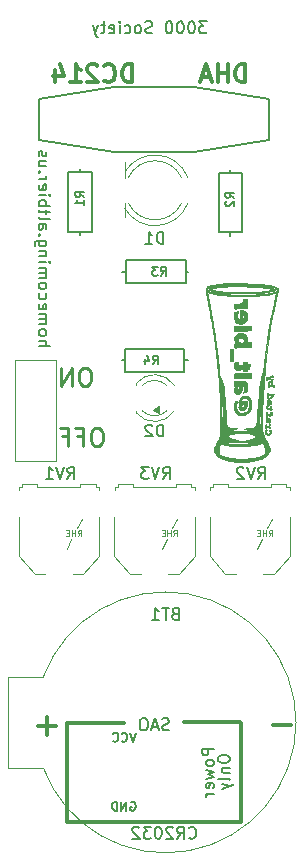
<source format=gbo>
G04 #@! TF.GenerationSoftware,KiCad,Pcbnew,(5.1.9)-1*
G04 #@! TF.CreationDate,2022-07-07T07:21:19-05:00*
G04 #@! TF.ProjectId,hom3c0ming_boutonniere,686f6d33-6330-46d6-996e-675f626f7574,3*
G04 #@! TF.SameCoordinates,Original*
G04 #@! TF.FileFunction,Legend,Bot*
G04 #@! TF.FilePolarity,Positive*
%FSLAX46Y46*%
G04 Gerber Fmt 4.6, Leading zero omitted, Abs format (unit mm)*
G04 Created by KiCad (PCBNEW (5.1.9)-1) date 2022-07-07 07:21:19*
%MOMM*%
%LPD*%
G01*
G04 APERTURE LIST*
%ADD10C,0.300000*%
%ADD11C,0.150000*%
%ADD12C,0.120000*%
%ADD13C,0.010000*%
%ADD14C,0.100000*%
%ADD15C,0.250000*%
G04 APERTURE END LIST*
D10*
X121265714Y-48798571D02*
X121265714Y-47298571D01*
X120908571Y-47298571D01*
X120694285Y-47370000D01*
X120551428Y-47512857D01*
X120480000Y-47655714D01*
X120408571Y-47941428D01*
X120408571Y-48155714D01*
X120480000Y-48441428D01*
X120551428Y-48584285D01*
X120694285Y-48727142D01*
X120908571Y-48798571D01*
X121265714Y-48798571D01*
X118908571Y-48655714D02*
X118980000Y-48727142D01*
X119194285Y-48798571D01*
X119337142Y-48798571D01*
X119551428Y-48727142D01*
X119694285Y-48584285D01*
X119765714Y-48441428D01*
X119837142Y-48155714D01*
X119837142Y-47941428D01*
X119765714Y-47655714D01*
X119694285Y-47512857D01*
X119551428Y-47370000D01*
X119337142Y-47298571D01*
X119194285Y-47298571D01*
X118980000Y-47370000D01*
X118908571Y-47441428D01*
X118337142Y-47441428D02*
X118265714Y-47370000D01*
X118122857Y-47298571D01*
X117765714Y-47298571D01*
X117622857Y-47370000D01*
X117551428Y-47441428D01*
X117480000Y-47584285D01*
X117480000Y-47727142D01*
X117551428Y-47941428D01*
X118408571Y-48798571D01*
X117480000Y-48798571D01*
X116051428Y-48798571D02*
X116908571Y-48798571D01*
X116480000Y-48798571D02*
X116480000Y-47298571D01*
X116622857Y-47512857D01*
X116765714Y-47655714D01*
X116908571Y-47727142D01*
X114765714Y-47798571D02*
X114765714Y-48798571D01*
X115122857Y-47227142D02*
X115480000Y-48298571D01*
X114551428Y-48298571D01*
X130861428Y-48798571D02*
X130861428Y-47298571D01*
X130504285Y-47298571D01*
X130290000Y-47370000D01*
X130147142Y-47512857D01*
X130075714Y-47655714D01*
X130004285Y-47941428D01*
X130004285Y-48155714D01*
X130075714Y-48441428D01*
X130147142Y-48584285D01*
X130290000Y-48727142D01*
X130504285Y-48798571D01*
X130861428Y-48798571D01*
X129361428Y-48798571D02*
X129361428Y-47298571D01*
X129361428Y-48012857D02*
X128504285Y-48012857D01*
X128504285Y-48798571D02*
X128504285Y-47298571D01*
X127861428Y-48370000D02*
X127147142Y-48370000D01*
X128004285Y-48798571D02*
X127504285Y-47298571D01*
X127004285Y-48798571D01*
D11*
X127583333Y-43652380D02*
X126964285Y-43652380D01*
X127297619Y-44033333D01*
X127154761Y-44033333D01*
X127059523Y-44080952D01*
X127011904Y-44128571D01*
X126964285Y-44223809D01*
X126964285Y-44461904D01*
X127011904Y-44557142D01*
X127059523Y-44604761D01*
X127154761Y-44652380D01*
X127440476Y-44652380D01*
X127535714Y-44604761D01*
X127583333Y-44557142D01*
X126345238Y-43652380D02*
X126250000Y-43652380D01*
X126154761Y-43700000D01*
X126107142Y-43747619D01*
X126059523Y-43842857D01*
X126011904Y-44033333D01*
X126011904Y-44271428D01*
X126059523Y-44461904D01*
X126107142Y-44557142D01*
X126154761Y-44604761D01*
X126250000Y-44652380D01*
X126345238Y-44652380D01*
X126440476Y-44604761D01*
X126488095Y-44557142D01*
X126535714Y-44461904D01*
X126583333Y-44271428D01*
X126583333Y-44033333D01*
X126535714Y-43842857D01*
X126488095Y-43747619D01*
X126440476Y-43700000D01*
X126345238Y-43652380D01*
X125392857Y-43652380D02*
X125297619Y-43652380D01*
X125202380Y-43700000D01*
X125154761Y-43747619D01*
X125107142Y-43842857D01*
X125059523Y-44033333D01*
X125059523Y-44271428D01*
X125107142Y-44461904D01*
X125154761Y-44557142D01*
X125202380Y-44604761D01*
X125297619Y-44652380D01*
X125392857Y-44652380D01*
X125488095Y-44604761D01*
X125535714Y-44557142D01*
X125583333Y-44461904D01*
X125630952Y-44271428D01*
X125630952Y-44033333D01*
X125583333Y-43842857D01*
X125535714Y-43747619D01*
X125488095Y-43700000D01*
X125392857Y-43652380D01*
X124440476Y-43652380D02*
X124345238Y-43652380D01*
X124250000Y-43700000D01*
X124202380Y-43747619D01*
X124154761Y-43842857D01*
X124107142Y-44033333D01*
X124107142Y-44271428D01*
X124154761Y-44461904D01*
X124202380Y-44557142D01*
X124250000Y-44604761D01*
X124345238Y-44652380D01*
X124440476Y-44652380D01*
X124535714Y-44604761D01*
X124583333Y-44557142D01*
X124630952Y-44461904D01*
X124678571Y-44271428D01*
X124678571Y-44033333D01*
X124630952Y-43842857D01*
X124583333Y-43747619D01*
X124535714Y-43700000D01*
X124440476Y-43652380D01*
X122964285Y-44604761D02*
X122821428Y-44652380D01*
X122583333Y-44652380D01*
X122488095Y-44604761D01*
X122440476Y-44557142D01*
X122392857Y-44461904D01*
X122392857Y-44366666D01*
X122440476Y-44271428D01*
X122488095Y-44223809D01*
X122583333Y-44176190D01*
X122773809Y-44128571D01*
X122869047Y-44080952D01*
X122916666Y-44033333D01*
X122964285Y-43938095D01*
X122964285Y-43842857D01*
X122916666Y-43747619D01*
X122869047Y-43700000D01*
X122773809Y-43652380D01*
X122535714Y-43652380D01*
X122392857Y-43700000D01*
X121821428Y-44652380D02*
X121916666Y-44604761D01*
X121964285Y-44557142D01*
X122011904Y-44461904D01*
X122011904Y-44176190D01*
X121964285Y-44080952D01*
X121916666Y-44033333D01*
X121821428Y-43985714D01*
X121678571Y-43985714D01*
X121583333Y-44033333D01*
X121535714Y-44080952D01*
X121488095Y-44176190D01*
X121488095Y-44461904D01*
X121535714Y-44557142D01*
X121583333Y-44604761D01*
X121678571Y-44652380D01*
X121821428Y-44652380D01*
X120630952Y-44604761D02*
X120726190Y-44652380D01*
X120916666Y-44652380D01*
X121011904Y-44604761D01*
X121059523Y-44557142D01*
X121107142Y-44461904D01*
X121107142Y-44176190D01*
X121059523Y-44080952D01*
X121011904Y-44033333D01*
X120916666Y-43985714D01*
X120726190Y-43985714D01*
X120630952Y-44033333D01*
X120202380Y-44652380D02*
X120202380Y-43985714D01*
X120202380Y-43652380D02*
X120250000Y-43700000D01*
X120202380Y-43747619D01*
X120154761Y-43700000D01*
X120202380Y-43652380D01*
X120202380Y-43747619D01*
X119345238Y-44604761D02*
X119440476Y-44652380D01*
X119630952Y-44652380D01*
X119726190Y-44604761D01*
X119773809Y-44509523D01*
X119773809Y-44128571D01*
X119726190Y-44033333D01*
X119630952Y-43985714D01*
X119440476Y-43985714D01*
X119345238Y-44033333D01*
X119297619Y-44128571D01*
X119297619Y-44223809D01*
X119773809Y-44319047D01*
X119011904Y-43985714D02*
X118630952Y-43985714D01*
X118869047Y-43652380D02*
X118869047Y-44509523D01*
X118821428Y-44604761D01*
X118726190Y-44652380D01*
X118630952Y-44652380D01*
X118392857Y-43985714D02*
X118154761Y-44652380D01*
X117916666Y-43985714D02*
X118154761Y-44652380D01*
X118250000Y-44890476D01*
X118297619Y-44938095D01*
X118392857Y-44985714D01*
X113347619Y-71114285D02*
X114347619Y-71114285D01*
X113347619Y-70685714D02*
X113871428Y-70685714D01*
X113966666Y-70733333D01*
X114014285Y-70828571D01*
X114014285Y-70971428D01*
X113966666Y-71066666D01*
X113919047Y-71114285D01*
X113347619Y-70066666D02*
X113395238Y-70161904D01*
X113442857Y-70209523D01*
X113538095Y-70257142D01*
X113823809Y-70257142D01*
X113919047Y-70209523D01*
X113966666Y-70161904D01*
X114014285Y-70066666D01*
X114014285Y-69923809D01*
X113966666Y-69828571D01*
X113919047Y-69780952D01*
X113823809Y-69733333D01*
X113538095Y-69733333D01*
X113442857Y-69780952D01*
X113395238Y-69828571D01*
X113347619Y-69923809D01*
X113347619Y-70066666D01*
X113347619Y-69304761D02*
X114014285Y-69304761D01*
X113919047Y-69304761D02*
X113966666Y-69257142D01*
X114014285Y-69161904D01*
X114014285Y-69019047D01*
X113966666Y-68923809D01*
X113871428Y-68876190D01*
X113347619Y-68876190D01*
X113871428Y-68876190D02*
X113966666Y-68828571D01*
X114014285Y-68733333D01*
X114014285Y-68590476D01*
X113966666Y-68495238D01*
X113871428Y-68447619D01*
X113347619Y-68447619D01*
X113395238Y-67590476D02*
X113347619Y-67685714D01*
X113347619Y-67876190D01*
X113395238Y-67971428D01*
X113490476Y-68019047D01*
X113871428Y-68019047D01*
X113966666Y-67971428D01*
X114014285Y-67876190D01*
X114014285Y-67685714D01*
X113966666Y-67590476D01*
X113871428Y-67542857D01*
X113776190Y-67542857D01*
X113680952Y-68019047D01*
X113395238Y-66685714D02*
X113347619Y-66780952D01*
X113347619Y-66971428D01*
X113395238Y-67066666D01*
X113442857Y-67114285D01*
X113538095Y-67161904D01*
X113823809Y-67161904D01*
X113919047Y-67114285D01*
X113966666Y-67066666D01*
X114014285Y-66971428D01*
X114014285Y-66780952D01*
X113966666Y-66685714D01*
X113347619Y-66114285D02*
X113395238Y-66209523D01*
X113442857Y-66257142D01*
X113538095Y-66304761D01*
X113823809Y-66304761D01*
X113919047Y-66257142D01*
X113966666Y-66209523D01*
X114014285Y-66114285D01*
X114014285Y-65971428D01*
X113966666Y-65876190D01*
X113919047Y-65828571D01*
X113823809Y-65780952D01*
X113538095Y-65780952D01*
X113442857Y-65828571D01*
X113395238Y-65876190D01*
X113347619Y-65971428D01*
X113347619Y-66114285D01*
X113347619Y-65352380D02*
X114014285Y-65352380D01*
X113919047Y-65352380D02*
X113966666Y-65304761D01*
X114014285Y-65209523D01*
X114014285Y-65066666D01*
X113966666Y-64971428D01*
X113871428Y-64923809D01*
X113347619Y-64923809D01*
X113871428Y-64923809D02*
X113966666Y-64876190D01*
X114014285Y-64780952D01*
X114014285Y-64638095D01*
X113966666Y-64542857D01*
X113871428Y-64495238D01*
X113347619Y-64495238D01*
X113347619Y-64019047D02*
X114014285Y-64019047D01*
X114347619Y-64019047D02*
X114300000Y-64066666D01*
X114252380Y-64019047D01*
X114300000Y-63971428D01*
X114347619Y-64019047D01*
X114252380Y-64019047D01*
X114014285Y-63542857D02*
X113347619Y-63542857D01*
X113919047Y-63542857D02*
X113966666Y-63495238D01*
X114014285Y-63400000D01*
X114014285Y-63257142D01*
X113966666Y-63161904D01*
X113871428Y-63114285D01*
X113347619Y-63114285D01*
X114014285Y-62209523D02*
X113204761Y-62209523D01*
X113109523Y-62257142D01*
X113061904Y-62304761D01*
X113014285Y-62400000D01*
X113014285Y-62542857D01*
X113061904Y-62638095D01*
X113395238Y-62209523D02*
X113347619Y-62304761D01*
X113347619Y-62495238D01*
X113395238Y-62590476D01*
X113442857Y-62638095D01*
X113538095Y-62685714D01*
X113823809Y-62685714D01*
X113919047Y-62638095D01*
X113966666Y-62590476D01*
X114014285Y-62495238D01*
X114014285Y-62304761D01*
X113966666Y-62209523D01*
X113442857Y-61733333D02*
X113395238Y-61685714D01*
X113347619Y-61733333D01*
X113395238Y-61780952D01*
X113442857Y-61733333D01*
X113347619Y-61733333D01*
X113347619Y-60828571D02*
X113871428Y-60828571D01*
X113966666Y-60876190D01*
X114014285Y-60971428D01*
X114014285Y-61161904D01*
X113966666Y-61257142D01*
X113395238Y-60828571D02*
X113347619Y-60923809D01*
X113347619Y-61161904D01*
X113395238Y-61257142D01*
X113490476Y-61304761D01*
X113585714Y-61304761D01*
X113680952Y-61257142D01*
X113728571Y-61161904D01*
X113728571Y-60923809D01*
X113776190Y-60828571D01*
X113347619Y-60209523D02*
X113395238Y-60304761D01*
X113490476Y-60352380D01*
X114347619Y-60352380D01*
X114014285Y-59971428D02*
X114014285Y-59590476D01*
X114347619Y-59828571D02*
X113490476Y-59828571D01*
X113395238Y-59780952D01*
X113347619Y-59685714D01*
X113347619Y-59590476D01*
X113347619Y-59257142D02*
X114347619Y-59257142D01*
X113966666Y-59257142D02*
X114014285Y-59161904D01*
X114014285Y-58971428D01*
X113966666Y-58876190D01*
X113919047Y-58828571D01*
X113823809Y-58780952D01*
X113538095Y-58780952D01*
X113442857Y-58828571D01*
X113395238Y-58876190D01*
X113347619Y-58971428D01*
X113347619Y-59161904D01*
X113395238Y-59257142D01*
X113347619Y-58352380D02*
X114014285Y-58352380D01*
X114347619Y-58352380D02*
X114300000Y-58400000D01*
X114252380Y-58352380D01*
X114300000Y-58304761D01*
X114347619Y-58352380D01*
X114252380Y-58352380D01*
X113395238Y-57495238D02*
X113347619Y-57590476D01*
X113347619Y-57780952D01*
X113395238Y-57876190D01*
X113490476Y-57923809D01*
X113871428Y-57923809D01*
X113966666Y-57876190D01*
X114014285Y-57780952D01*
X114014285Y-57590476D01*
X113966666Y-57495238D01*
X113871428Y-57447619D01*
X113776190Y-57447619D01*
X113680952Y-57923809D01*
X113347619Y-57019047D02*
X114014285Y-57019047D01*
X113823809Y-57019047D02*
X113919047Y-56971428D01*
X113966666Y-56923809D01*
X114014285Y-56828571D01*
X114014285Y-56733333D01*
X113442857Y-56400000D02*
X113395238Y-56352380D01*
X113347619Y-56400000D01*
X113395238Y-56447619D01*
X113442857Y-56400000D01*
X113347619Y-56400000D01*
X114014285Y-55495238D02*
X113347619Y-55495238D01*
X114014285Y-55923809D02*
X113490476Y-55923809D01*
X113395238Y-55876190D01*
X113347619Y-55780952D01*
X113347619Y-55638095D01*
X113395238Y-55542857D01*
X113442857Y-55495238D01*
X113395238Y-55066666D02*
X113347619Y-54971428D01*
X113347619Y-54780952D01*
X113395238Y-54685714D01*
X113490476Y-54638095D01*
X113538095Y-54638095D01*
X113633333Y-54685714D01*
X113680952Y-54780952D01*
X113680952Y-54923809D01*
X113728571Y-55019047D01*
X113823809Y-55066666D01*
X113871428Y-55066666D01*
X113966666Y-55019047D01*
X114014285Y-54923809D01*
X114014285Y-54780952D01*
X113966666Y-54685714D01*
D12*
X125993055Y-56869273D02*
G75*
G03*
X120645240Y-56405270I-2787815J-1080827D01*
G01*
X125993055Y-59030927D02*
G75*
G02*
X120645240Y-59494930I-2787815J1080827D01*
G01*
X125459719Y-56869671D02*
G75*
G03*
X120950556Y-56870100I-2254479J-1080429D01*
G01*
X125459719Y-59030529D02*
G75*
G02*
X120950556Y-59030100I-2254479J1080429D01*
G01*
X120645240Y-56405100D02*
X120645240Y-56870100D01*
X120645240Y-59030100D02*
X120645240Y-59495100D01*
X120645240Y-56405270D02*
X120639840Y-55587900D01*
X120645240Y-59494930D02*
X120639840Y-60236100D01*
X110749260Y-99150000D02*
X113749260Y-99150000D01*
X110749260Y-106850000D02*
X113749260Y-106850000D01*
X110749260Y-99150000D02*
X110749260Y-106850000D01*
X113749324Y-99149829D02*
G75*
G02*
X113749260Y-106850000I10352536J-3850171D01*
G01*
D13*
G36*
X129542967Y-65832052D02*
G01*
X129371679Y-65833081D01*
X129217307Y-65834741D01*
X129083480Y-65837057D01*
X128973825Y-65840055D01*
X128891969Y-65843761D01*
X128881667Y-65844423D01*
X128654501Y-65864090D01*
X128429064Y-65891636D01*
X128213811Y-65925754D01*
X128017195Y-65965139D01*
X127881248Y-65998941D01*
X127749944Y-66040374D01*
X127649411Y-66085066D01*
X127576557Y-66135849D01*
X127528288Y-66195554D01*
X127501512Y-66267014D01*
X127493135Y-66353062D01*
X127493133Y-66354345D01*
X127496397Y-66399717D01*
X127505494Y-66471452D01*
X127519380Y-66562755D01*
X127537014Y-66666828D01*
X127557354Y-66776874D01*
X127560133Y-66791220D01*
X127582636Y-66907746D01*
X127604901Y-67024919D01*
X127625349Y-67134280D01*
X127642397Y-67227370D01*
X127654464Y-67295729D01*
X127654499Y-67295934D01*
X127666139Y-67361341D01*
X127683049Y-67452295D01*
X127703767Y-67561149D01*
X127726835Y-67680258D01*
X127750794Y-67801977D01*
X127757925Y-67837800D01*
X127789704Y-68002250D01*
X127825369Y-68196131D01*
X127864262Y-68415314D01*
X127905727Y-68655671D01*
X127949107Y-68913071D01*
X127993747Y-69183387D01*
X128038989Y-69462488D01*
X128084176Y-69746246D01*
X128128652Y-70030532D01*
X128171761Y-70311216D01*
X128212845Y-70584168D01*
X128251249Y-70845261D01*
X128286316Y-71090365D01*
X128317388Y-71315350D01*
X128343809Y-71516088D01*
X128347627Y-71546200D01*
X128359609Y-71645418D01*
X128374303Y-71773896D01*
X128391251Y-71927177D01*
X128409993Y-72100802D01*
X128430068Y-72290315D01*
X128451018Y-72491258D01*
X128472382Y-72699172D01*
X128493701Y-72909601D01*
X128514515Y-73118086D01*
X128534364Y-73320171D01*
X128552788Y-73511397D01*
X128569328Y-73687307D01*
X128576415Y-73764467D01*
X128586947Y-73880172D01*
X128596912Y-73989613D01*
X128605739Y-74086527D01*
X128612857Y-74164650D01*
X128617696Y-74217719D01*
X128618829Y-74230134D01*
X128623374Y-74286275D01*
X128628801Y-74362733D01*
X128634169Y-74446010D01*
X128635941Y-74475667D01*
X128641224Y-74565928D01*
X128646877Y-74661914D01*
X128651866Y-74746090D01*
X128652907Y-74763534D01*
X128656350Y-74828090D01*
X128660469Y-74916026D01*
X128664801Y-75016873D01*
X128668880Y-75120164D01*
X128669784Y-75144534D01*
X128673928Y-75256748D01*
X128678494Y-75378627D01*
X128682950Y-75496052D01*
X128686764Y-75594906D01*
X128687032Y-75601734D01*
X128690169Y-75686282D01*
X128693930Y-75794638D01*
X128697980Y-75916752D01*
X128701985Y-76042580D01*
X128705064Y-76143600D01*
X128708591Y-76251393D01*
X128712453Y-76351204D01*
X128716359Y-76436714D01*
X128720018Y-76501606D01*
X128723140Y-76539560D01*
X128723398Y-76541534D01*
X128725087Y-76569149D01*
X128726988Y-76627376D01*
X128729045Y-76712962D01*
X128731203Y-76822654D01*
X128733404Y-76953197D01*
X128735594Y-77101340D01*
X128737715Y-77263828D01*
X128739713Y-77437408D01*
X128741029Y-77566000D01*
X128742988Y-77771506D01*
X128744510Y-77946044D01*
X128745528Y-78092511D01*
X128745975Y-78213803D01*
X128745784Y-78312817D01*
X128744888Y-78392449D01*
X128743221Y-78455597D01*
X128740714Y-78505156D01*
X128737301Y-78544024D01*
X128732915Y-78575097D01*
X128727489Y-78601271D01*
X128720956Y-78625444D01*
X128716142Y-78641267D01*
X128683389Y-78737202D01*
X128639142Y-78853386D01*
X128586431Y-78982970D01*
X128528282Y-79119105D01*
X128467725Y-79254942D01*
X128407787Y-79383630D01*
X128351497Y-79498321D01*
X128301883Y-79592165D01*
X128276376Y-79635945D01*
X128219881Y-79741261D01*
X128188079Y-79838084D01*
X128180928Y-79933446D01*
X128198386Y-80034375D01*
X128240410Y-80147904D01*
X128272870Y-80216067D01*
X128332112Y-80316159D01*
X128403419Y-80400433D01*
X128494512Y-80476863D01*
X128580624Y-80533936D01*
X128771809Y-80635920D01*
X128990829Y-80725343D01*
X129233628Y-80801054D01*
X129496156Y-80861902D01*
X129774357Y-80906737D01*
X129965400Y-80927067D01*
X130081620Y-80934362D01*
X130223427Y-80939149D01*
X130382642Y-80941496D01*
X130551083Y-80941473D01*
X130720570Y-80939147D01*
X130882922Y-80934587D01*
X131029958Y-80927863D01*
X131153497Y-80919044D01*
X131176133Y-80916887D01*
X131280981Y-80904747D01*
X131394473Y-80889032D01*
X131501487Y-80871960D01*
X131572577Y-80858753D01*
X131709008Y-80825898D01*
X131864484Y-80780131D01*
X132028513Y-80725107D01*
X132190602Y-80664481D01*
X132197241Y-80661705D01*
X131872950Y-80661705D01*
X131862035Y-80669620D01*
X131824730Y-80683141D01*
X131767682Y-80700423D01*
X131697537Y-80719617D01*
X131620941Y-80738877D01*
X131544541Y-80756356D01*
X131497867Y-80765940D01*
X131354653Y-80790715D01*
X131208374Y-80809657D01*
X131053177Y-80823135D01*
X130883212Y-80831517D01*
X130692624Y-80835174D01*
X130475561Y-80834475D01*
X130422600Y-80833756D01*
X130295539Y-80831573D01*
X130177396Y-80829065D01*
X130073035Y-80826372D01*
X129987317Y-80823635D01*
X129925105Y-80820995D01*
X129891263Y-80818593D01*
X129889200Y-80818306D01*
X129847976Y-80812050D01*
X129785584Y-80802959D01*
X129714405Y-80792832D01*
X129702934Y-80791222D01*
X129566857Y-80768168D01*
X129420563Y-80736401D01*
X129270582Y-80697924D01*
X129123448Y-80654742D01*
X128985694Y-80608857D01*
X128863851Y-80562274D01*
X128764452Y-80516996D01*
X128711845Y-80487227D01*
X128683664Y-80467274D01*
X128679352Y-80459743D01*
X128686933Y-80461629D01*
X128941814Y-80548493D01*
X129177365Y-80619096D01*
X129401411Y-80674772D01*
X129621783Y-80716856D01*
X129846307Y-80746684D01*
X130082811Y-80765591D01*
X130339123Y-80774911D01*
X130532667Y-80776450D01*
X130766732Y-80773602D01*
X130990304Y-80765981D01*
X131198903Y-80753916D01*
X131388046Y-80737739D01*
X131553252Y-80717778D01*
X131690038Y-80694364D01*
X131711804Y-80689694D01*
X131779583Y-80675385D01*
X131833743Y-80665437D01*
X131866670Y-80661173D01*
X131872950Y-80661705D01*
X132197241Y-80661705D01*
X132340259Y-80601909D01*
X132429200Y-80560298D01*
X132515201Y-80516290D01*
X132578592Y-80479253D01*
X132627999Y-80443065D01*
X132672046Y-80401606D01*
X132706815Y-80363300D01*
X132802405Y-80232662D01*
X132868277Y-80095801D01*
X132869021Y-80092823D01*
X132522196Y-80092823D01*
X132509830Y-80213419D01*
X132502890Y-80244420D01*
X132492166Y-80281883D01*
X132478056Y-80308607D01*
X132453734Y-80330797D01*
X132412374Y-80354660D01*
X132347149Y-80386402D01*
X132346257Y-80386826D01*
X132201812Y-80446590D01*
X132030916Y-80502324D01*
X131840908Y-80552261D01*
X131639129Y-80594636D01*
X131432919Y-80627681D01*
X131267612Y-80646403D01*
X131163272Y-80653968D01*
X131036168Y-80660180D01*
X130892656Y-80664991D01*
X130739093Y-80668354D01*
X130581834Y-80670221D01*
X130427234Y-80670543D01*
X130281650Y-80669274D01*
X130151437Y-80666366D01*
X130042952Y-80661772D01*
X129968966Y-80656136D01*
X129809090Y-80635893D01*
X129631865Y-80607394D01*
X129452013Y-80573263D01*
X129284255Y-80536125D01*
X129253841Y-80528665D01*
X129194490Y-80512654D01*
X129119226Y-80490625D01*
X129034414Y-80464642D01*
X128946422Y-80436774D01*
X128861616Y-80409084D01*
X128786365Y-80383640D01*
X128727034Y-80362507D01*
X128689990Y-80347750D01*
X128681128Y-80342834D01*
X128673367Y-80320421D01*
X128664306Y-80271637D01*
X128654774Y-80203908D01*
X128645600Y-80124663D01*
X128637612Y-80041329D01*
X128631640Y-79961333D01*
X128628513Y-79892105D01*
X128628244Y-79868933D01*
X128631615Y-79787834D01*
X128640526Y-79700547D01*
X128653679Y-79613224D01*
X128669775Y-79532015D01*
X128687518Y-79463073D01*
X128705608Y-79412547D01*
X128722748Y-79386588D01*
X128730432Y-79384708D01*
X128755668Y-79392256D01*
X128805683Y-79407523D01*
X128872910Y-79428192D01*
X128939742Y-79448836D01*
X129135515Y-79502523D01*
X129347002Y-79548446D01*
X129558821Y-79583635D01*
X129745267Y-79604335D01*
X129810617Y-79608001D01*
X129899518Y-79610886D01*
X130006634Y-79613003D01*
X130126627Y-79614368D01*
X130254159Y-79614997D01*
X130383894Y-79614903D01*
X130510495Y-79614103D01*
X130628623Y-79612610D01*
X130732942Y-79610441D01*
X130818115Y-79607609D01*
X130878804Y-79604131D01*
X130905200Y-79601076D01*
X130953324Y-79593485D01*
X131015194Y-79585598D01*
X131040667Y-79582825D01*
X131093716Y-79577397D01*
X131168880Y-79569683D01*
X131254589Y-79560872D01*
X131311600Y-79555003D01*
X131511638Y-79527812D01*
X131737153Y-79485140D01*
X131983978Y-79427886D01*
X132247950Y-79356950D01*
X132302884Y-79341068D01*
X132322128Y-79348306D01*
X132345192Y-79381584D01*
X132372960Y-79442785D01*
X132406318Y-79533789D01*
X132435749Y-79623400D01*
X132485538Y-79801346D01*
X132514226Y-79956643D01*
X132522196Y-80092823D01*
X132869021Y-80092823D01*
X132903196Y-79956218D01*
X132905925Y-79817416D01*
X132904398Y-79803854D01*
X132890070Y-79746239D01*
X132858485Y-79661607D01*
X132810416Y-79551607D01*
X132746638Y-79417891D01*
X132667922Y-79262107D01*
X132575043Y-79085908D01*
X132558965Y-79056184D01*
X132166733Y-79056184D01*
X132152136Y-79074244D01*
X132112728Y-79101453D01*
X132055085Y-79134235D01*
X131985782Y-79169018D01*
X131911396Y-79202228D01*
X131861934Y-79221839D01*
X131748866Y-79260621D01*
X131628391Y-79294747D01*
X131495945Y-79325073D01*
X131346964Y-79352458D01*
X131176884Y-79377759D01*
X130981143Y-79401834D01*
X130803600Y-79420727D01*
X130724513Y-79428810D01*
X130655377Y-79436097D01*
X130604721Y-79441674D01*
X130583467Y-79444261D01*
X130543586Y-79447108D01*
X130476857Y-79448889D01*
X130390281Y-79449680D01*
X130290857Y-79449555D01*
X130185584Y-79448589D01*
X130081463Y-79446857D01*
X129985494Y-79444434D01*
X129904676Y-79441395D01*
X129846009Y-79437814D01*
X129829934Y-79436201D01*
X129750601Y-79426693D01*
X129665488Y-79416843D01*
X129618267Y-79411562D01*
X129547153Y-79402095D01*
X129462559Y-79388450D01*
X129391226Y-79375215D01*
X129315661Y-79356856D01*
X129231407Y-79331256D01*
X129144516Y-79300892D01*
X129061039Y-79268238D01*
X128987027Y-79235767D01*
X128928534Y-79205956D01*
X128891610Y-79181278D01*
X128881667Y-79166855D01*
X128894586Y-79143575D01*
X128925766Y-79140055D01*
X128946508Y-79147719D01*
X128986437Y-79163572D01*
X129050919Y-79183174D01*
X129131173Y-79204291D01*
X129218419Y-79224689D01*
X129303876Y-79242133D01*
X129347333Y-79249723D01*
X129450305Y-79263277D01*
X129572821Y-79274473D01*
X129708768Y-79283205D01*
X129852032Y-79289366D01*
X129996499Y-79292850D01*
X130136057Y-79293548D01*
X130264592Y-79291356D01*
X130375990Y-79286165D01*
X130464139Y-79277869D01*
X130509282Y-79270029D01*
X130550052Y-79264451D01*
X130618152Y-79259570D01*
X130707049Y-79255661D01*
X130810208Y-79253001D01*
X130921097Y-79251864D01*
X130941082Y-79251843D01*
X131051788Y-79251467D01*
X131155099Y-79250346D01*
X131244705Y-79248608D01*
X131314297Y-79246381D01*
X131357564Y-79243795D01*
X131362400Y-79243259D01*
X131506852Y-79224521D01*
X131621985Y-79209140D01*
X131712103Y-79196435D01*
X131781512Y-79185725D01*
X131834518Y-79176329D01*
X131875425Y-79167565D01*
X131908539Y-79158753D01*
X131921200Y-79154860D01*
X131972633Y-79137095D01*
X132011093Y-79121356D01*
X132022800Y-79114928D01*
X132047688Y-79100687D01*
X132085841Y-79083147D01*
X132125915Y-79066936D01*
X132156564Y-79056685D01*
X132166733Y-79056184D01*
X132558965Y-79056184D01*
X132522298Y-78988400D01*
X132423160Y-78777825D01*
X131668223Y-78777825D01*
X131663591Y-78815335D01*
X131654888Y-78844518D01*
X131637954Y-78870326D01*
X131608251Y-78895903D01*
X131561240Y-78924391D01*
X131492381Y-78958930D01*
X131397136Y-79002663D01*
X131385281Y-79007978D01*
X131292964Y-79048249D01*
X131221040Y-79076277D01*
X131159621Y-79094991D01*
X131098820Y-79107316D01*
X131028750Y-79116183D01*
X131015267Y-79117551D01*
X130937268Y-79126191D01*
X130865274Y-79135762D01*
X130810662Y-79144690D01*
X130795133Y-79147993D01*
X130741195Y-79155630D01*
X130675605Y-79157692D01*
X130651200Y-79156672D01*
X130601740Y-79153670D01*
X130528050Y-79149695D01*
X130439733Y-79145243D01*
X130346395Y-79140813D01*
X130337934Y-79140426D01*
X130109334Y-79130004D01*
X129849047Y-79026544D01*
X129712956Y-78969682D01*
X129596333Y-78915321D01*
X129502087Y-78865072D01*
X129433127Y-78820547D01*
X129392364Y-78783354D01*
X129383859Y-78769088D01*
X129383876Y-78726152D01*
X129417276Y-78685183D01*
X129483621Y-78646431D01*
X129582470Y-78610147D01*
X129713384Y-78576584D01*
X129725422Y-78573983D01*
X129843653Y-78550862D01*
X129959244Y-78533138D01*
X130078448Y-78520390D01*
X130207517Y-78512199D01*
X130352704Y-78508144D01*
X130520262Y-78507806D01*
X130678312Y-78510000D01*
X130831260Y-78513380D01*
X130956206Y-78517627D01*
X131059017Y-78523572D01*
X131145557Y-78532046D01*
X131221692Y-78543879D01*
X131293287Y-78559901D01*
X131366208Y-78580944D01*
X131446320Y-78607838D01*
X131496992Y-78625939D01*
X131579602Y-78659839D01*
X131632904Y-78693300D01*
X131661057Y-78731052D01*
X131668223Y-78777825D01*
X132423160Y-78777825D01*
X132418076Y-78767028D01*
X132338531Y-78529204D01*
X132283216Y-78277200D01*
X132275057Y-78226389D01*
X132268535Y-78176996D01*
X132263540Y-78124879D01*
X132259963Y-78065895D01*
X132257693Y-77995903D01*
X132256621Y-77910760D01*
X132256637Y-77806324D01*
X132257630Y-77678453D01*
X132259492Y-77523005D01*
X132260757Y-77430534D01*
X132262989Y-77282237D01*
X132265365Y-77142959D01*
X132267797Y-77016709D01*
X132270196Y-76907499D01*
X132272472Y-76819341D01*
X132274535Y-76756247D01*
X132276298Y-76722226D01*
X132276597Y-76719334D01*
X132279645Y-76684305D01*
X132283496Y-76623137D01*
X132287719Y-76543530D01*
X132291884Y-76453189D01*
X132293146Y-76423000D01*
X132297400Y-76323966D01*
X132301979Y-76226516D01*
X132306384Y-76140732D01*
X132310116Y-76076697D01*
X132310737Y-76067400D01*
X132314656Y-76004428D01*
X132319335Y-75919833D01*
X132324121Y-75825828D01*
X132327494Y-75754134D01*
X132333507Y-75625223D01*
X132339675Y-75503619D01*
X132346321Y-75384638D01*
X132353769Y-75263599D01*
X132362343Y-75135817D01*
X132372364Y-74996612D01*
X132384158Y-74841300D01*
X132398047Y-74665199D01*
X132414355Y-74463626D01*
X132418900Y-74408250D01*
X132314613Y-74408250D01*
X132311049Y-74441800D01*
X132305815Y-74489844D01*
X132299629Y-74556391D01*
X132294421Y-74619600D01*
X132274868Y-74879224D01*
X132258557Y-75106370D01*
X132245407Y-75302261D01*
X132235336Y-75468123D01*
X132228264Y-75605180D01*
X132226933Y-75635600D01*
X132221267Y-75765827D01*
X132215402Y-75888975D01*
X132208794Y-76015495D01*
X132200900Y-76155836D01*
X132192133Y-76304467D01*
X132189649Y-76348401D01*
X132187089Y-76399301D01*
X132184315Y-76460671D01*
X132181191Y-76536015D01*
X132177578Y-76628835D01*
X132173340Y-76742636D01*
X132168337Y-76880921D01*
X132162434Y-77047194D01*
X132157887Y-77176534D01*
X132154905Y-77278639D01*
X132152188Y-77403295D01*
X132149931Y-77539188D01*
X132148325Y-77675003D01*
X132147634Y-77777667D01*
X132146283Y-78124800D01*
X132113756Y-78042580D01*
X132094733Y-77983069D01*
X132076314Y-77906580D01*
X132062686Y-77830914D01*
X132057799Y-77775311D01*
X132054431Y-77691350D01*
X132052508Y-77584503D01*
X132051952Y-77460242D01*
X132052689Y-77324037D01*
X132054642Y-77181360D01*
X132057735Y-77037683D01*
X132061892Y-76898476D01*
X132067038Y-76769212D01*
X132073096Y-76655362D01*
X132079990Y-76562397D01*
X132080349Y-76558467D01*
X132088762Y-76463377D01*
X132097240Y-76361075D01*
X132104399Y-76268486D01*
X132106667Y-76236734D01*
X132121530Y-76022622D01*
X132134483Y-75839679D01*
X132145734Y-75685274D01*
X132155487Y-75556775D01*
X132163947Y-75451550D01*
X132171321Y-75366968D01*
X132177814Y-75300397D01*
X132183631Y-75249205D01*
X132184018Y-75246134D01*
X132209695Y-75045105D01*
X132231742Y-74875808D01*
X132250434Y-74736330D01*
X132266044Y-74624763D01*
X132278846Y-74539194D01*
X132289113Y-74477714D01*
X132297119Y-74438412D01*
X132302189Y-74421392D01*
X132312263Y-74400679D01*
X132314613Y-74408250D01*
X132418900Y-74408250D01*
X132428657Y-74289400D01*
X132433083Y-74230128D01*
X132438412Y-74150521D01*
X132443757Y-74064061D01*
X132445908Y-74026933D01*
X132450957Y-73941759D01*
X132456350Y-73857439D01*
X132461210Y-73787458D01*
X132462972Y-73764467D01*
X132472135Y-73640469D01*
X132481916Y-73489594D01*
X132491876Y-73318817D01*
X132497524Y-73214133D01*
X132505211Y-73096854D01*
X132517368Y-72949975D01*
X132533554Y-72777407D01*
X132553327Y-72583059D01*
X132576245Y-72370841D01*
X132601867Y-72144663D01*
X132629751Y-71908433D01*
X132659456Y-71666062D01*
X132690539Y-71421458D01*
X132722559Y-71178533D01*
X132750992Y-70970467D01*
X132772691Y-70813114D01*
X132795871Y-70642645D01*
X132819276Y-70468462D01*
X132841648Y-70299971D01*
X132861732Y-70146576D01*
X132877699Y-70022200D01*
X132891035Y-69918500D01*
X132903946Y-69822669D01*
X132917075Y-69731371D01*
X132931068Y-69641270D01*
X132946571Y-69549028D01*
X132964228Y-69451307D01*
X132984685Y-69344773D01*
X133008587Y-69226086D01*
X133036579Y-69091911D01*
X133069306Y-68938911D01*
X133107413Y-68763748D01*
X133151546Y-68563086D01*
X133202350Y-68333588D01*
X133216550Y-68269600D01*
X133244779Y-68140664D01*
X133275338Y-67997962D01*
X133307343Y-67845883D01*
X133339916Y-67688815D01*
X133372173Y-67531144D01*
X133403233Y-67377259D01*
X133432216Y-67231547D01*
X133458240Y-67098396D01*
X133480424Y-66982193D01*
X133497885Y-66887326D01*
X133509743Y-66818183D01*
X133514177Y-66787933D01*
X133525873Y-66728872D01*
X133547029Y-66652193D01*
X133550689Y-66641137D01*
X133428417Y-66641137D01*
X133422644Y-66691592D01*
X133410797Y-66768944D01*
X133393481Y-66870104D01*
X133371301Y-66991985D01*
X133344864Y-67131497D01*
X133314775Y-67285552D01*
X133281638Y-67451061D01*
X133246059Y-67624937D01*
X133208644Y-67804090D01*
X133169998Y-67985431D01*
X133130727Y-68165874D01*
X133091435Y-68342328D01*
X133081072Y-68388134D01*
X133048332Y-68533894D01*
X133013294Y-68692573D01*
X132978146Y-68854082D01*
X132945076Y-69008327D01*
X132916271Y-69145218D01*
X132903050Y-69209400D01*
X132879665Y-69325650D01*
X132859556Y-69429878D01*
X132841783Y-69528130D01*
X132825406Y-69626450D01*
X132809485Y-69730885D01*
X132793082Y-69847478D01*
X132775256Y-69982274D01*
X132755068Y-70141318D01*
X132742492Y-70242334D01*
X132722124Y-70404401D01*
X132702145Y-70558156D01*
X132681290Y-70712874D01*
X132658300Y-70877831D01*
X132631913Y-71062306D01*
X132616987Y-71165200D01*
X132601125Y-71277192D01*
X132585396Y-71393619D01*
X132571225Y-71503570D01*
X132560035Y-71596134D01*
X132556176Y-71630867D01*
X132544878Y-71732210D01*
X132531278Y-71846988D01*
X132517778Y-71955098D01*
X132513677Y-71986467D01*
X132502972Y-72067668D01*
X132493959Y-72137838D01*
X132485868Y-72203725D01*
X132477928Y-72272080D01*
X132469370Y-72349651D01*
X132459421Y-72443189D01*
X132447313Y-72559442D01*
X132438282Y-72646867D01*
X132420763Y-72797870D01*
X132399912Y-72937373D01*
X132373487Y-73078047D01*
X132339244Y-73232559D01*
X132321349Y-73307267D01*
X132256408Y-73578677D01*
X132200734Y-73823311D01*
X132153415Y-74046692D01*
X132113534Y-74254344D01*
X132080180Y-74451790D01*
X132052439Y-74644555D01*
X132029397Y-74838161D01*
X132010140Y-75038132D01*
X131993755Y-75249992D01*
X131989447Y-75313867D01*
X131982434Y-75416645D01*
X131975302Y-75510427D01*
X131967210Y-75604804D01*
X131957314Y-75709367D01*
X131944772Y-75833706D01*
X131938102Y-75898067D01*
X131914109Y-76144967D01*
X131895434Y-76377635D01*
X131880880Y-76612684D01*
X131870403Y-76837867D01*
X131863027Y-77015050D01*
X131856323Y-77162356D01*
X131849903Y-77283754D01*
X131843374Y-77383217D01*
X131836345Y-77464717D01*
X131828425Y-77532225D01*
X131819223Y-77589713D01*
X131808348Y-77641152D01*
X131795409Y-77690513D01*
X131782021Y-77735334D01*
X131744039Y-77839935D01*
X131701451Y-77918038D01*
X131649218Y-77977010D01*
X131585713Y-78022232D01*
X131545560Y-78041494D01*
X131494058Y-78057646D01*
X131426917Y-78071370D01*
X131339847Y-78083346D01*
X131228558Y-78094255D01*
X131088760Y-78104779D01*
X131049133Y-78107412D01*
X130951622Y-78114315D01*
X130863668Y-78121585D01*
X130791128Y-78128645D01*
X130739857Y-78134918D01*
X130715712Y-78139826D01*
X130714825Y-78140375D01*
X130728817Y-78144716D01*
X130769987Y-78153734D01*
X130832172Y-78166154D01*
X130909209Y-78180706D01*
X130918025Y-78182327D01*
X131096344Y-78216912D01*
X131244602Y-78250109D01*
X131366504Y-78283138D01*
X131465754Y-78317220D01*
X131546056Y-78353578D01*
X131611117Y-78393432D01*
X131648524Y-78423137D01*
X131696138Y-78468028D01*
X131720782Y-78497742D01*
X131721768Y-78510300D01*
X131698411Y-78503724D01*
X131671434Y-78489187D01*
X131632606Y-78470429D01*
X131570879Y-78445174D01*
X131495650Y-78417124D01*
X131436410Y-78396610D01*
X131321184Y-78362419D01*
X131199052Y-78335282D01*
X131065657Y-78314798D01*
X130916644Y-78300563D01*
X130747658Y-78292173D01*
X130554343Y-78289228D01*
X130332342Y-78291322D01*
X130304067Y-78291883D01*
X130179129Y-78294803D01*
X130060959Y-78298170D01*
X129955136Y-78301778D01*
X129867241Y-78305420D01*
X129802857Y-78308890D01*
X129770667Y-78311565D01*
X129671892Y-78328403D01*
X129573609Y-78353444D01*
X129485530Y-78383624D01*
X129417366Y-78415879D01*
X129396664Y-78429573D01*
X129358012Y-78455541D01*
X129341187Y-78459754D01*
X129345415Y-78445677D01*
X129369920Y-78416777D01*
X129407251Y-78382172D01*
X129435415Y-78359096D01*
X129463776Y-78339323D01*
X129497084Y-78320889D01*
X129540092Y-78301834D01*
X129597553Y-78280194D01*
X129674219Y-78254009D01*
X129774842Y-78221316D01*
X129871473Y-78190525D01*
X129956329Y-78163020D01*
X130027042Y-78138993D01*
X130078594Y-78120243D01*
X130105965Y-78108565D01*
X130108540Y-78105649D01*
X130086969Y-78102577D01*
X130037721Y-78096986D01*
X129966838Y-78089518D01*
X129880363Y-78080816D01*
X129817993Y-78074739D01*
X129702444Y-78063076D01*
X129614499Y-78052366D01*
X129547985Y-78041103D01*
X129496730Y-78027778D01*
X129454560Y-78010886D01*
X129415303Y-77988917D01*
X129385360Y-77969100D01*
X129327935Y-77921928D01*
X129288744Y-77868304D01*
X129263921Y-77800053D01*
X129249601Y-77709004D01*
X129246779Y-77676067D01*
X129240856Y-77601182D01*
X129239765Y-77588763D01*
X128961540Y-77588763D01*
X128955602Y-77754167D01*
X128942019Y-77910190D01*
X128921489Y-78048738D01*
X128895630Y-78158667D01*
X128878072Y-78213250D01*
X128863944Y-78249679D01*
X128855876Y-78261333D01*
X128855264Y-78260267D01*
X128854147Y-78240530D01*
X128852760Y-78190153D01*
X128851152Y-78112360D01*
X128849376Y-78010376D01*
X128847484Y-77887426D01*
X128845526Y-77746734D01*
X128843554Y-77591525D01*
X128841619Y-77425025D01*
X128840941Y-77362800D01*
X128838993Y-77192004D01*
X128836926Y-77030517D01*
X128834799Y-76881688D01*
X128832670Y-76748865D01*
X128830598Y-76635396D01*
X128828640Y-76544629D01*
X128826855Y-76479914D01*
X128825302Y-76444598D01*
X128824846Y-76439934D01*
X128822459Y-76411224D01*
X128819437Y-76354092D01*
X128816003Y-76273974D01*
X128812382Y-76176301D01*
X128808796Y-76066510D01*
X128807069Y-76008134D01*
X128803410Y-75884153D01*
X128799538Y-75760101D01*
X128795713Y-75643874D01*
X128792199Y-75543365D01*
X128789256Y-75466469D01*
X128788530Y-75449334D01*
X128784710Y-75361653D01*
X128780089Y-75254854D01*
X128775300Y-75143651D01*
X128771711Y-75059867D01*
X128763573Y-74877629D01*
X128755169Y-74704782D01*
X128746747Y-74545688D01*
X128738556Y-74404711D01*
X128730845Y-74286213D01*
X128723862Y-74194558D01*
X128720091Y-74153933D01*
X128717990Y-74123687D01*
X128721295Y-74122562D01*
X128730666Y-74151926D01*
X128744622Y-74204733D01*
X128771602Y-74330906D01*
X128796581Y-74489642D01*
X128819428Y-74679691D01*
X128840010Y-74899801D01*
X128858193Y-75148722D01*
X128873360Y-75415467D01*
X128878012Y-75504585D01*
X128882987Y-75593344D01*
X128887553Y-75668942D01*
X128889838Y-75703334D01*
X128893873Y-75764485D01*
X128898911Y-75846659D01*
X128904181Y-75937060D01*
X128907203Y-75991200D01*
X128911981Y-76072755D01*
X128916878Y-76146592D01*
X128921230Y-76203173D01*
X128923701Y-76228267D01*
X128925741Y-76258415D01*
X128928262Y-76317393D01*
X128931102Y-76400168D01*
X128934103Y-76501709D01*
X128937105Y-76616984D01*
X128939847Y-76736267D01*
X128942963Y-76872775D01*
X128946466Y-77012059D01*
X128950135Y-77146309D01*
X128953751Y-77267720D01*
X128957094Y-77368485D01*
X128959135Y-77422067D01*
X128961540Y-77588763D01*
X129239765Y-77588763D01*
X129234767Y-77531880D01*
X129229636Y-77480793D01*
X129228700Y-77472867D01*
X129223136Y-77415164D01*
X129216797Y-77326182D01*
X129209835Y-77208495D01*
X129202404Y-77064678D01*
X129195022Y-76905600D01*
X129187464Y-76738021D01*
X129180672Y-76596481D01*
X129174141Y-76473176D01*
X129167369Y-76360301D01*
X129159853Y-76250052D01*
X129151089Y-76134625D01*
X129140573Y-76006217D01*
X129127803Y-75857022D01*
X129126221Y-75838800D01*
X129114917Y-75708011D01*
X129104097Y-75581506D01*
X129094260Y-75465207D01*
X129085902Y-75365035D01*
X129079522Y-75286912D01*
X129075684Y-75237667D01*
X129070044Y-75164195D01*
X129064261Y-75094080D01*
X129059628Y-75042934D01*
X129054603Y-74989955D01*
X129048232Y-74919649D01*
X129042712Y-74856667D01*
X129028043Y-74696724D01*
X129013080Y-74563498D01*
X128996069Y-74449874D01*
X128975255Y-74348733D01*
X128948884Y-74252958D01*
X128915200Y-74155433D01*
X128872450Y-74049040D01*
X128818878Y-73926661D01*
X128806843Y-73899933D01*
X128665337Y-73586667D01*
X128585598Y-72775255D01*
X128569509Y-72611999D01*
X128554271Y-72458269D01*
X128540232Y-72317510D01*
X128527740Y-72193164D01*
X128517141Y-72088674D01*
X128508783Y-72007482D01*
X128503014Y-71953031D01*
X128500181Y-71928765D01*
X128500153Y-71928589D01*
X128496192Y-71899408D01*
X128489285Y-71843827D01*
X128480313Y-71769096D01*
X128470155Y-71682464D01*
X128467126Y-71656267D01*
X128451227Y-71525367D01*
X128430540Y-71366159D01*
X128405807Y-71183746D01*
X128377766Y-70983233D01*
X128347160Y-70769723D01*
X128314728Y-70548321D01*
X128281212Y-70324131D01*
X128247351Y-70102256D01*
X128213886Y-69887800D01*
X128181559Y-69685868D01*
X128178424Y-69666600D01*
X128158634Y-69544912D01*
X128135076Y-69399623D01*
X128109338Y-69240571D01*
X128083014Y-69077597D01*
X128057694Y-68920539D01*
X128042869Y-68828400D01*
X128018075Y-68678316D01*
X127988466Y-68505798D01*
X127955961Y-68321602D01*
X127922475Y-68136485D01*
X127889925Y-67961204D01*
X127866336Y-67837800D01*
X127836863Y-67685378D01*
X127805446Y-67521706D01*
X127773801Y-67355815D01*
X127743646Y-67196733D01*
X127716699Y-67053489D01*
X127696088Y-66942761D01*
X127675511Y-66832567D01*
X127656446Y-66732692D01*
X127639901Y-66648253D01*
X127626888Y-66584364D01*
X127618417Y-66546142D01*
X127616211Y-66538284D01*
X127611699Y-66524099D01*
X127615947Y-66519317D01*
X127634535Y-66525626D01*
X127673043Y-66544713D01*
X127721733Y-66570207D01*
X127806791Y-66608589D01*
X127912592Y-66644724D01*
X128041050Y-66678987D01*
X128194076Y-66711754D01*
X128373582Y-66743400D01*
X128581479Y-66774300D01*
X128819681Y-66804831D01*
X129051000Y-66831160D01*
X129117129Y-66838405D01*
X129183392Y-66845781D01*
X129194933Y-66847082D01*
X129261881Y-66854158D01*
X129330253Y-66860210D01*
X129403188Y-66865313D01*
X129483827Y-66869544D01*
X129575309Y-66872977D01*
X129680774Y-66875688D01*
X129803361Y-66877752D01*
X129946211Y-66879245D01*
X130112463Y-66880243D01*
X130305257Y-66880820D01*
X130527733Y-66881053D01*
X130608867Y-66881067D01*
X130892589Y-66880730D01*
X131144260Y-66879694D01*
X131365687Y-66877918D01*
X131558679Y-66875364D01*
X131725044Y-66871993D01*
X131866591Y-66867764D01*
X131985128Y-66862639D01*
X132082463Y-66856579D01*
X132160405Y-66849543D01*
X132183667Y-66846814D01*
X132220698Y-66842666D01*
X132284118Y-66836098D01*
X132366597Y-66827848D01*
X132460806Y-66818653D01*
X132517055Y-66813262D01*
X132618790Y-66803054D01*
X132716916Y-66792269D01*
X132802806Y-66781920D01*
X132867838Y-66773021D01*
X132889589Y-66769477D01*
X132967717Y-66753482D01*
X133058002Y-66731973D01*
X133151491Y-66707412D01*
X133239231Y-66682261D01*
X133312270Y-66658983D01*
X133361655Y-66640039D01*
X133363683Y-66639088D01*
X133402121Y-66623707D01*
X133425670Y-66619749D01*
X133427511Y-66620667D01*
X133428417Y-66641137D01*
X133550689Y-66641137D01*
X133573778Y-66571412D01*
X133584006Y-66543995D01*
X133614012Y-66460803D01*
X133629232Y-66399012D01*
X133629574Y-66369219D01*
X133527118Y-66369219D01*
X133523058Y-66403241D01*
X133492312Y-66444363D01*
X133431800Y-66486739D01*
X133345523Y-66529028D01*
X133237482Y-66569888D01*
X133111678Y-66607979D01*
X132972112Y-66641958D01*
X132822786Y-66670484D01*
X132667701Y-66692216D01*
X132657800Y-66693330D01*
X132556395Y-66703927D01*
X132434915Y-66715598D01*
X132300588Y-66727744D01*
X132160641Y-66739767D01*
X132022300Y-66751068D01*
X131892793Y-66761048D01*
X131779347Y-66769107D01*
X131689188Y-66774647D01*
X131658734Y-66776133D01*
X131620938Y-66777079D01*
X131552854Y-66778064D01*
X131458060Y-66779062D01*
X131340135Y-66780048D01*
X131202657Y-66780995D01*
X131049205Y-66781878D01*
X130883357Y-66782671D01*
X130708691Y-66783347D01*
X130625800Y-66783614D01*
X130388058Y-66784011D01*
X130181241Y-66783639D01*
X130002414Y-66782444D01*
X129848644Y-66780374D01*
X129716994Y-66777378D01*
X129604533Y-66773402D01*
X129508324Y-66768395D01*
X129425433Y-66762303D01*
X129423533Y-66762139D01*
X129131845Y-66734667D01*
X128862479Y-66704911D01*
X128617013Y-66673140D01*
X128397022Y-66639624D01*
X128204082Y-66604631D01*
X128039769Y-66568430D01*
X127905658Y-66531291D01*
X127803326Y-66493482D01*
X127777238Y-66481127D01*
X127716978Y-66444921D01*
X127661909Y-66402238D01*
X127619355Y-66359774D01*
X127596643Y-66324225D01*
X127594733Y-66314330D01*
X127608979Y-66270783D01*
X127646426Y-66222930D01*
X127699139Y-66179787D01*
X127727567Y-66163382D01*
X127821157Y-66125569D01*
X127948349Y-66088849D01*
X128108892Y-66053274D01*
X128302538Y-66018893D01*
X128529039Y-65985760D01*
X128678467Y-65966759D01*
X128797970Y-65954699D01*
X128938613Y-65945010D01*
X129102332Y-65937646D01*
X129291062Y-65932565D01*
X129506741Y-65929721D01*
X129751304Y-65929070D01*
X130026688Y-65930569D01*
X130188947Y-65932257D01*
X130361720Y-65934416D01*
X130527731Y-65936682D01*
X130683213Y-65938990D01*
X130824398Y-65941276D01*
X130947521Y-65943474D01*
X131048814Y-65945520D01*
X131124510Y-65947350D01*
X131170843Y-65948900D01*
X131176133Y-65949164D01*
X131238076Y-65952374D01*
X131323403Y-65956506D01*
X131421662Y-65961068D01*
X131522403Y-65965566D01*
X131540200Y-65966340D01*
X131634250Y-65970676D01*
X131721892Y-65975197D01*
X131794783Y-65979441D01*
X131844581Y-65982943D01*
X131853467Y-65983749D01*
X131900297Y-65987739D01*
X131969428Y-65992785D01*
X132049346Y-65998068D01*
X132090533Y-66000590D01*
X132226362Y-66009839D01*
X132385291Y-66022649D01*
X132556847Y-66038134D01*
X132697587Y-66051998D01*
X132769106Y-66062196D01*
X132862563Y-66079539D01*
X132967392Y-66101662D01*
X133073025Y-66126201D01*
X133168896Y-66150794D01*
X133244439Y-66173075D01*
X133255487Y-66176805D01*
X133367982Y-66222364D01*
X133451653Y-66270382D01*
X133505149Y-66319715D01*
X133527118Y-66369219D01*
X133629574Y-66369219D01*
X133629799Y-66349619D01*
X133615842Y-66303621D01*
X133588239Y-66253223D01*
X133541736Y-66203716D01*
X133465604Y-66154350D01*
X133364058Y-66106474D01*
X133241315Y-66061438D01*
X133101591Y-66020591D01*
X132949101Y-65985282D01*
X132788061Y-65956860D01*
X132622688Y-65936675D01*
X132590072Y-65933795D01*
X132379095Y-65916667D01*
X132198099Y-65902610D01*
X132043365Y-65891344D01*
X131911175Y-65882590D01*
X131895800Y-65881643D01*
X131814600Y-65876409D01*
X131739787Y-65871093D01*
X131681805Y-65866459D01*
X131658734Y-65864249D01*
X131597611Y-65859441D01*
X131506249Y-65854926D01*
X131388277Y-65850730D01*
X131247321Y-65846881D01*
X131087009Y-65843402D01*
X130910968Y-65840321D01*
X130722826Y-65837663D01*
X130526209Y-65835454D01*
X130324745Y-65833720D01*
X130122062Y-65832487D01*
X129921786Y-65831781D01*
X129727546Y-65831627D01*
X129542967Y-65832052D01*
G37*
X129542967Y-65832052D02*
X129371679Y-65833081D01*
X129217307Y-65834741D01*
X129083480Y-65837057D01*
X128973825Y-65840055D01*
X128891969Y-65843761D01*
X128881667Y-65844423D01*
X128654501Y-65864090D01*
X128429064Y-65891636D01*
X128213811Y-65925754D01*
X128017195Y-65965139D01*
X127881248Y-65998941D01*
X127749944Y-66040374D01*
X127649411Y-66085066D01*
X127576557Y-66135849D01*
X127528288Y-66195554D01*
X127501512Y-66267014D01*
X127493135Y-66353062D01*
X127493133Y-66354345D01*
X127496397Y-66399717D01*
X127505494Y-66471452D01*
X127519380Y-66562755D01*
X127537014Y-66666828D01*
X127557354Y-66776874D01*
X127560133Y-66791220D01*
X127582636Y-66907746D01*
X127604901Y-67024919D01*
X127625349Y-67134280D01*
X127642397Y-67227370D01*
X127654464Y-67295729D01*
X127654499Y-67295934D01*
X127666139Y-67361341D01*
X127683049Y-67452295D01*
X127703767Y-67561149D01*
X127726835Y-67680258D01*
X127750794Y-67801977D01*
X127757925Y-67837800D01*
X127789704Y-68002250D01*
X127825369Y-68196131D01*
X127864262Y-68415314D01*
X127905727Y-68655671D01*
X127949107Y-68913071D01*
X127993747Y-69183387D01*
X128038989Y-69462488D01*
X128084176Y-69746246D01*
X128128652Y-70030532D01*
X128171761Y-70311216D01*
X128212845Y-70584168D01*
X128251249Y-70845261D01*
X128286316Y-71090365D01*
X128317388Y-71315350D01*
X128343809Y-71516088D01*
X128347627Y-71546200D01*
X128359609Y-71645418D01*
X128374303Y-71773896D01*
X128391251Y-71927177D01*
X128409993Y-72100802D01*
X128430068Y-72290315D01*
X128451018Y-72491258D01*
X128472382Y-72699172D01*
X128493701Y-72909601D01*
X128514515Y-73118086D01*
X128534364Y-73320171D01*
X128552788Y-73511397D01*
X128569328Y-73687307D01*
X128576415Y-73764467D01*
X128586947Y-73880172D01*
X128596912Y-73989613D01*
X128605739Y-74086527D01*
X128612857Y-74164650D01*
X128617696Y-74217719D01*
X128618829Y-74230134D01*
X128623374Y-74286275D01*
X128628801Y-74362733D01*
X128634169Y-74446010D01*
X128635941Y-74475667D01*
X128641224Y-74565928D01*
X128646877Y-74661914D01*
X128651866Y-74746090D01*
X128652907Y-74763534D01*
X128656350Y-74828090D01*
X128660469Y-74916026D01*
X128664801Y-75016873D01*
X128668880Y-75120164D01*
X128669784Y-75144534D01*
X128673928Y-75256748D01*
X128678494Y-75378627D01*
X128682950Y-75496052D01*
X128686764Y-75594906D01*
X128687032Y-75601734D01*
X128690169Y-75686282D01*
X128693930Y-75794638D01*
X128697980Y-75916752D01*
X128701985Y-76042580D01*
X128705064Y-76143600D01*
X128708591Y-76251393D01*
X128712453Y-76351204D01*
X128716359Y-76436714D01*
X128720018Y-76501606D01*
X128723140Y-76539560D01*
X128723398Y-76541534D01*
X128725087Y-76569149D01*
X128726988Y-76627376D01*
X128729045Y-76712962D01*
X128731203Y-76822654D01*
X128733404Y-76953197D01*
X128735594Y-77101340D01*
X128737715Y-77263828D01*
X128739713Y-77437408D01*
X128741029Y-77566000D01*
X128742988Y-77771506D01*
X128744510Y-77946044D01*
X128745528Y-78092511D01*
X128745975Y-78213803D01*
X128745784Y-78312817D01*
X128744888Y-78392449D01*
X128743221Y-78455597D01*
X128740714Y-78505156D01*
X128737301Y-78544024D01*
X128732915Y-78575097D01*
X128727489Y-78601271D01*
X128720956Y-78625444D01*
X128716142Y-78641267D01*
X128683389Y-78737202D01*
X128639142Y-78853386D01*
X128586431Y-78982970D01*
X128528282Y-79119105D01*
X128467725Y-79254942D01*
X128407787Y-79383630D01*
X128351497Y-79498321D01*
X128301883Y-79592165D01*
X128276376Y-79635945D01*
X128219881Y-79741261D01*
X128188079Y-79838084D01*
X128180928Y-79933446D01*
X128198386Y-80034375D01*
X128240410Y-80147904D01*
X128272870Y-80216067D01*
X128332112Y-80316159D01*
X128403419Y-80400433D01*
X128494512Y-80476863D01*
X128580624Y-80533936D01*
X128771809Y-80635920D01*
X128990829Y-80725343D01*
X129233628Y-80801054D01*
X129496156Y-80861902D01*
X129774357Y-80906737D01*
X129965400Y-80927067D01*
X130081620Y-80934362D01*
X130223427Y-80939149D01*
X130382642Y-80941496D01*
X130551083Y-80941473D01*
X130720570Y-80939147D01*
X130882922Y-80934587D01*
X131029958Y-80927863D01*
X131153497Y-80919044D01*
X131176133Y-80916887D01*
X131280981Y-80904747D01*
X131394473Y-80889032D01*
X131501487Y-80871960D01*
X131572577Y-80858753D01*
X131709008Y-80825898D01*
X131864484Y-80780131D01*
X132028513Y-80725107D01*
X132190602Y-80664481D01*
X132197241Y-80661705D01*
X131872950Y-80661705D01*
X131862035Y-80669620D01*
X131824730Y-80683141D01*
X131767682Y-80700423D01*
X131697537Y-80719617D01*
X131620941Y-80738877D01*
X131544541Y-80756356D01*
X131497867Y-80765940D01*
X131354653Y-80790715D01*
X131208374Y-80809657D01*
X131053177Y-80823135D01*
X130883212Y-80831517D01*
X130692624Y-80835174D01*
X130475561Y-80834475D01*
X130422600Y-80833756D01*
X130295539Y-80831573D01*
X130177396Y-80829065D01*
X130073035Y-80826372D01*
X129987317Y-80823635D01*
X129925105Y-80820995D01*
X129891263Y-80818593D01*
X129889200Y-80818306D01*
X129847976Y-80812050D01*
X129785584Y-80802959D01*
X129714405Y-80792832D01*
X129702934Y-80791222D01*
X129566857Y-80768168D01*
X129420563Y-80736401D01*
X129270582Y-80697924D01*
X129123448Y-80654742D01*
X128985694Y-80608857D01*
X128863851Y-80562274D01*
X128764452Y-80516996D01*
X128711845Y-80487227D01*
X128683664Y-80467274D01*
X128679352Y-80459743D01*
X128686933Y-80461629D01*
X128941814Y-80548493D01*
X129177365Y-80619096D01*
X129401411Y-80674772D01*
X129621783Y-80716856D01*
X129846307Y-80746684D01*
X130082811Y-80765591D01*
X130339123Y-80774911D01*
X130532667Y-80776450D01*
X130766732Y-80773602D01*
X130990304Y-80765981D01*
X131198903Y-80753916D01*
X131388046Y-80737739D01*
X131553252Y-80717778D01*
X131690038Y-80694364D01*
X131711804Y-80689694D01*
X131779583Y-80675385D01*
X131833743Y-80665437D01*
X131866670Y-80661173D01*
X131872950Y-80661705D01*
X132197241Y-80661705D01*
X132340259Y-80601909D01*
X132429200Y-80560298D01*
X132515201Y-80516290D01*
X132578592Y-80479253D01*
X132627999Y-80443065D01*
X132672046Y-80401606D01*
X132706815Y-80363300D01*
X132802405Y-80232662D01*
X132868277Y-80095801D01*
X132869021Y-80092823D01*
X132522196Y-80092823D01*
X132509830Y-80213419D01*
X132502890Y-80244420D01*
X132492166Y-80281883D01*
X132478056Y-80308607D01*
X132453734Y-80330797D01*
X132412374Y-80354660D01*
X132347149Y-80386402D01*
X132346257Y-80386826D01*
X132201812Y-80446590D01*
X132030916Y-80502324D01*
X131840908Y-80552261D01*
X131639129Y-80594636D01*
X131432919Y-80627681D01*
X131267612Y-80646403D01*
X131163272Y-80653968D01*
X131036168Y-80660180D01*
X130892656Y-80664991D01*
X130739093Y-80668354D01*
X130581834Y-80670221D01*
X130427234Y-80670543D01*
X130281650Y-80669274D01*
X130151437Y-80666366D01*
X130042952Y-80661772D01*
X129968966Y-80656136D01*
X129809090Y-80635893D01*
X129631865Y-80607394D01*
X129452013Y-80573263D01*
X129284255Y-80536125D01*
X129253841Y-80528665D01*
X129194490Y-80512654D01*
X129119226Y-80490625D01*
X129034414Y-80464642D01*
X128946422Y-80436774D01*
X128861616Y-80409084D01*
X128786365Y-80383640D01*
X128727034Y-80362507D01*
X128689990Y-80347750D01*
X128681128Y-80342834D01*
X128673367Y-80320421D01*
X128664306Y-80271637D01*
X128654774Y-80203908D01*
X128645600Y-80124663D01*
X128637612Y-80041329D01*
X128631640Y-79961333D01*
X128628513Y-79892105D01*
X128628244Y-79868933D01*
X128631615Y-79787834D01*
X128640526Y-79700547D01*
X128653679Y-79613224D01*
X128669775Y-79532015D01*
X128687518Y-79463073D01*
X128705608Y-79412547D01*
X128722748Y-79386588D01*
X128730432Y-79384708D01*
X128755668Y-79392256D01*
X128805683Y-79407523D01*
X128872910Y-79428192D01*
X128939742Y-79448836D01*
X129135515Y-79502523D01*
X129347002Y-79548446D01*
X129558821Y-79583635D01*
X129745267Y-79604335D01*
X129810617Y-79608001D01*
X129899518Y-79610886D01*
X130006634Y-79613003D01*
X130126627Y-79614368D01*
X130254159Y-79614997D01*
X130383894Y-79614903D01*
X130510495Y-79614103D01*
X130628623Y-79612610D01*
X130732942Y-79610441D01*
X130818115Y-79607609D01*
X130878804Y-79604131D01*
X130905200Y-79601076D01*
X130953324Y-79593485D01*
X131015194Y-79585598D01*
X131040667Y-79582825D01*
X131093716Y-79577397D01*
X131168880Y-79569683D01*
X131254589Y-79560872D01*
X131311600Y-79555003D01*
X131511638Y-79527812D01*
X131737153Y-79485140D01*
X131983978Y-79427886D01*
X132247950Y-79356950D01*
X132302884Y-79341068D01*
X132322128Y-79348306D01*
X132345192Y-79381584D01*
X132372960Y-79442785D01*
X132406318Y-79533789D01*
X132435749Y-79623400D01*
X132485538Y-79801346D01*
X132514226Y-79956643D01*
X132522196Y-80092823D01*
X132869021Y-80092823D01*
X132903196Y-79956218D01*
X132905925Y-79817416D01*
X132904398Y-79803854D01*
X132890070Y-79746239D01*
X132858485Y-79661607D01*
X132810416Y-79551607D01*
X132746638Y-79417891D01*
X132667922Y-79262107D01*
X132575043Y-79085908D01*
X132558965Y-79056184D01*
X132166733Y-79056184D01*
X132152136Y-79074244D01*
X132112728Y-79101453D01*
X132055085Y-79134235D01*
X131985782Y-79169018D01*
X131911396Y-79202228D01*
X131861934Y-79221839D01*
X131748866Y-79260621D01*
X131628391Y-79294747D01*
X131495945Y-79325073D01*
X131346964Y-79352458D01*
X131176884Y-79377759D01*
X130981143Y-79401834D01*
X130803600Y-79420727D01*
X130724513Y-79428810D01*
X130655377Y-79436097D01*
X130604721Y-79441674D01*
X130583467Y-79444261D01*
X130543586Y-79447108D01*
X130476857Y-79448889D01*
X130390281Y-79449680D01*
X130290857Y-79449555D01*
X130185584Y-79448589D01*
X130081463Y-79446857D01*
X129985494Y-79444434D01*
X129904676Y-79441395D01*
X129846009Y-79437814D01*
X129829934Y-79436201D01*
X129750601Y-79426693D01*
X129665488Y-79416843D01*
X129618267Y-79411562D01*
X129547153Y-79402095D01*
X129462559Y-79388450D01*
X129391226Y-79375215D01*
X129315661Y-79356856D01*
X129231407Y-79331256D01*
X129144516Y-79300892D01*
X129061039Y-79268238D01*
X128987027Y-79235767D01*
X128928534Y-79205956D01*
X128891610Y-79181278D01*
X128881667Y-79166855D01*
X128894586Y-79143575D01*
X128925766Y-79140055D01*
X128946508Y-79147719D01*
X128986437Y-79163572D01*
X129050919Y-79183174D01*
X129131173Y-79204291D01*
X129218419Y-79224689D01*
X129303876Y-79242133D01*
X129347333Y-79249723D01*
X129450305Y-79263277D01*
X129572821Y-79274473D01*
X129708768Y-79283205D01*
X129852032Y-79289366D01*
X129996499Y-79292850D01*
X130136057Y-79293548D01*
X130264592Y-79291356D01*
X130375990Y-79286165D01*
X130464139Y-79277869D01*
X130509282Y-79270029D01*
X130550052Y-79264451D01*
X130618152Y-79259570D01*
X130707049Y-79255661D01*
X130810208Y-79253001D01*
X130921097Y-79251864D01*
X130941082Y-79251843D01*
X131051788Y-79251467D01*
X131155099Y-79250346D01*
X131244705Y-79248608D01*
X131314297Y-79246381D01*
X131357564Y-79243795D01*
X131362400Y-79243259D01*
X131506852Y-79224521D01*
X131621985Y-79209140D01*
X131712103Y-79196435D01*
X131781512Y-79185725D01*
X131834518Y-79176329D01*
X131875425Y-79167565D01*
X131908539Y-79158753D01*
X131921200Y-79154860D01*
X131972633Y-79137095D01*
X132011093Y-79121356D01*
X132022800Y-79114928D01*
X132047688Y-79100687D01*
X132085841Y-79083147D01*
X132125915Y-79066936D01*
X132156564Y-79056685D01*
X132166733Y-79056184D01*
X132558965Y-79056184D01*
X132522298Y-78988400D01*
X132423160Y-78777825D01*
X131668223Y-78777825D01*
X131663591Y-78815335D01*
X131654888Y-78844518D01*
X131637954Y-78870326D01*
X131608251Y-78895903D01*
X131561240Y-78924391D01*
X131492381Y-78958930D01*
X131397136Y-79002663D01*
X131385281Y-79007978D01*
X131292964Y-79048249D01*
X131221040Y-79076277D01*
X131159621Y-79094991D01*
X131098820Y-79107316D01*
X131028750Y-79116183D01*
X131015267Y-79117551D01*
X130937268Y-79126191D01*
X130865274Y-79135762D01*
X130810662Y-79144690D01*
X130795133Y-79147993D01*
X130741195Y-79155630D01*
X130675605Y-79157692D01*
X130651200Y-79156672D01*
X130601740Y-79153670D01*
X130528050Y-79149695D01*
X130439733Y-79145243D01*
X130346395Y-79140813D01*
X130337934Y-79140426D01*
X130109334Y-79130004D01*
X129849047Y-79026544D01*
X129712956Y-78969682D01*
X129596333Y-78915321D01*
X129502087Y-78865072D01*
X129433127Y-78820547D01*
X129392364Y-78783354D01*
X129383859Y-78769088D01*
X129383876Y-78726152D01*
X129417276Y-78685183D01*
X129483621Y-78646431D01*
X129582470Y-78610147D01*
X129713384Y-78576584D01*
X129725422Y-78573983D01*
X129843653Y-78550862D01*
X129959244Y-78533138D01*
X130078448Y-78520390D01*
X130207517Y-78512199D01*
X130352704Y-78508144D01*
X130520262Y-78507806D01*
X130678312Y-78510000D01*
X130831260Y-78513380D01*
X130956206Y-78517627D01*
X131059017Y-78523572D01*
X131145557Y-78532046D01*
X131221692Y-78543879D01*
X131293287Y-78559901D01*
X131366208Y-78580944D01*
X131446320Y-78607838D01*
X131496992Y-78625939D01*
X131579602Y-78659839D01*
X131632904Y-78693300D01*
X131661057Y-78731052D01*
X131668223Y-78777825D01*
X132423160Y-78777825D01*
X132418076Y-78767028D01*
X132338531Y-78529204D01*
X132283216Y-78277200D01*
X132275057Y-78226389D01*
X132268535Y-78176996D01*
X132263540Y-78124879D01*
X132259963Y-78065895D01*
X132257693Y-77995903D01*
X132256621Y-77910760D01*
X132256637Y-77806324D01*
X132257630Y-77678453D01*
X132259492Y-77523005D01*
X132260757Y-77430534D01*
X132262989Y-77282237D01*
X132265365Y-77142959D01*
X132267797Y-77016709D01*
X132270196Y-76907499D01*
X132272472Y-76819341D01*
X132274535Y-76756247D01*
X132276298Y-76722226D01*
X132276597Y-76719334D01*
X132279645Y-76684305D01*
X132283496Y-76623137D01*
X132287719Y-76543530D01*
X132291884Y-76453189D01*
X132293146Y-76423000D01*
X132297400Y-76323966D01*
X132301979Y-76226516D01*
X132306384Y-76140732D01*
X132310116Y-76076697D01*
X132310737Y-76067400D01*
X132314656Y-76004428D01*
X132319335Y-75919833D01*
X132324121Y-75825828D01*
X132327494Y-75754134D01*
X132333507Y-75625223D01*
X132339675Y-75503619D01*
X132346321Y-75384638D01*
X132353769Y-75263599D01*
X132362343Y-75135817D01*
X132372364Y-74996612D01*
X132384158Y-74841300D01*
X132398047Y-74665199D01*
X132414355Y-74463626D01*
X132418900Y-74408250D01*
X132314613Y-74408250D01*
X132311049Y-74441800D01*
X132305815Y-74489844D01*
X132299629Y-74556391D01*
X132294421Y-74619600D01*
X132274868Y-74879224D01*
X132258557Y-75106370D01*
X132245407Y-75302261D01*
X132235336Y-75468123D01*
X132228264Y-75605180D01*
X132226933Y-75635600D01*
X132221267Y-75765827D01*
X132215402Y-75888975D01*
X132208794Y-76015495D01*
X132200900Y-76155836D01*
X132192133Y-76304467D01*
X132189649Y-76348401D01*
X132187089Y-76399301D01*
X132184315Y-76460671D01*
X132181191Y-76536015D01*
X132177578Y-76628835D01*
X132173340Y-76742636D01*
X132168337Y-76880921D01*
X132162434Y-77047194D01*
X132157887Y-77176534D01*
X132154905Y-77278639D01*
X132152188Y-77403295D01*
X132149931Y-77539188D01*
X132148325Y-77675003D01*
X132147634Y-77777667D01*
X132146283Y-78124800D01*
X132113756Y-78042580D01*
X132094733Y-77983069D01*
X132076314Y-77906580D01*
X132062686Y-77830914D01*
X132057799Y-77775311D01*
X132054431Y-77691350D01*
X132052508Y-77584503D01*
X132051952Y-77460242D01*
X132052689Y-77324037D01*
X132054642Y-77181360D01*
X132057735Y-77037683D01*
X132061892Y-76898476D01*
X132067038Y-76769212D01*
X132073096Y-76655362D01*
X132079990Y-76562397D01*
X132080349Y-76558467D01*
X132088762Y-76463377D01*
X132097240Y-76361075D01*
X132104399Y-76268486D01*
X132106667Y-76236734D01*
X132121530Y-76022622D01*
X132134483Y-75839679D01*
X132145734Y-75685274D01*
X132155487Y-75556775D01*
X132163947Y-75451550D01*
X132171321Y-75366968D01*
X132177814Y-75300397D01*
X132183631Y-75249205D01*
X132184018Y-75246134D01*
X132209695Y-75045105D01*
X132231742Y-74875808D01*
X132250434Y-74736330D01*
X132266044Y-74624763D01*
X132278846Y-74539194D01*
X132289113Y-74477714D01*
X132297119Y-74438412D01*
X132302189Y-74421392D01*
X132312263Y-74400679D01*
X132314613Y-74408250D01*
X132418900Y-74408250D01*
X132428657Y-74289400D01*
X132433083Y-74230128D01*
X132438412Y-74150521D01*
X132443757Y-74064061D01*
X132445908Y-74026933D01*
X132450957Y-73941759D01*
X132456350Y-73857439D01*
X132461210Y-73787458D01*
X132462972Y-73764467D01*
X132472135Y-73640469D01*
X132481916Y-73489594D01*
X132491876Y-73318817D01*
X132497524Y-73214133D01*
X132505211Y-73096854D01*
X132517368Y-72949975D01*
X132533554Y-72777407D01*
X132553327Y-72583059D01*
X132576245Y-72370841D01*
X132601867Y-72144663D01*
X132629751Y-71908433D01*
X132659456Y-71666062D01*
X132690539Y-71421458D01*
X132722559Y-71178533D01*
X132750992Y-70970467D01*
X132772691Y-70813114D01*
X132795871Y-70642645D01*
X132819276Y-70468462D01*
X132841648Y-70299971D01*
X132861732Y-70146576D01*
X132877699Y-70022200D01*
X132891035Y-69918500D01*
X132903946Y-69822669D01*
X132917075Y-69731371D01*
X132931068Y-69641270D01*
X132946571Y-69549028D01*
X132964228Y-69451307D01*
X132984685Y-69344773D01*
X133008587Y-69226086D01*
X133036579Y-69091911D01*
X133069306Y-68938911D01*
X133107413Y-68763748D01*
X133151546Y-68563086D01*
X133202350Y-68333588D01*
X133216550Y-68269600D01*
X133244779Y-68140664D01*
X133275338Y-67997962D01*
X133307343Y-67845883D01*
X133339916Y-67688815D01*
X133372173Y-67531144D01*
X133403233Y-67377259D01*
X133432216Y-67231547D01*
X133458240Y-67098396D01*
X133480424Y-66982193D01*
X133497885Y-66887326D01*
X133509743Y-66818183D01*
X133514177Y-66787933D01*
X133525873Y-66728872D01*
X133547029Y-66652193D01*
X133550689Y-66641137D01*
X133428417Y-66641137D01*
X133422644Y-66691592D01*
X133410797Y-66768944D01*
X133393481Y-66870104D01*
X133371301Y-66991985D01*
X133344864Y-67131497D01*
X133314775Y-67285552D01*
X133281638Y-67451061D01*
X133246059Y-67624937D01*
X133208644Y-67804090D01*
X133169998Y-67985431D01*
X133130727Y-68165874D01*
X133091435Y-68342328D01*
X133081072Y-68388134D01*
X133048332Y-68533894D01*
X133013294Y-68692573D01*
X132978146Y-68854082D01*
X132945076Y-69008327D01*
X132916271Y-69145218D01*
X132903050Y-69209400D01*
X132879665Y-69325650D01*
X132859556Y-69429878D01*
X132841783Y-69528130D01*
X132825406Y-69626450D01*
X132809485Y-69730885D01*
X132793082Y-69847478D01*
X132775256Y-69982274D01*
X132755068Y-70141318D01*
X132742492Y-70242334D01*
X132722124Y-70404401D01*
X132702145Y-70558156D01*
X132681290Y-70712874D01*
X132658300Y-70877831D01*
X132631913Y-71062306D01*
X132616987Y-71165200D01*
X132601125Y-71277192D01*
X132585396Y-71393619D01*
X132571225Y-71503570D01*
X132560035Y-71596134D01*
X132556176Y-71630867D01*
X132544878Y-71732210D01*
X132531278Y-71846988D01*
X132517778Y-71955098D01*
X132513677Y-71986467D01*
X132502972Y-72067668D01*
X132493959Y-72137838D01*
X132485868Y-72203725D01*
X132477928Y-72272080D01*
X132469370Y-72349651D01*
X132459421Y-72443189D01*
X132447313Y-72559442D01*
X132438282Y-72646867D01*
X132420763Y-72797870D01*
X132399912Y-72937373D01*
X132373487Y-73078047D01*
X132339244Y-73232559D01*
X132321349Y-73307267D01*
X132256408Y-73578677D01*
X132200734Y-73823311D01*
X132153415Y-74046692D01*
X132113534Y-74254344D01*
X132080180Y-74451790D01*
X132052439Y-74644555D01*
X132029397Y-74838161D01*
X132010140Y-75038132D01*
X131993755Y-75249992D01*
X131989447Y-75313867D01*
X131982434Y-75416645D01*
X131975302Y-75510427D01*
X131967210Y-75604804D01*
X131957314Y-75709367D01*
X131944772Y-75833706D01*
X131938102Y-75898067D01*
X131914109Y-76144967D01*
X131895434Y-76377635D01*
X131880880Y-76612684D01*
X131870403Y-76837867D01*
X131863027Y-77015050D01*
X131856323Y-77162356D01*
X131849903Y-77283754D01*
X131843374Y-77383217D01*
X131836345Y-77464717D01*
X131828425Y-77532225D01*
X131819223Y-77589713D01*
X131808348Y-77641152D01*
X131795409Y-77690513D01*
X131782021Y-77735334D01*
X131744039Y-77839935D01*
X131701451Y-77918038D01*
X131649218Y-77977010D01*
X131585713Y-78022232D01*
X131545560Y-78041494D01*
X131494058Y-78057646D01*
X131426917Y-78071370D01*
X131339847Y-78083346D01*
X131228558Y-78094255D01*
X131088760Y-78104779D01*
X131049133Y-78107412D01*
X130951622Y-78114315D01*
X130863668Y-78121585D01*
X130791128Y-78128645D01*
X130739857Y-78134918D01*
X130715712Y-78139826D01*
X130714825Y-78140375D01*
X130728817Y-78144716D01*
X130769987Y-78153734D01*
X130832172Y-78166154D01*
X130909209Y-78180706D01*
X130918025Y-78182327D01*
X131096344Y-78216912D01*
X131244602Y-78250109D01*
X131366504Y-78283138D01*
X131465754Y-78317220D01*
X131546056Y-78353578D01*
X131611117Y-78393432D01*
X131648524Y-78423137D01*
X131696138Y-78468028D01*
X131720782Y-78497742D01*
X131721768Y-78510300D01*
X131698411Y-78503724D01*
X131671434Y-78489187D01*
X131632606Y-78470429D01*
X131570879Y-78445174D01*
X131495650Y-78417124D01*
X131436410Y-78396610D01*
X131321184Y-78362419D01*
X131199052Y-78335282D01*
X131065657Y-78314798D01*
X130916644Y-78300563D01*
X130747658Y-78292173D01*
X130554343Y-78289228D01*
X130332342Y-78291322D01*
X130304067Y-78291883D01*
X130179129Y-78294803D01*
X130060959Y-78298170D01*
X129955136Y-78301778D01*
X129867241Y-78305420D01*
X129802857Y-78308890D01*
X129770667Y-78311565D01*
X129671892Y-78328403D01*
X129573609Y-78353444D01*
X129485530Y-78383624D01*
X129417366Y-78415879D01*
X129396664Y-78429573D01*
X129358012Y-78455541D01*
X129341187Y-78459754D01*
X129345415Y-78445677D01*
X129369920Y-78416777D01*
X129407251Y-78382172D01*
X129435415Y-78359096D01*
X129463776Y-78339323D01*
X129497084Y-78320889D01*
X129540092Y-78301834D01*
X129597553Y-78280194D01*
X129674219Y-78254009D01*
X129774842Y-78221316D01*
X129871473Y-78190525D01*
X129956329Y-78163020D01*
X130027042Y-78138993D01*
X130078594Y-78120243D01*
X130105965Y-78108565D01*
X130108540Y-78105649D01*
X130086969Y-78102577D01*
X130037721Y-78096986D01*
X129966838Y-78089518D01*
X129880363Y-78080816D01*
X129817993Y-78074739D01*
X129702444Y-78063076D01*
X129614499Y-78052366D01*
X129547985Y-78041103D01*
X129496730Y-78027778D01*
X129454560Y-78010886D01*
X129415303Y-77988917D01*
X129385360Y-77969100D01*
X129327935Y-77921928D01*
X129288744Y-77868304D01*
X129263921Y-77800053D01*
X129249601Y-77709004D01*
X129246779Y-77676067D01*
X129240856Y-77601182D01*
X129239765Y-77588763D01*
X128961540Y-77588763D01*
X128955602Y-77754167D01*
X128942019Y-77910190D01*
X128921489Y-78048738D01*
X128895630Y-78158667D01*
X128878072Y-78213250D01*
X128863944Y-78249679D01*
X128855876Y-78261333D01*
X128855264Y-78260267D01*
X128854147Y-78240530D01*
X128852760Y-78190153D01*
X128851152Y-78112360D01*
X128849376Y-78010376D01*
X128847484Y-77887426D01*
X128845526Y-77746734D01*
X128843554Y-77591525D01*
X128841619Y-77425025D01*
X128840941Y-77362800D01*
X128838993Y-77192004D01*
X128836926Y-77030517D01*
X128834799Y-76881688D01*
X128832670Y-76748865D01*
X128830598Y-76635396D01*
X128828640Y-76544629D01*
X128826855Y-76479914D01*
X128825302Y-76444598D01*
X128824846Y-76439934D01*
X128822459Y-76411224D01*
X128819437Y-76354092D01*
X128816003Y-76273974D01*
X128812382Y-76176301D01*
X128808796Y-76066510D01*
X128807069Y-76008134D01*
X128803410Y-75884153D01*
X128799538Y-75760101D01*
X128795713Y-75643874D01*
X128792199Y-75543365D01*
X128789256Y-75466469D01*
X128788530Y-75449334D01*
X128784710Y-75361653D01*
X128780089Y-75254854D01*
X128775300Y-75143651D01*
X128771711Y-75059867D01*
X128763573Y-74877629D01*
X128755169Y-74704782D01*
X128746747Y-74545688D01*
X128738556Y-74404711D01*
X128730845Y-74286213D01*
X128723862Y-74194558D01*
X128720091Y-74153933D01*
X128717990Y-74123687D01*
X128721295Y-74122562D01*
X128730666Y-74151926D01*
X128744622Y-74204733D01*
X128771602Y-74330906D01*
X128796581Y-74489642D01*
X128819428Y-74679691D01*
X128840010Y-74899801D01*
X128858193Y-75148722D01*
X128873360Y-75415467D01*
X128878012Y-75504585D01*
X128882987Y-75593344D01*
X128887553Y-75668942D01*
X128889838Y-75703334D01*
X128893873Y-75764485D01*
X128898911Y-75846659D01*
X128904181Y-75937060D01*
X128907203Y-75991200D01*
X128911981Y-76072755D01*
X128916878Y-76146592D01*
X128921230Y-76203173D01*
X128923701Y-76228267D01*
X128925741Y-76258415D01*
X128928262Y-76317393D01*
X128931102Y-76400168D01*
X128934103Y-76501709D01*
X128937105Y-76616984D01*
X128939847Y-76736267D01*
X128942963Y-76872775D01*
X128946466Y-77012059D01*
X128950135Y-77146309D01*
X128953751Y-77267720D01*
X128957094Y-77368485D01*
X128959135Y-77422067D01*
X128961540Y-77588763D01*
X129239765Y-77588763D01*
X129234767Y-77531880D01*
X129229636Y-77480793D01*
X129228700Y-77472867D01*
X129223136Y-77415164D01*
X129216797Y-77326182D01*
X129209835Y-77208495D01*
X129202404Y-77064678D01*
X129195022Y-76905600D01*
X129187464Y-76738021D01*
X129180672Y-76596481D01*
X129174141Y-76473176D01*
X129167369Y-76360301D01*
X129159853Y-76250052D01*
X129151089Y-76134625D01*
X129140573Y-76006217D01*
X129127803Y-75857022D01*
X129126221Y-75838800D01*
X129114917Y-75708011D01*
X129104097Y-75581506D01*
X129094260Y-75465207D01*
X129085902Y-75365035D01*
X129079522Y-75286912D01*
X129075684Y-75237667D01*
X129070044Y-75164195D01*
X129064261Y-75094080D01*
X129059628Y-75042934D01*
X129054603Y-74989955D01*
X129048232Y-74919649D01*
X129042712Y-74856667D01*
X129028043Y-74696724D01*
X129013080Y-74563498D01*
X128996069Y-74449874D01*
X128975255Y-74348733D01*
X128948884Y-74252958D01*
X128915200Y-74155433D01*
X128872450Y-74049040D01*
X128818878Y-73926661D01*
X128806843Y-73899933D01*
X128665337Y-73586667D01*
X128585598Y-72775255D01*
X128569509Y-72611999D01*
X128554271Y-72458269D01*
X128540232Y-72317510D01*
X128527740Y-72193164D01*
X128517141Y-72088674D01*
X128508783Y-72007482D01*
X128503014Y-71953031D01*
X128500181Y-71928765D01*
X128500153Y-71928589D01*
X128496192Y-71899408D01*
X128489285Y-71843827D01*
X128480313Y-71769096D01*
X128470155Y-71682464D01*
X128467126Y-71656267D01*
X128451227Y-71525367D01*
X128430540Y-71366159D01*
X128405807Y-71183746D01*
X128377766Y-70983233D01*
X128347160Y-70769723D01*
X128314728Y-70548321D01*
X128281212Y-70324131D01*
X128247351Y-70102256D01*
X128213886Y-69887800D01*
X128181559Y-69685868D01*
X128178424Y-69666600D01*
X128158634Y-69544912D01*
X128135076Y-69399623D01*
X128109338Y-69240571D01*
X128083014Y-69077597D01*
X128057694Y-68920539D01*
X128042869Y-68828400D01*
X128018075Y-68678316D01*
X127988466Y-68505798D01*
X127955961Y-68321602D01*
X127922475Y-68136485D01*
X127889925Y-67961204D01*
X127866336Y-67837800D01*
X127836863Y-67685378D01*
X127805446Y-67521706D01*
X127773801Y-67355815D01*
X127743646Y-67196733D01*
X127716699Y-67053489D01*
X127696088Y-66942761D01*
X127675511Y-66832567D01*
X127656446Y-66732692D01*
X127639901Y-66648253D01*
X127626888Y-66584364D01*
X127618417Y-66546142D01*
X127616211Y-66538284D01*
X127611699Y-66524099D01*
X127615947Y-66519317D01*
X127634535Y-66525626D01*
X127673043Y-66544713D01*
X127721733Y-66570207D01*
X127806791Y-66608589D01*
X127912592Y-66644724D01*
X128041050Y-66678987D01*
X128194076Y-66711754D01*
X128373582Y-66743400D01*
X128581479Y-66774300D01*
X128819681Y-66804831D01*
X129051000Y-66831160D01*
X129117129Y-66838405D01*
X129183392Y-66845781D01*
X129194933Y-66847082D01*
X129261881Y-66854158D01*
X129330253Y-66860210D01*
X129403188Y-66865313D01*
X129483827Y-66869544D01*
X129575309Y-66872977D01*
X129680774Y-66875688D01*
X129803361Y-66877752D01*
X129946211Y-66879245D01*
X130112463Y-66880243D01*
X130305257Y-66880820D01*
X130527733Y-66881053D01*
X130608867Y-66881067D01*
X130892589Y-66880730D01*
X131144260Y-66879694D01*
X131365687Y-66877918D01*
X131558679Y-66875364D01*
X131725044Y-66871993D01*
X131866591Y-66867764D01*
X131985128Y-66862639D01*
X132082463Y-66856579D01*
X132160405Y-66849543D01*
X132183667Y-66846814D01*
X132220698Y-66842666D01*
X132284118Y-66836098D01*
X132366597Y-66827848D01*
X132460806Y-66818653D01*
X132517055Y-66813262D01*
X132618790Y-66803054D01*
X132716916Y-66792269D01*
X132802806Y-66781920D01*
X132867838Y-66773021D01*
X132889589Y-66769477D01*
X132967717Y-66753482D01*
X133058002Y-66731973D01*
X133151491Y-66707412D01*
X133239231Y-66682261D01*
X133312270Y-66658983D01*
X133361655Y-66640039D01*
X133363683Y-66639088D01*
X133402121Y-66623707D01*
X133425670Y-66619749D01*
X133427511Y-66620667D01*
X133428417Y-66641137D01*
X133550689Y-66641137D01*
X133573778Y-66571412D01*
X133584006Y-66543995D01*
X133614012Y-66460803D01*
X133629232Y-66399012D01*
X133629574Y-66369219D01*
X133527118Y-66369219D01*
X133523058Y-66403241D01*
X133492312Y-66444363D01*
X133431800Y-66486739D01*
X133345523Y-66529028D01*
X133237482Y-66569888D01*
X133111678Y-66607979D01*
X132972112Y-66641958D01*
X132822786Y-66670484D01*
X132667701Y-66692216D01*
X132657800Y-66693330D01*
X132556395Y-66703927D01*
X132434915Y-66715598D01*
X132300588Y-66727744D01*
X132160641Y-66739767D01*
X132022300Y-66751068D01*
X131892793Y-66761048D01*
X131779347Y-66769107D01*
X131689188Y-66774647D01*
X131658734Y-66776133D01*
X131620938Y-66777079D01*
X131552854Y-66778064D01*
X131458060Y-66779062D01*
X131340135Y-66780048D01*
X131202657Y-66780995D01*
X131049205Y-66781878D01*
X130883357Y-66782671D01*
X130708691Y-66783347D01*
X130625800Y-66783614D01*
X130388058Y-66784011D01*
X130181241Y-66783639D01*
X130002414Y-66782444D01*
X129848644Y-66780374D01*
X129716994Y-66777378D01*
X129604533Y-66773402D01*
X129508324Y-66768395D01*
X129425433Y-66762303D01*
X129423533Y-66762139D01*
X129131845Y-66734667D01*
X128862479Y-66704911D01*
X128617013Y-66673140D01*
X128397022Y-66639624D01*
X128204082Y-66604631D01*
X128039769Y-66568430D01*
X127905658Y-66531291D01*
X127803326Y-66493482D01*
X127777238Y-66481127D01*
X127716978Y-66444921D01*
X127661909Y-66402238D01*
X127619355Y-66359774D01*
X127596643Y-66324225D01*
X127594733Y-66314330D01*
X127608979Y-66270783D01*
X127646426Y-66222930D01*
X127699139Y-66179787D01*
X127727567Y-66163382D01*
X127821157Y-66125569D01*
X127948349Y-66088849D01*
X128108892Y-66053274D01*
X128302538Y-66018893D01*
X128529039Y-65985760D01*
X128678467Y-65966759D01*
X128797970Y-65954699D01*
X128938613Y-65945010D01*
X129102332Y-65937646D01*
X129291062Y-65932565D01*
X129506741Y-65929721D01*
X129751304Y-65929070D01*
X130026688Y-65930569D01*
X130188947Y-65932257D01*
X130361720Y-65934416D01*
X130527731Y-65936682D01*
X130683213Y-65938990D01*
X130824398Y-65941276D01*
X130947521Y-65943474D01*
X131048814Y-65945520D01*
X131124510Y-65947350D01*
X131170843Y-65948900D01*
X131176133Y-65949164D01*
X131238076Y-65952374D01*
X131323403Y-65956506D01*
X131421662Y-65961068D01*
X131522403Y-65965566D01*
X131540200Y-65966340D01*
X131634250Y-65970676D01*
X131721892Y-65975197D01*
X131794783Y-65979441D01*
X131844581Y-65982943D01*
X131853467Y-65983749D01*
X131900297Y-65987739D01*
X131969428Y-65992785D01*
X132049346Y-65998068D01*
X132090533Y-66000590D01*
X132226362Y-66009839D01*
X132385291Y-66022649D01*
X132556847Y-66038134D01*
X132697587Y-66051998D01*
X132769106Y-66062196D01*
X132862563Y-66079539D01*
X132967392Y-66101662D01*
X133073025Y-66126201D01*
X133168896Y-66150794D01*
X133244439Y-66173075D01*
X133255487Y-66176805D01*
X133367982Y-66222364D01*
X133451653Y-66270382D01*
X133505149Y-66319715D01*
X133527118Y-66369219D01*
X133629574Y-66369219D01*
X133629799Y-66349619D01*
X133615842Y-66303621D01*
X133588239Y-66253223D01*
X133541736Y-66203716D01*
X133465604Y-66154350D01*
X133364058Y-66106474D01*
X133241315Y-66061438D01*
X133101591Y-66020591D01*
X132949101Y-65985282D01*
X132788061Y-65956860D01*
X132622688Y-65936675D01*
X132590072Y-65933795D01*
X132379095Y-65916667D01*
X132198099Y-65902610D01*
X132043365Y-65891344D01*
X131911175Y-65882590D01*
X131895800Y-65881643D01*
X131814600Y-65876409D01*
X131739787Y-65871093D01*
X131681805Y-65866459D01*
X131658734Y-65864249D01*
X131597611Y-65859441D01*
X131506249Y-65854926D01*
X131388277Y-65850730D01*
X131247321Y-65846881D01*
X131087009Y-65843402D01*
X130910968Y-65840321D01*
X130722826Y-65837663D01*
X130526209Y-65835454D01*
X130324745Y-65833720D01*
X130122062Y-65832487D01*
X129921786Y-65831781D01*
X129727546Y-65831627D01*
X129542967Y-65832052D01*
G36*
X132611880Y-78187166D02*
G01*
X132573452Y-78210045D01*
X132539600Y-78257333D01*
X132515274Y-78319570D01*
X132505424Y-78387301D01*
X132505400Y-78390612D01*
X132517888Y-78486907D01*
X132555180Y-78560177D01*
X132617014Y-78610174D01*
X132703130Y-78636648D01*
X132767867Y-78641140D01*
X132854583Y-78633997D01*
X132917881Y-78611518D01*
X132922552Y-78608770D01*
X132973008Y-78560762D01*
X133008547Y-78493839D01*
X133024225Y-78420725D01*
X133018133Y-78362865D01*
X133010020Y-78318428D01*
X133013485Y-78285816D01*
X133014564Y-78283784D01*
X133018993Y-78253533D01*
X132994142Y-78230999D01*
X132944251Y-78219080D01*
X132918193Y-78217934D01*
X132871423Y-78220249D01*
X132849628Y-78229888D01*
X132844075Y-78250888D01*
X132844067Y-78252219D01*
X132859358Y-78285878D01*
X132884832Y-78302004D01*
X132920894Y-78331631D01*
X132938536Y-78379207D01*
X132938286Y-78434609D01*
X132920672Y-78487715D01*
X132886223Y-78528405D01*
X132872583Y-78536728D01*
X132799853Y-78558916D01*
X132724887Y-78558310D01*
X132659268Y-78535953D01*
X132631630Y-78515037D01*
X132599035Y-78460603D01*
X132588664Y-78392836D01*
X132600839Y-78324232D01*
X132625554Y-78278986D01*
X132647813Y-78237815D01*
X132648810Y-78204437D01*
X132629768Y-78187062D01*
X132611880Y-78187166D01*
G37*
X132611880Y-78187166D02*
X132573452Y-78210045D01*
X132539600Y-78257333D01*
X132515274Y-78319570D01*
X132505424Y-78387301D01*
X132505400Y-78390612D01*
X132517888Y-78486907D01*
X132555180Y-78560177D01*
X132617014Y-78610174D01*
X132703130Y-78636648D01*
X132767867Y-78641140D01*
X132854583Y-78633997D01*
X132917881Y-78611518D01*
X132922552Y-78608770D01*
X132973008Y-78560762D01*
X133008547Y-78493839D01*
X133024225Y-78420725D01*
X133018133Y-78362865D01*
X133010020Y-78318428D01*
X133013485Y-78285816D01*
X133014564Y-78283784D01*
X133018993Y-78253533D01*
X132994142Y-78230999D01*
X132944251Y-78219080D01*
X132918193Y-78217934D01*
X132871423Y-78220249D01*
X132849628Y-78229888D01*
X132844075Y-78250888D01*
X132844067Y-78252219D01*
X132859358Y-78285878D01*
X132884832Y-78302004D01*
X132920894Y-78331631D01*
X132938536Y-78379207D01*
X132938286Y-78434609D01*
X132920672Y-78487715D01*
X132886223Y-78528405D01*
X132872583Y-78536728D01*
X132799853Y-78558916D01*
X132724887Y-78558310D01*
X132659268Y-78535953D01*
X132631630Y-78515037D01*
X132599035Y-78460603D01*
X132588664Y-78392836D01*
X132600839Y-78324232D01*
X132625554Y-78278986D01*
X132647813Y-78237815D01*
X132648810Y-78204437D01*
X132629768Y-78187062D01*
X132611880Y-78187166D01*
G36*
X132835036Y-77697599D02*
G01*
X132829660Y-77717580D01*
X132834728Y-77753574D01*
X132838059Y-77799847D01*
X132824155Y-77839525D01*
X132801176Y-77873036D01*
X132767936Y-77910769D01*
X132736827Y-77926230D01*
X132694330Y-77926762D01*
X132632400Y-77921600D01*
X132627282Y-77832700D01*
X132622105Y-77779454D01*
X132612452Y-77752412D01*
X132595243Y-77743942D01*
X132591398Y-77743800D01*
X132569124Y-77755657D01*
X132553439Y-77792887D01*
X132543806Y-77857980D01*
X132539689Y-77953423D01*
X132539453Y-77985100D01*
X132540311Y-78045997D01*
X132544603Y-78080426D01*
X132554529Y-78095766D01*
X132572291Y-78099394D01*
X132573557Y-78099400D01*
X132601805Y-78088078D01*
X132617697Y-78050041D01*
X132618332Y-78046972D01*
X132629064Y-78011205D01*
X132648927Y-78000669D01*
X132679292Y-78004639D01*
X132735016Y-78012333D01*
X132778450Y-78014734D01*
X132813770Y-78019773D01*
X132826241Y-78040843D01*
X132827133Y-78057067D01*
X132835664Y-78090892D01*
X132858178Y-78099400D01*
X132890375Y-78093872D01*
X132900511Y-78088111D01*
X132909433Y-78062814D01*
X132911979Y-78020561D01*
X132908878Y-77974752D01*
X132900862Y-77938783D01*
X132891685Y-77926184D01*
X132882901Y-77911885D01*
X132899135Y-77880132D01*
X132900151Y-77878672D01*
X132924941Y-77824457D01*
X132928595Y-77770474D01*
X132913177Y-77725338D01*
X132880745Y-77697662D01*
X132855729Y-77693000D01*
X132835036Y-77697599D01*
G37*
X132835036Y-77697599D02*
X132829660Y-77717580D01*
X132834728Y-77753574D01*
X132838059Y-77799847D01*
X132824155Y-77839525D01*
X132801176Y-77873036D01*
X132767936Y-77910769D01*
X132736827Y-77926230D01*
X132694330Y-77926762D01*
X132632400Y-77921600D01*
X132627282Y-77832700D01*
X132622105Y-77779454D01*
X132612452Y-77752412D01*
X132595243Y-77743942D01*
X132591398Y-77743800D01*
X132569124Y-77755657D01*
X132553439Y-77792887D01*
X132543806Y-77857980D01*
X132539689Y-77953423D01*
X132539453Y-77985100D01*
X132540311Y-78045997D01*
X132544603Y-78080426D01*
X132554529Y-78095766D01*
X132572291Y-78099394D01*
X132573557Y-78099400D01*
X132601805Y-78088078D01*
X132617697Y-78050041D01*
X132618332Y-78046972D01*
X132629064Y-78011205D01*
X132648927Y-78000669D01*
X132679292Y-78004639D01*
X132735016Y-78012333D01*
X132778450Y-78014734D01*
X132813770Y-78019773D01*
X132826241Y-78040843D01*
X132827133Y-78057067D01*
X132835664Y-78090892D01*
X132858178Y-78099400D01*
X132890375Y-78093872D01*
X132900511Y-78088111D01*
X132909433Y-78062814D01*
X132911979Y-78020561D01*
X132908878Y-77974752D01*
X132900862Y-77938783D01*
X132891685Y-77926184D01*
X132882901Y-77911885D01*
X132899135Y-77880132D01*
X132900151Y-77878672D01*
X132924941Y-77824457D01*
X132928595Y-77770474D01*
X132913177Y-77725338D01*
X132880745Y-77697662D01*
X132855729Y-77693000D01*
X132835036Y-77697599D01*
G36*
X132608486Y-77172697D02*
G01*
X132596472Y-77191517D01*
X132588393Y-77231920D01*
X132583741Y-77273900D01*
X132576376Y-77343843D01*
X132568309Y-77411648D01*
X132563443Y-77447647D01*
X132565922Y-77513342D01*
X132590167Y-77564669D01*
X132629706Y-77597577D01*
X132678066Y-77608016D01*
X132728776Y-77591934D01*
X132756853Y-77568712D01*
X132795628Y-77508159D01*
X132820633Y-77430119D01*
X132827133Y-77367677D01*
X132829903Y-77347999D01*
X132741561Y-77347999D01*
X132738500Y-77394724D01*
X132738283Y-77396658D01*
X132725907Y-77454519D01*
X132706218Y-77496740D01*
X132683594Y-77519561D01*
X132662410Y-77519224D01*
X132647042Y-77491970D01*
X132644149Y-77477506D01*
X132646968Y-77434435D01*
X132662665Y-77386481D01*
X132685781Y-77345193D01*
X132710856Y-77322118D01*
X132718405Y-77320467D01*
X132735576Y-77325982D01*
X132741561Y-77347999D01*
X132829903Y-77347999D01*
X132831682Y-77335372D01*
X132848420Y-77330061D01*
X132854584Y-77332064D01*
X132871098Y-77345630D01*
X132875799Y-77374781D01*
X132871588Y-77420432D01*
X132864250Y-77475479D01*
X132858270Y-77520995D01*
X132856837Y-77532125D01*
X132864514Y-77561411D01*
X132889552Y-77571261D01*
X132915918Y-77568493D01*
X132933369Y-77545498D01*
X132944490Y-77512003D01*
X132961924Y-77414240D01*
X132953534Y-77338292D01*
X132918954Y-77283638D01*
X132857821Y-77249761D01*
X132769770Y-77236141D01*
X132750382Y-77235800D01*
X132702301Y-77232414D01*
X132678027Y-77219557D01*
X132669827Y-77201934D01*
X132648008Y-77173656D01*
X132627491Y-77168067D01*
X132608486Y-77172697D01*
G37*
X132608486Y-77172697D02*
X132596472Y-77191517D01*
X132588393Y-77231920D01*
X132583741Y-77273900D01*
X132576376Y-77343843D01*
X132568309Y-77411648D01*
X132563443Y-77447647D01*
X132565922Y-77513342D01*
X132590167Y-77564669D01*
X132629706Y-77597577D01*
X132678066Y-77608016D01*
X132728776Y-77591934D01*
X132756853Y-77568712D01*
X132795628Y-77508159D01*
X132820633Y-77430119D01*
X132827133Y-77367677D01*
X132829903Y-77347999D01*
X132741561Y-77347999D01*
X132738500Y-77394724D01*
X132738283Y-77396658D01*
X132725907Y-77454519D01*
X132706218Y-77496740D01*
X132683594Y-77519561D01*
X132662410Y-77519224D01*
X132647042Y-77491970D01*
X132644149Y-77477506D01*
X132646968Y-77434435D01*
X132662665Y-77386481D01*
X132685781Y-77345193D01*
X132710856Y-77322118D01*
X132718405Y-77320467D01*
X132735576Y-77325982D01*
X132741561Y-77347999D01*
X132829903Y-77347999D01*
X132831682Y-77335372D01*
X132848420Y-77330061D01*
X132854584Y-77332064D01*
X132871098Y-77345630D01*
X132875799Y-77374781D01*
X132871588Y-77420432D01*
X132864250Y-77475479D01*
X132858270Y-77520995D01*
X132856837Y-77532125D01*
X132864514Y-77561411D01*
X132889552Y-77571261D01*
X132915918Y-77568493D01*
X132933369Y-77545498D01*
X132944490Y-77512003D01*
X132961924Y-77414240D01*
X132953534Y-77338292D01*
X132918954Y-77283638D01*
X132857821Y-77249761D01*
X132769770Y-77236141D01*
X132750382Y-77235800D01*
X132702301Y-77232414D01*
X132678027Y-77219557D01*
X132669827Y-77201934D01*
X132648008Y-77173656D01*
X132627491Y-77168067D01*
X132608486Y-77172697D01*
G36*
X133079794Y-76690983D02*
G01*
X133067081Y-76728970D01*
X133064200Y-76772246D01*
X133057657Y-76843411D01*
X133039370Y-76892107D01*
X133011354Y-76913491D01*
X133005183Y-76914067D01*
X132989843Y-76902736D01*
X132980341Y-76865728D01*
X132976145Y-76816700D01*
X132970635Y-76758134D01*
X132960680Y-76727599D01*
X132945667Y-76719334D01*
X132926455Y-76733787D01*
X132910995Y-76778689D01*
X132905057Y-76809004D01*
X132889847Y-76898674D01*
X132794990Y-76893670D01*
X132700134Y-76888667D01*
X132695015Y-76799767D01*
X132689885Y-76746624D01*
X132680316Y-76719619D01*
X132663164Y-76711047D01*
X132658727Y-76710867D01*
X132636572Y-76715588D01*
X132621643Y-76733237D01*
X132612620Y-76769041D01*
X132608179Y-76828230D01*
X132607000Y-76915452D01*
X132607576Y-76987467D01*
X132610271Y-77032096D01*
X132616537Y-77055812D01*
X132627825Y-77065089D01*
X132640867Y-77066467D01*
X132667649Y-77056279D01*
X132674734Y-77025133D01*
X132677885Y-76993840D01*
X132691990Y-76976864D01*
X132724020Y-76971448D01*
X132780950Y-76974837D01*
X132797746Y-76976514D01*
X132852310Y-76983577D01*
X132881664Y-76993393D01*
X132894418Y-77010586D01*
X132898195Y-77030498D01*
X132912364Y-77069615D01*
X132936080Y-77080415D01*
X132959715Y-77062492D01*
X132970860Y-77033543D01*
X132984828Y-76996274D01*
X133011210Y-76982791D01*
X133029054Y-76981800D01*
X133075829Y-76969639D01*
X133106771Y-76947671D01*
X133129288Y-76904980D01*
X133142765Y-76844838D01*
X133146056Y-76780778D01*
X133138016Y-76726334D01*
X133127379Y-76704047D01*
X133100632Y-76681878D01*
X133079794Y-76690983D01*
G37*
X133079794Y-76690983D02*
X133067081Y-76728970D01*
X133064200Y-76772246D01*
X133057657Y-76843411D01*
X133039370Y-76892107D01*
X133011354Y-76913491D01*
X133005183Y-76914067D01*
X132989843Y-76902736D01*
X132980341Y-76865728D01*
X132976145Y-76816700D01*
X132970635Y-76758134D01*
X132960680Y-76727599D01*
X132945667Y-76719334D01*
X132926455Y-76733787D01*
X132910995Y-76778689D01*
X132905057Y-76809004D01*
X132889847Y-76898674D01*
X132794990Y-76893670D01*
X132700134Y-76888667D01*
X132695015Y-76799767D01*
X132689885Y-76746624D01*
X132680316Y-76719619D01*
X132663164Y-76711047D01*
X132658727Y-76710867D01*
X132636572Y-76715588D01*
X132621643Y-76733237D01*
X132612620Y-76769041D01*
X132608179Y-76828230D01*
X132607000Y-76915452D01*
X132607576Y-76987467D01*
X132610271Y-77032096D01*
X132616537Y-77055812D01*
X132627825Y-77065089D01*
X132640867Y-77066467D01*
X132667649Y-77056279D01*
X132674734Y-77025133D01*
X132677885Y-76993840D01*
X132691990Y-76976864D01*
X132724020Y-76971448D01*
X132780950Y-76974837D01*
X132797746Y-76976514D01*
X132852310Y-76983577D01*
X132881664Y-76993393D01*
X132894418Y-77010586D01*
X132898195Y-77030498D01*
X132912364Y-77069615D01*
X132936080Y-77080415D01*
X132959715Y-77062492D01*
X132970860Y-77033543D01*
X132984828Y-76996274D01*
X133011210Y-76982791D01*
X133029054Y-76981800D01*
X133075829Y-76969639D01*
X133106771Y-76947671D01*
X133129288Y-76904980D01*
X133142765Y-76844838D01*
X133146056Y-76780778D01*
X133138016Y-76726334D01*
X133127379Y-76704047D01*
X133100632Y-76681878D01*
X133079794Y-76690983D01*
G36*
X132686731Y-76154182D02*
G01*
X132660042Y-76194047D01*
X132638851Y-76249593D01*
X132626714Y-76314892D01*
X132625222Y-76340691D01*
X132632745Y-76404593D01*
X132660970Y-76448184D01*
X132713666Y-76474658D01*
X132794603Y-76487206D01*
X132798544Y-76487467D01*
X132859098Y-76492574D01*
X132893585Y-76500123D01*
X132909802Y-76513008D01*
X132915107Y-76530747D01*
X132930126Y-76559867D01*
X132956774Y-76573698D01*
X132982883Y-76570298D01*
X132996289Y-76547725D01*
X132996467Y-76543733D01*
X133003682Y-76520002D01*
X133031022Y-76508082D01*
X133059967Y-76504456D01*
X133103178Y-76496993D01*
X133121203Y-76480819D01*
X133123467Y-76465334D01*
X133114609Y-76439951D01*
X133082695Y-76427922D01*
X133068433Y-76426161D01*
X133013400Y-76420854D01*
X133013400Y-76311861D01*
X133012230Y-76252436D01*
X133007266Y-76219421D01*
X132996325Y-76205398D01*
X132981345Y-76202867D01*
X132953112Y-76211824D01*
X132936459Y-76241994D01*
X132929356Y-76298326D01*
X132928733Y-76331252D01*
X132928733Y-76406067D01*
X132845452Y-76406067D01*
X132790824Y-76404052D01*
X132747662Y-76398947D01*
X132735385Y-76395788D01*
X132714593Y-76371115D01*
X132709668Y-76324394D01*
X132720656Y-76263522D01*
X132734389Y-76224725D01*
X132749611Y-76175201D01*
X132743953Y-76146936D01*
X132742389Y-76145216D01*
X132715365Y-76135928D01*
X132686731Y-76154182D01*
G37*
X132686731Y-76154182D02*
X132660042Y-76194047D01*
X132638851Y-76249593D01*
X132626714Y-76314892D01*
X132625222Y-76340691D01*
X132632745Y-76404593D01*
X132660970Y-76448184D01*
X132713666Y-76474658D01*
X132794603Y-76487206D01*
X132798544Y-76487467D01*
X132859098Y-76492574D01*
X132893585Y-76500123D01*
X132909802Y-76513008D01*
X132915107Y-76530747D01*
X132930126Y-76559867D01*
X132956774Y-76573698D01*
X132982883Y-76570298D01*
X132996289Y-76547725D01*
X132996467Y-76543733D01*
X133003682Y-76520002D01*
X133031022Y-76508082D01*
X133059967Y-76504456D01*
X133103178Y-76496993D01*
X133121203Y-76480819D01*
X133123467Y-76465334D01*
X133114609Y-76439951D01*
X133082695Y-76427922D01*
X133068433Y-76426161D01*
X133013400Y-76420854D01*
X133013400Y-76311861D01*
X133012230Y-76252436D01*
X133007266Y-76219421D01*
X132996325Y-76205398D01*
X132981345Y-76202867D01*
X132953112Y-76211824D01*
X132936459Y-76241994D01*
X132929356Y-76298326D01*
X132928733Y-76331252D01*
X132928733Y-76406067D01*
X132845452Y-76406067D01*
X132790824Y-76404052D01*
X132747662Y-76398947D01*
X132735385Y-76395788D01*
X132714593Y-76371115D01*
X132709668Y-76324394D01*
X132720656Y-76263522D01*
X132734389Y-76224725D01*
X132749611Y-76175201D01*
X132743953Y-76146936D01*
X132742389Y-76145216D01*
X132715365Y-76135928D01*
X132686731Y-76154182D01*
G36*
X132843913Y-75672234D02*
G01*
X132830651Y-75710173D01*
X132822121Y-75775854D01*
X132817843Y-75830334D01*
X132811492Y-75901374D01*
X132803952Y-75957745D01*
X132796329Y-75992292D01*
X132791681Y-75999667D01*
X132773720Y-75986465D01*
X132758079Y-75963331D01*
X132747497Y-75920883D01*
X132748702Y-75853163D01*
X132761821Y-75757483D01*
X132769696Y-75714576D01*
X132774820Y-75676818D01*
X132766463Y-75662928D01*
X132740845Y-75663776D01*
X132707546Y-75684806D01*
X132681448Y-75733966D01*
X132664590Y-75805917D01*
X132659102Y-75877741D01*
X132671027Y-75962233D01*
X132706505Y-76029796D01*
X132760165Y-76076790D01*
X132826639Y-76099575D01*
X132900557Y-76094511D01*
X132949687Y-76074760D01*
X133002705Y-76028431D01*
X133035259Y-75963877D01*
X133047426Y-75889742D01*
X133044860Y-75866085D01*
X132970035Y-75866085D01*
X132968659Y-75902709D01*
X132955225Y-75940400D01*
X132931914Y-75985462D01*
X132913890Y-75997373D01*
X132901598Y-75976501D01*
X132895485Y-75923213D01*
X132894867Y-75890600D01*
X132898300Y-75820561D01*
X132908052Y-75780860D01*
X132923305Y-75772455D01*
X132943239Y-75796303D01*
X132954716Y-75820648D01*
X132970035Y-75866085D01*
X133044860Y-75866085D01*
X133039283Y-75814675D01*
X133010908Y-75747321D01*
X132962378Y-75696327D01*
X132946221Y-75686687D01*
X132898286Y-75664310D01*
X132865320Y-75658219D01*
X132843913Y-75672234D01*
G37*
X132843913Y-75672234D02*
X132830651Y-75710173D01*
X132822121Y-75775854D01*
X132817843Y-75830334D01*
X132811492Y-75901374D01*
X132803952Y-75957745D01*
X132796329Y-75992292D01*
X132791681Y-75999667D01*
X132773720Y-75986465D01*
X132758079Y-75963331D01*
X132747497Y-75920883D01*
X132748702Y-75853163D01*
X132761821Y-75757483D01*
X132769696Y-75714576D01*
X132774820Y-75676818D01*
X132766463Y-75662928D01*
X132740845Y-75663776D01*
X132707546Y-75684806D01*
X132681448Y-75733966D01*
X132664590Y-75805917D01*
X132659102Y-75877741D01*
X132671027Y-75962233D01*
X132706505Y-76029796D01*
X132760165Y-76076790D01*
X132826639Y-76099575D01*
X132900557Y-76094511D01*
X132949687Y-76074760D01*
X133002705Y-76028431D01*
X133035259Y-75963877D01*
X133047426Y-75889742D01*
X133044860Y-75866085D01*
X132970035Y-75866085D01*
X132968659Y-75902709D01*
X132955225Y-75940400D01*
X132931914Y-75985462D01*
X132913890Y-75997373D01*
X132901598Y-75976501D01*
X132895485Y-75923213D01*
X132894867Y-75890600D01*
X132898300Y-75820561D01*
X132908052Y-75780860D01*
X132923305Y-75772455D01*
X132943239Y-75796303D01*
X132954716Y-75820648D01*
X132970035Y-75866085D01*
X133044860Y-75866085D01*
X133039283Y-75814675D01*
X133010908Y-75747321D01*
X132962378Y-75696327D01*
X132946221Y-75686687D01*
X132898286Y-75664310D01*
X132865320Y-75658219D01*
X132843913Y-75672234D01*
G36*
X132731871Y-75113204D02*
G01*
X132719243Y-75134511D01*
X132712939Y-75178186D01*
X132711736Y-75195334D01*
X132706886Y-75263803D01*
X132700607Y-75341799D01*
X132697462Y-75377486D01*
X132693666Y-75433968D01*
X132698185Y-75470238D01*
X132715317Y-75499716D01*
X132747666Y-75534119D01*
X132814400Y-75580518D01*
X132887078Y-75593933D01*
X132962792Y-75574072D01*
X132990382Y-75558624D01*
X133047035Y-75504077D01*
X133075084Y-75431539D01*
X133075178Y-75377504D01*
X132996467Y-75377504D01*
X132983482Y-75435013D01*
X132949953Y-75478087D01*
X132904020Y-75502710D01*
X132853822Y-75504864D01*
X132807500Y-75480533D01*
X132801024Y-75473950D01*
X132775097Y-75424899D01*
X132772109Y-75369082D01*
X132788777Y-75315909D01*
X132821820Y-75274789D01*
X132867956Y-75255133D01*
X132877526Y-75254600D01*
X132926054Y-75269530D01*
X132968313Y-75306903D01*
X132993538Y-75355595D01*
X132996467Y-75377504D01*
X133075178Y-75377504D01*
X133075231Y-75347285D01*
X133070137Y-75300808D01*
X133074407Y-75278720D01*
X133092008Y-75271977D01*
X133108443Y-75271534D01*
X133147631Y-75283034D01*
X133160894Y-75305400D01*
X133180725Y-75332954D01*
X133199789Y-75339267D01*
X133222393Y-75328607D01*
X133235267Y-75292496D01*
X133237787Y-75275767D01*
X133241247Y-75231270D01*
X133239649Y-75202317D01*
X133238640Y-75199567D01*
X133219110Y-75192439D01*
X133176648Y-75187831D01*
X133141956Y-75186867D01*
X133078184Y-75185331D01*
X132998387Y-75181313D01*
X132922822Y-75175915D01*
X132856603Y-75169289D01*
X132817457Y-75161759D01*
X132798616Y-75151053D01*
X132793315Y-75134898D01*
X132793267Y-75132404D01*
X132784264Y-75107944D01*
X132755167Y-75105256D01*
X132731871Y-75113204D01*
G37*
X132731871Y-75113204D02*
X132719243Y-75134511D01*
X132712939Y-75178186D01*
X132711736Y-75195334D01*
X132706886Y-75263803D01*
X132700607Y-75341799D01*
X132697462Y-75377486D01*
X132693666Y-75433968D01*
X132698185Y-75470238D01*
X132715317Y-75499716D01*
X132747666Y-75534119D01*
X132814400Y-75580518D01*
X132887078Y-75593933D01*
X132962792Y-75574072D01*
X132990382Y-75558624D01*
X133047035Y-75504077D01*
X133075084Y-75431539D01*
X133075178Y-75377504D01*
X132996467Y-75377504D01*
X132983482Y-75435013D01*
X132949953Y-75478087D01*
X132904020Y-75502710D01*
X132853822Y-75504864D01*
X132807500Y-75480533D01*
X132801024Y-75473950D01*
X132775097Y-75424899D01*
X132772109Y-75369082D01*
X132788777Y-75315909D01*
X132821820Y-75274789D01*
X132867956Y-75255133D01*
X132877526Y-75254600D01*
X132926054Y-75269530D01*
X132968313Y-75306903D01*
X132993538Y-75355595D01*
X132996467Y-75377504D01*
X133075178Y-75377504D01*
X133075231Y-75347285D01*
X133070137Y-75300808D01*
X133074407Y-75278720D01*
X133092008Y-75271977D01*
X133108443Y-75271534D01*
X133147631Y-75283034D01*
X133160894Y-75305400D01*
X133180725Y-75332954D01*
X133199789Y-75339267D01*
X133222393Y-75328607D01*
X133235267Y-75292496D01*
X133237787Y-75275767D01*
X133241247Y-75231270D01*
X133239649Y-75202317D01*
X133238640Y-75199567D01*
X133219110Y-75192439D01*
X133176648Y-75187831D01*
X133141956Y-75186867D01*
X133078184Y-75185331D01*
X132998387Y-75181313D01*
X132922822Y-75175915D01*
X132856603Y-75169289D01*
X132817457Y-75161759D01*
X132798616Y-75151053D01*
X132793315Y-75134898D01*
X132793267Y-75132404D01*
X132784264Y-75107944D01*
X132755167Y-75105256D01*
X132731871Y-75113204D01*
G36*
X132888112Y-74127958D02*
G01*
X132825291Y-74156969D01*
X132782238Y-74202554D01*
X132769214Y-74238336D01*
X132758795Y-74296213D01*
X132751470Y-74366838D01*
X132747725Y-74440860D01*
X132748049Y-74508930D01*
X132752929Y-74561698D01*
X132762078Y-74588960D01*
X132789149Y-74601483D01*
X132816351Y-74591159D01*
X132827133Y-74566988D01*
X132836459Y-74553345D01*
X132868057Y-74545884D01*
X132927358Y-74543418D01*
X132934837Y-74543400D01*
X133048111Y-74546302D01*
X133129155Y-74555162D01*
X133179118Y-74570211D01*
X133199150Y-74591678D01*
X133199667Y-74596502D01*
X133212998Y-74620646D01*
X133242426Y-74629169D01*
X133272100Y-74617691D01*
X133273045Y-74616778D01*
X133280356Y-74593911D01*
X133284174Y-74551608D01*
X133284333Y-74540578D01*
X133284333Y-74475667D01*
X133197692Y-74475667D01*
X133147195Y-74474578D01*
X133123126Y-74468821D01*
X133118060Y-74454665D01*
X133121900Y-74437567D01*
X133138952Y-74368387D01*
X133142025Y-74331734D01*
X133064200Y-74331734D01*
X133049571Y-74380353D01*
X133013096Y-74424675D01*
X132965896Y-74453512D01*
X132937970Y-74458734D01*
X132893532Y-74446930D01*
X132861000Y-74424867D01*
X132834680Y-74376995D01*
X132830739Y-74317980D01*
X132847699Y-74260718D01*
X132884087Y-74218107D01*
X132884702Y-74217693D01*
X132930161Y-74205382D01*
X132980176Y-74217921D01*
X133025314Y-74249318D01*
X133056143Y-74293579D01*
X133064200Y-74331734D01*
X133142025Y-74331734D01*
X133143175Y-74318028D01*
X133134840Y-74274081D01*
X133125991Y-74250496D01*
X133083856Y-74186211D01*
X133025056Y-74143648D01*
X132957254Y-74123874D01*
X132888112Y-74127958D01*
G37*
X132888112Y-74127958D02*
X132825291Y-74156969D01*
X132782238Y-74202554D01*
X132769214Y-74238336D01*
X132758795Y-74296213D01*
X132751470Y-74366838D01*
X132747725Y-74440860D01*
X132748049Y-74508930D01*
X132752929Y-74561698D01*
X132762078Y-74588960D01*
X132789149Y-74601483D01*
X132816351Y-74591159D01*
X132827133Y-74566988D01*
X132836459Y-74553345D01*
X132868057Y-74545884D01*
X132927358Y-74543418D01*
X132934837Y-74543400D01*
X133048111Y-74546302D01*
X133129155Y-74555162D01*
X133179118Y-74570211D01*
X133199150Y-74591678D01*
X133199667Y-74596502D01*
X133212998Y-74620646D01*
X133242426Y-74629169D01*
X133272100Y-74617691D01*
X133273045Y-74616778D01*
X133280356Y-74593911D01*
X133284174Y-74551608D01*
X133284333Y-74540578D01*
X133284333Y-74475667D01*
X133197692Y-74475667D01*
X133147195Y-74474578D01*
X133123126Y-74468821D01*
X133118060Y-74454665D01*
X133121900Y-74437567D01*
X133138952Y-74368387D01*
X133142025Y-74331734D01*
X133064200Y-74331734D01*
X133049571Y-74380353D01*
X133013096Y-74424675D01*
X132965896Y-74453512D01*
X132937970Y-74458734D01*
X132893532Y-74446930D01*
X132861000Y-74424867D01*
X132834680Y-74376995D01*
X132830739Y-74317980D01*
X132847699Y-74260718D01*
X132884087Y-74218107D01*
X132884702Y-74217693D01*
X132930161Y-74205382D01*
X132980176Y-74217921D01*
X133025314Y-74249318D01*
X133056143Y-74293579D01*
X133064200Y-74331734D01*
X133142025Y-74331734D01*
X133143175Y-74318028D01*
X133134840Y-74274081D01*
X133125991Y-74250496D01*
X133083856Y-74186211D01*
X133025056Y-74143648D01*
X132957254Y-74123874D01*
X132888112Y-74127958D01*
G36*
X133119946Y-73617916D02*
G01*
X133103142Y-73635137D01*
X133083774Y-73649402D01*
X133040657Y-73672985D01*
X132981395Y-73702405D01*
X132913592Y-73734183D01*
X132844855Y-73764838D01*
X132782787Y-73790889D01*
X132734995Y-73808855D01*
X132709550Y-73815267D01*
X132693690Y-73801567D01*
X132691667Y-73789867D01*
X132677691Y-73768849D01*
X132659917Y-73764467D01*
X132634982Y-73776932D01*
X132618294Y-73815918D01*
X132609215Y-73883813D01*
X132607000Y-73962495D01*
X132608116Y-74015306D01*
X132613734Y-74042027D01*
X132627260Y-74050415D01*
X132645100Y-74049278D01*
X132672079Y-74038135D01*
X132685035Y-74008405D01*
X132688356Y-73982039D01*
X132697922Y-73936058D01*
X132722633Y-73909655D01*
X132742945Y-73899736D01*
X132768482Y-73891441D01*
X132793612Y-73891608D01*
X132825934Y-73902679D01*
X132873043Y-73927096D01*
X132929771Y-73959809D01*
X132990701Y-73997327D01*
X133039819Y-74030941D01*
X133070059Y-74055653D01*
X133075961Y-74063279D01*
X133098296Y-74083051D01*
X133114510Y-74086200D01*
X133135075Y-74077092D01*
X133148390Y-74045305D01*
X133154948Y-74008248D01*
X133159464Y-73958558D01*
X133158534Y-73923029D01*
X133156250Y-73915114D01*
X133131314Y-73900497D01*
X133101491Y-73907804D01*
X133087366Y-73925049D01*
X133076755Y-73937057D01*
X133054683Y-73933806D01*
X133013819Y-73913659D01*
X132998997Y-73905329D01*
X132942106Y-73872011D01*
X132913350Y-73849792D01*
X132911306Y-73833238D01*
X132934553Y-73816915D01*
X132971421Y-73799922D01*
X133039048Y-73773376D01*
X133080442Y-73765535D01*
X133097422Y-73776131D01*
X133098067Y-73781400D01*
X133112150Y-73795458D01*
X133129769Y-73798333D01*
X133153158Y-73788750D01*
X133167556Y-73755358D01*
X133172088Y-73731946D01*
X133176509Y-73682293D01*
X133173946Y-73643950D01*
X133172440Y-73638812D01*
X133149815Y-73614993D01*
X133119946Y-73617916D01*
G37*
X133119946Y-73617916D02*
X133103142Y-73635137D01*
X133083774Y-73649402D01*
X133040657Y-73672985D01*
X132981395Y-73702405D01*
X132913592Y-73734183D01*
X132844855Y-73764838D01*
X132782787Y-73790889D01*
X132734995Y-73808855D01*
X132709550Y-73815267D01*
X132693690Y-73801567D01*
X132691667Y-73789867D01*
X132677691Y-73768849D01*
X132659917Y-73764467D01*
X132634982Y-73776932D01*
X132618294Y-73815918D01*
X132609215Y-73883813D01*
X132607000Y-73962495D01*
X132608116Y-74015306D01*
X132613734Y-74042027D01*
X132627260Y-74050415D01*
X132645100Y-74049278D01*
X132672079Y-74038135D01*
X132685035Y-74008405D01*
X132688356Y-73982039D01*
X132697922Y-73936058D01*
X132722633Y-73909655D01*
X132742945Y-73899736D01*
X132768482Y-73891441D01*
X132793612Y-73891608D01*
X132825934Y-73902679D01*
X132873043Y-73927096D01*
X132929771Y-73959809D01*
X132990701Y-73997327D01*
X133039819Y-74030941D01*
X133070059Y-74055653D01*
X133075961Y-74063279D01*
X133098296Y-74083051D01*
X133114510Y-74086200D01*
X133135075Y-74077092D01*
X133148390Y-74045305D01*
X133154948Y-74008248D01*
X133159464Y-73958558D01*
X133158534Y-73923029D01*
X133156250Y-73915114D01*
X133131314Y-73900497D01*
X133101491Y-73907804D01*
X133087366Y-73925049D01*
X133076755Y-73937057D01*
X133054683Y-73933806D01*
X133013819Y-73913659D01*
X132998997Y-73905329D01*
X132942106Y-73872011D01*
X132913350Y-73849792D01*
X132911306Y-73833238D01*
X132934553Y-73816915D01*
X132971421Y-73799922D01*
X133039048Y-73773376D01*
X133080442Y-73765535D01*
X133097422Y-73776131D01*
X133098067Y-73781400D01*
X133112150Y-73795458D01*
X133129769Y-73798333D01*
X133153158Y-73788750D01*
X133167556Y-73755358D01*
X133172088Y-73731946D01*
X133176509Y-73682293D01*
X133173946Y-73643950D01*
X133172440Y-73638812D01*
X133149815Y-73614993D01*
X133119946Y-73617916D01*
G36*
X130747867Y-75349622D02*
G01*
X130695064Y-75355907D01*
X130648178Y-75370796D01*
X130593267Y-75397575D01*
X130577814Y-75405883D01*
X130463010Y-75486392D01*
X130373149Y-75588526D01*
X130310528Y-75708964D01*
X130278105Y-75839230D01*
X130275352Y-75915503D01*
X130285297Y-75988562D01*
X130305632Y-76048582D01*
X130334051Y-76085741D01*
X130336372Y-76087288D01*
X130354542Y-76101544D01*
X130355636Y-76118478D01*
X130338510Y-76148658D01*
X130328044Y-76164241D01*
X130290677Y-76244086D01*
X130275078Y-76333971D01*
X130283492Y-76419412D01*
X130286776Y-76430384D01*
X130326091Y-76501131D01*
X130386913Y-76551098D01*
X130463803Y-76580021D01*
X130551325Y-76587636D01*
X130644038Y-76573680D01*
X130736505Y-76537887D01*
X130823288Y-76479994D01*
X130848069Y-76457633D01*
X130901923Y-76397029D01*
X130940272Y-76331426D01*
X130964789Y-76254579D01*
X130977145Y-76160243D01*
X130977831Y-76116860D01*
X130778200Y-76116860D01*
X130769994Y-76171583D01*
X130751704Y-76221919D01*
X130713417Y-76268183D01*
X130658884Y-76301304D01*
X130598131Y-76318380D01*
X130541188Y-76316508D01*
X130500010Y-76294791D01*
X130475329Y-76249348D01*
X130478617Y-76197676D01*
X130507312Y-76148204D01*
X130555921Y-76110843D01*
X130601432Y-76093921D01*
X130662058Y-76079316D01*
X130690885Y-76074620D01*
X130778200Y-76063037D01*
X130778200Y-76116860D01*
X130977831Y-76116860D01*
X130979013Y-76042173D01*
X130976758Y-75977026D01*
X130971966Y-75897243D01*
X130965823Y-75829826D01*
X130959129Y-75782000D01*
X130952842Y-75761136D01*
X130930740Y-75758040D01*
X130882911Y-75761878D01*
X130816609Y-75771873D01*
X130769299Y-75780841D01*
X130659513Y-75801644D01*
X130579108Y-75812599D01*
X130524889Y-75813121D01*
X130493662Y-75802624D01*
X130482231Y-75780521D01*
X130487402Y-75746226D01*
X130492953Y-75730147D01*
X130538466Y-75654845D01*
X130607403Y-75596188D01*
X130692528Y-75556436D01*
X130786606Y-75537846D01*
X130882401Y-75542679D01*
X130972679Y-75573192D01*
X130981129Y-75577745D01*
X131051538Y-75635643D01*
X131107650Y-75719176D01*
X131148677Y-75822921D01*
X131173835Y-75941460D01*
X131182337Y-76069370D01*
X131173398Y-76201231D01*
X131146233Y-76331624D01*
X131106331Y-76441508D01*
X131047705Y-76539212D01*
X130965913Y-76630853D01*
X130870528Y-76707366D01*
X130771122Y-76759690D01*
X130769684Y-76760231D01*
X130671785Y-76785232D01*
X130561007Y-76795268D01*
X130452965Y-76789699D01*
X130386336Y-76775881D01*
X130305422Y-76736759D01*
X130227716Y-76672507D01*
X130162292Y-76591353D01*
X130139697Y-76552334D01*
X130118480Y-76505866D01*
X130104302Y-76459185D01*
X130095257Y-76402499D01*
X130089439Y-76326021D01*
X130087422Y-76283863D01*
X130086060Y-76155782D01*
X130095202Y-76050231D01*
X130116310Y-75957103D01*
X130146234Y-75876728D01*
X130161950Y-75835749D01*
X130167857Y-75810127D01*
X130167016Y-75806931D01*
X130147594Y-75801072D01*
X130106277Y-75793244D01*
X130082078Y-75789489D01*
X130004023Y-75778172D01*
X129969639Y-75859286D01*
X129925084Y-75999163D01*
X129901511Y-76152842D01*
X129898699Y-76311478D01*
X129916430Y-76466226D01*
X129954484Y-76608244D01*
X129990268Y-76690025D01*
X130032730Y-76763351D01*
X130076593Y-76818538D01*
X130133690Y-76869663D01*
X130155382Y-76886475D01*
X130251419Y-76940797D01*
X130368209Y-76977498D01*
X130496816Y-76995262D01*
X130628308Y-76992769D01*
X130739685Y-76972672D01*
X130897544Y-76913655D01*
X131035465Y-76828177D01*
X131151374Y-76718549D01*
X131243195Y-76587084D01*
X131308853Y-76436094D01*
X131341184Y-76302572D01*
X131352565Y-76196965D01*
X131355513Y-76078068D01*
X131350633Y-75955935D01*
X131338529Y-75840617D01*
X131319805Y-75742167D01*
X131304521Y-75692376D01*
X131248070Y-75584495D01*
X131168312Y-75487845D01*
X131073779Y-75412140D01*
X131042756Y-75394416D01*
X130988841Y-75369934D01*
X130936796Y-75355994D01*
X130873111Y-75349814D01*
X130820533Y-75348651D01*
X130747867Y-75349622D01*
G37*
X130747867Y-75349622D02*
X130695064Y-75355907D01*
X130648178Y-75370796D01*
X130593267Y-75397575D01*
X130577814Y-75405883D01*
X130463010Y-75486392D01*
X130373149Y-75588526D01*
X130310528Y-75708964D01*
X130278105Y-75839230D01*
X130275352Y-75915503D01*
X130285297Y-75988562D01*
X130305632Y-76048582D01*
X130334051Y-76085741D01*
X130336372Y-76087288D01*
X130354542Y-76101544D01*
X130355636Y-76118478D01*
X130338510Y-76148658D01*
X130328044Y-76164241D01*
X130290677Y-76244086D01*
X130275078Y-76333971D01*
X130283492Y-76419412D01*
X130286776Y-76430384D01*
X130326091Y-76501131D01*
X130386913Y-76551098D01*
X130463803Y-76580021D01*
X130551325Y-76587636D01*
X130644038Y-76573680D01*
X130736505Y-76537887D01*
X130823288Y-76479994D01*
X130848069Y-76457633D01*
X130901923Y-76397029D01*
X130940272Y-76331426D01*
X130964789Y-76254579D01*
X130977145Y-76160243D01*
X130977831Y-76116860D01*
X130778200Y-76116860D01*
X130769994Y-76171583D01*
X130751704Y-76221919D01*
X130713417Y-76268183D01*
X130658884Y-76301304D01*
X130598131Y-76318380D01*
X130541188Y-76316508D01*
X130500010Y-76294791D01*
X130475329Y-76249348D01*
X130478617Y-76197676D01*
X130507312Y-76148204D01*
X130555921Y-76110843D01*
X130601432Y-76093921D01*
X130662058Y-76079316D01*
X130690885Y-76074620D01*
X130778200Y-76063037D01*
X130778200Y-76116860D01*
X130977831Y-76116860D01*
X130979013Y-76042173D01*
X130976758Y-75977026D01*
X130971966Y-75897243D01*
X130965823Y-75829826D01*
X130959129Y-75782000D01*
X130952842Y-75761136D01*
X130930740Y-75758040D01*
X130882911Y-75761878D01*
X130816609Y-75771873D01*
X130769299Y-75780841D01*
X130659513Y-75801644D01*
X130579108Y-75812599D01*
X130524889Y-75813121D01*
X130493662Y-75802624D01*
X130482231Y-75780521D01*
X130487402Y-75746226D01*
X130492953Y-75730147D01*
X130538466Y-75654845D01*
X130607403Y-75596188D01*
X130692528Y-75556436D01*
X130786606Y-75537846D01*
X130882401Y-75542679D01*
X130972679Y-75573192D01*
X130981129Y-75577745D01*
X131051538Y-75635643D01*
X131107650Y-75719176D01*
X131148677Y-75822921D01*
X131173835Y-75941460D01*
X131182337Y-76069370D01*
X131173398Y-76201231D01*
X131146233Y-76331624D01*
X131106331Y-76441508D01*
X131047705Y-76539212D01*
X130965913Y-76630853D01*
X130870528Y-76707366D01*
X130771122Y-76759690D01*
X130769684Y-76760231D01*
X130671785Y-76785232D01*
X130561007Y-76795268D01*
X130452965Y-76789699D01*
X130386336Y-76775881D01*
X130305422Y-76736759D01*
X130227716Y-76672507D01*
X130162292Y-76591353D01*
X130139697Y-76552334D01*
X130118480Y-76505866D01*
X130104302Y-76459185D01*
X130095257Y-76402499D01*
X130089439Y-76326021D01*
X130087422Y-76283863D01*
X130086060Y-76155782D01*
X130095202Y-76050231D01*
X130116310Y-75957103D01*
X130146234Y-75876728D01*
X130161950Y-75835749D01*
X130167857Y-75810127D01*
X130167016Y-75806931D01*
X130147594Y-75801072D01*
X130106277Y-75793244D01*
X130082078Y-75789489D01*
X130004023Y-75778172D01*
X129969639Y-75859286D01*
X129925084Y-75999163D01*
X129901511Y-76152842D01*
X129898699Y-76311478D01*
X129916430Y-76466226D01*
X129954484Y-76608244D01*
X129990268Y-76690025D01*
X130032730Y-76763351D01*
X130076593Y-76818538D01*
X130133690Y-76869663D01*
X130155382Y-76886475D01*
X130251419Y-76940797D01*
X130368209Y-76977498D01*
X130496816Y-76995262D01*
X130628308Y-76992769D01*
X130739685Y-76972672D01*
X130897544Y-76913655D01*
X131035465Y-76828177D01*
X131151374Y-76718549D01*
X131243195Y-76587084D01*
X131308853Y-76436094D01*
X131341184Y-76302572D01*
X131352565Y-76196965D01*
X131355513Y-76078068D01*
X131350633Y-75955935D01*
X131338529Y-75840617D01*
X131319805Y-75742167D01*
X131304521Y-75692376D01*
X131248070Y-75584495D01*
X131168312Y-75487845D01*
X131073779Y-75412140D01*
X131042756Y-75394416D01*
X130988841Y-75369934D01*
X130936796Y-75355994D01*
X130873111Y-75349814D01*
X130820533Y-75348651D01*
X130747867Y-75349622D01*
G36*
X130623779Y-74074988D02*
G01*
X130559364Y-74078237D01*
X130477837Y-74083173D01*
X130409106Y-74088071D01*
X130359951Y-74092393D01*
X130337150Y-74095604D01*
X130336573Y-74095848D01*
X130316714Y-74098439D01*
X130270074Y-74101194D01*
X130203737Y-74103775D01*
X130129139Y-74105752D01*
X130042884Y-74108248D01*
X129985189Y-74111958D01*
X129950753Y-74117695D01*
X129934272Y-74126268D01*
X129930427Y-74136161D01*
X129930006Y-74163380D01*
X129929748Y-74216025D01*
X129929680Y-74285656D01*
X129929760Y-74340200D01*
X129930492Y-74419802D01*
X129932879Y-74471314D01*
X129937918Y-74500510D01*
X129946608Y-74513159D01*
X129959944Y-74515034D01*
X129959967Y-74515032D01*
X129988124Y-74512877D01*
X130042063Y-74509274D01*
X130113756Y-74504741D01*
X130186931Y-74500293D01*
X130384127Y-74488524D01*
X130343536Y-74613329D01*
X130318320Y-74679876D01*
X130289869Y-74738421D01*
X130263983Y-74777165D01*
X130261950Y-74779305D01*
X130229966Y-74806165D01*
X130202749Y-74809944D01*
X130177843Y-74800835D01*
X130151999Y-74784528D01*
X130137364Y-74759611D01*
X130131697Y-74718086D01*
X130132760Y-74651952D01*
X130133252Y-74641603D01*
X130136356Y-74578940D01*
X130029711Y-74614632D01*
X129973295Y-74635554D01*
X129930210Y-74655304D01*
X129910626Y-74668829D01*
X129902979Y-74698148D01*
X129899020Y-74750932D01*
X129898599Y-74816997D01*
X129901565Y-74886159D01*
X129907767Y-74948235D01*
X129915345Y-74987374D01*
X129950390Y-75064187D01*
X130006041Y-75133109D01*
X130067398Y-75178606D01*
X130158842Y-75209408D01*
X130251043Y-75206784D01*
X130333613Y-75177382D01*
X130393859Y-75140696D01*
X130443347Y-75093718D01*
X130484698Y-75031657D01*
X130520531Y-74949719D01*
X130553465Y-74843114D01*
X130582997Y-74721200D01*
X130598985Y-74654516D01*
X130615246Y-74595012D01*
X130627867Y-74556663D01*
X130658181Y-74512868D01*
X130698251Y-74498589D01*
X130741663Y-74515753D01*
X130747567Y-74520707D01*
X130765300Y-74540541D01*
X130774638Y-74565768D01*
X130777049Y-74605418D01*
X130774003Y-74668522D01*
X130773286Y-74678867D01*
X130762893Y-74761344D01*
X130744296Y-74854981D01*
X130721787Y-74938604D01*
X130679242Y-75071342D01*
X130716021Y-75062318D01*
X130753852Y-75054946D01*
X130809536Y-75046154D01*
X130843015Y-75041524D01*
X130886159Y-75034712D01*
X130917115Y-75023770D01*
X130938897Y-75003274D01*
X130954519Y-74967801D01*
X130966994Y-74911929D01*
X130979335Y-74830234D01*
X130985429Y-74785233D01*
X131002843Y-74602947D01*
X131002956Y-74446306D01*
X130985941Y-74316104D01*
X130951972Y-74213135D01*
X130901222Y-74138193D01*
X130834160Y-74092194D01*
X130800253Y-74081132D01*
X130758657Y-74074819D01*
X130702218Y-74072893D01*
X130623779Y-74074988D01*
G37*
X130623779Y-74074988D02*
X130559364Y-74078237D01*
X130477837Y-74083173D01*
X130409106Y-74088071D01*
X130359951Y-74092393D01*
X130337150Y-74095604D01*
X130336573Y-74095848D01*
X130316714Y-74098439D01*
X130270074Y-74101194D01*
X130203737Y-74103775D01*
X130129139Y-74105752D01*
X130042884Y-74108248D01*
X129985189Y-74111958D01*
X129950753Y-74117695D01*
X129934272Y-74126268D01*
X129930427Y-74136161D01*
X129930006Y-74163380D01*
X129929748Y-74216025D01*
X129929680Y-74285656D01*
X129929760Y-74340200D01*
X129930492Y-74419802D01*
X129932879Y-74471314D01*
X129937918Y-74500510D01*
X129946608Y-74513159D01*
X129959944Y-74515034D01*
X129959967Y-74515032D01*
X129988124Y-74512877D01*
X130042063Y-74509274D01*
X130113756Y-74504741D01*
X130186931Y-74500293D01*
X130384127Y-74488524D01*
X130343536Y-74613329D01*
X130318320Y-74679876D01*
X130289869Y-74738421D01*
X130263983Y-74777165D01*
X130261950Y-74779305D01*
X130229966Y-74806165D01*
X130202749Y-74809944D01*
X130177843Y-74800835D01*
X130151999Y-74784528D01*
X130137364Y-74759611D01*
X130131697Y-74718086D01*
X130132760Y-74651952D01*
X130133252Y-74641603D01*
X130136356Y-74578940D01*
X130029711Y-74614632D01*
X129973295Y-74635554D01*
X129930210Y-74655304D01*
X129910626Y-74668829D01*
X129902979Y-74698148D01*
X129899020Y-74750932D01*
X129898599Y-74816997D01*
X129901565Y-74886159D01*
X129907767Y-74948235D01*
X129915345Y-74987374D01*
X129950390Y-75064187D01*
X130006041Y-75133109D01*
X130067398Y-75178606D01*
X130158842Y-75209408D01*
X130251043Y-75206784D01*
X130333613Y-75177382D01*
X130393859Y-75140696D01*
X130443347Y-75093718D01*
X130484698Y-75031657D01*
X130520531Y-74949719D01*
X130553465Y-74843114D01*
X130582997Y-74721200D01*
X130598985Y-74654516D01*
X130615246Y-74595012D01*
X130627867Y-74556663D01*
X130658181Y-74512868D01*
X130698251Y-74498589D01*
X130741663Y-74515753D01*
X130747567Y-74520707D01*
X130765300Y-74540541D01*
X130774638Y-74565768D01*
X130777049Y-74605418D01*
X130774003Y-74668522D01*
X130773286Y-74678867D01*
X130762893Y-74761344D01*
X130744296Y-74854981D01*
X130721787Y-74938604D01*
X130679242Y-75071342D01*
X130716021Y-75062318D01*
X130753852Y-75054946D01*
X130809536Y-75046154D01*
X130843015Y-75041524D01*
X130886159Y-75034712D01*
X130917115Y-75023770D01*
X130938897Y-75003274D01*
X130954519Y-74967801D01*
X130966994Y-74911929D01*
X130979335Y-74830234D01*
X130985429Y-74785233D01*
X131002843Y-74602947D01*
X131002956Y-74446306D01*
X130985941Y-74316104D01*
X130951972Y-74213135D01*
X130901222Y-74138193D01*
X130834160Y-74092194D01*
X130800253Y-74081132D01*
X130758657Y-74074819D01*
X130702218Y-74072893D01*
X130623779Y-74074988D01*
G36*
X131245081Y-73388608D02*
G01*
X131181355Y-73392754D01*
X131164028Y-73394182D01*
X131097741Y-73399113D01*
X131007692Y-73404746D01*
X130903963Y-73410503D01*
X130796635Y-73415804D01*
X130754873Y-73417671D01*
X130658123Y-73422078D01*
X130569774Y-73426525D01*
X130496954Y-73430620D01*
X130446788Y-73433975D01*
X130431067Y-73435406D01*
X130394819Y-73437927D01*
X130333192Y-73440447D01*
X130254672Y-73442681D01*
X130167747Y-73444343D01*
X130163910Y-73444398D01*
X130081665Y-73446724D01*
X130012200Y-73450892D01*
X129962248Y-73456340D01*
X129938541Y-73462503D01*
X129937729Y-73463341D01*
X129933855Y-73485713D01*
X129930697Y-73534584D01*
X129928597Y-73602589D01*
X129927890Y-73676885D01*
X129927875Y-73874533D01*
X129971744Y-73876238D01*
X130006285Y-73875848D01*
X130020524Y-73873032D01*
X130038274Y-73870517D01*
X130083635Y-73866985D01*
X130150385Y-73862845D01*
X130232298Y-73858510D01*
X130262117Y-73857082D01*
X130351707Y-73852589D01*
X130432099Y-73847980D01*
X130495737Y-73843728D01*
X130535061Y-73840308D01*
X130540373Y-73839613D01*
X130569036Y-73837228D01*
X130626023Y-73834145D01*
X130705807Y-73830604D01*
X130802858Y-73826841D01*
X130911649Y-73823095D01*
X130959473Y-73821584D01*
X131337000Y-73809985D01*
X131337000Y-73602371D01*
X131335488Y-73503331D01*
X131331045Y-73433916D01*
X131323809Y-73395745D01*
X131318589Y-73388619D01*
X131293970Y-73387116D01*
X131245081Y-73388608D01*
G37*
X131245081Y-73388608D02*
X131181355Y-73392754D01*
X131164028Y-73394182D01*
X131097741Y-73399113D01*
X131007692Y-73404746D01*
X130903963Y-73410503D01*
X130796635Y-73415804D01*
X130754873Y-73417671D01*
X130658123Y-73422078D01*
X130569774Y-73426525D01*
X130496954Y-73430620D01*
X130446788Y-73433975D01*
X130431067Y-73435406D01*
X130394819Y-73437927D01*
X130333192Y-73440447D01*
X130254672Y-73442681D01*
X130167747Y-73444343D01*
X130163910Y-73444398D01*
X130081665Y-73446724D01*
X130012200Y-73450892D01*
X129962248Y-73456340D01*
X129938541Y-73462503D01*
X129937729Y-73463341D01*
X129933855Y-73485713D01*
X129930697Y-73534584D01*
X129928597Y-73602589D01*
X129927890Y-73676885D01*
X129927875Y-73874533D01*
X129971744Y-73876238D01*
X130006285Y-73875848D01*
X130020524Y-73873032D01*
X130038274Y-73870517D01*
X130083635Y-73866985D01*
X130150385Y-73862845D01*
X130232298Y-73858510D01*
X130262117Y-73857082D01*
X130351707Y-73852589D01*
X130432099Y-73847980D01*
X130495737Y-73843728D01*
X130535061Y-73840308D01*
X130540373Y-73839613D01*
X130569036Y-73837228D01*
X130626023Y-73834145D01*
X130705807Y-73830604D01*
X130802858Y-73826841D01*
X130911649Y-73823095D01*
X130959473Y-73821584D01*
X131337000Y-73809985D01*
X131337000Y-73602371D01*
X131335488Y-73503331D01*
X131331045Y-73433916D01*
X131323809Y-73395745D01*
X131318589Y-73388619D01*
X131293970Y-73387116D01*
X131245081Y-73388608D01*
G36*
X130754227Y-72462523D02*
G01*
X130709775Y-72468635D01*
X130692298Y-72479453D01*
X130691771Y-72481767D01*
X130690431Y-72509260D01*
X130688778Y-72558609D01*
X130687538Y-72604533D01*
X130685067Y-72706133D01*
X130476001Y-72711514D01*
X130386338Y-72713243D01*
X130324017Y-72712549D01*
X130282558Y-72708756D01*
X130255481Y-72701187D01*
X130236306Y-72689165D01*
X130232791Y-72686114D01*
X130213142Y-72662823D01*
X130205020Y-72632603D01*
X130206232Y-72584223D01*
X130208416Y-72561301D01*
X130218184Y-72467268D01*
X130075596Y-72492133D01*
X129992621Y-72509426D01*
X129941850Y-72526930D01*
X129922101Y-72543832D01*
X129916810Y-72571304D01*
X129911184Y-72624156D01*
X129906010Y-72693921D01*
X129903072Y-72748467D01*
X129900030Y-72830732D01*
X129900570Y-72888287D01*
X129905810Y-72930198D01*
X129916870Y-72965531D01*
X129934408Y-73002467D01*
X129962919Y-73051270D01*
X129994155Y-73087011D01*
X130033489Y-73111339D01*
X130086292Y-73125905D01*
X130157938Y-73132358D01*
X130253798Y-73132350D01*
X130346400Y-73129027D01*
X130439085Y-73124906D01*
X130522600Y-73121094D01*
X130589731Y-73117929D01*
X130633259Y-73115746D01*
X130642733Y-73115206D01*
X130668891Y-73116615D01*
X130681604Y-73131042D01*
X130686104Y-73167226D01*
X130686755Y-73188733D01*
X130688443Y-73264933D01*
X130754488Y-73265023D01*
X130817314Y-73263713D01*
X130884360Y-73260387D01*
X130892500Y-73259817D01*
X130964467Y-73254520D01*
X130964467Y-73170827D01*
X130966687Y-73119505D01*
X130975186Y-73094025D01*
X130992719Y-73086541D01*
X130994100Y-73086494D01*
X131043489Y-73082892D01*
X131096987Y-73075364D01*
X131142502Y-73066022D01*
X131167940Y-73056978D01*
X131169153Y-73055921D01*
X131175960Y-73036638D01*
X131187684Y-72992741D01*
X131202364Y-72932777D01*
X131218039Y-72865295D01*
X131232749Y-72798840D01*
X131244532Y-72741960D01*
X131251427Y-72703203D01*
X131252429Y-72692966D01*
X131236813Y-72688177D01*
X131195210Y-72686704D01*
X131135353Y-72688680D01*
X131108400Y-72690439D01*
X130964467Y-72701081D01*
X130964467Y-72460600D01*
X130829000Y-72460600D01*
X130754227Y-72462523D01*
G37*
X130754227Y-72462523D02*
X130709775Y-72468635D01*
X130692298Y-72479453D01*
X130691771Y-72481767D01*
X130690431Y-72509260D01*
X130688778Y-72558609D01*
X130687538Y-72604533D01*
X130685067Y-72706133D01*
X130476001Y-72711514D01*
X130386338Y-72713243D01*
X130324017Y-72712549D01*
X130282558Y-72708756D01*
X130255481Y-72701187D01*
X130236306Y-72689165D01*
X130232791Y-72686114D01*
X130213142Y-72662823D01*
X130205020Y-72632603D01*
X130206232Y-72584223D01*
X130208416Y-72561301D01*
X130218184Y-72467268D01*
X130075596Y-72492133D01*
X129992621Y-72509426D01*
X129941850Y-72526930D01*
X129922101Y-72543832D01*
X129916810Y-72571304D01*
X129911184Y-72624156D01*
X129906010Y-72693921D01*
X129903072Y-72748467D01*
X129900030Y-72830732D01*
X129900570Y-72888287D01*
X129905810Y-72930198D01*
X129916870Y-72965531D01*
X129934408Y-73002467D01*
X129962919Y-73051270D01*
X129994155Y-73087011D01*
X130033489Y-73111339D01*
X130086292Y-73125905D01*
X130157938Y-73132358D01*
X130253798Y-73132350D01*
X130346400Y-73129027D01*
X130439085Y-73124906D01*
X130522600Y-73121094D01*
X130589731Y-73117929D01*
X130633259Y-73115746D01*
X130642733Y-73115206D01*
X130668891Y-73116615D01*
X130681604Y-73131042D01*
X130686104Y-73167226D01*
X130686755Y-73188733D01*
X130688443Y-73264933D01*
X130754488Y-73265023D01*
X130817314Y-73263713D01*
X130884360Y-73260387D01*
X130892500Y-73259817D01*
X130964467Y-73254520D01*
X130964467Y-73170827D01*
X130966687Y-73119505D01*
X130975186Y-73094025D01*
X130992719Y-73086541D01*
X130994100Y-73086494D01*
X131043489Y-73082892D01*
X131096987Y-73075364D01*
X131142502Y-73066022D01*
X131167940Y-73056978D01*
X131169153Y-73055921D01*
X131175960Y-73036638D01*
X131187684Y-72992741D01*
X131202364Y-72932777D01*
X131218039Y-72865295D01*
X131232749Y-72798840D01*
X131244532Y-72741960D01*
X131251427Y-72703203D01*
X131252429Y-72692966D01*
X131236813Y-72688177D01*
X131195210Y-72686704D01*
X131135353Y-72688680D01*
X131108400Y-72690439D01*
X130964467Y-72701081D01*
X130964467Y-72460600D01*
X130829000Y-72460600D01*
X130754227Y-72462523D01*
G36*
X129715634Y-71352982D02*
G01*
X129660602Y-71355557D01*
X129619923Y-71357680D01*
X129605567Y-71358630D01*
X129602434Y-71375215D01*
X129599582Y-71421581D01*
X129597110Y-71493642D01*
X129595116Y-71587315D01*
X129593698Y-71698513D01*
X129592955Y-71823151D01*
X129592867Y-71884867D01*
X129592867Y-72409800D01*
X129813000Y-72409800D01*
X129813000Y-71348637D01*
X129715634Y-71352982D01*
G37*
X129715634Y-71352982D02*
X129660602Y-71355557D01*
X129619923Y-71357680D01*
X129605567Y-71358630D01*
X129602434Y-71375215D01*
X129599582Y-71421581D01*
X129597110Y-71493642D01*
X129595116Y-71587315D01*
X129593698Y-71698513D01*
X129592955Y-71823151D01*
X129592867Y-71884867D01*
X129592867Y-72409800D01*
X129813000Y-72409800D01*
X129813000Y-71348637D01*
X129715634Y-71352982D01*
G36*
X130449547Y-70043254D02*
G01*
X130300689Y-70064795D01*
X130172111Y-70109536D01*
X130065801Y-70175694D01*
X129983747Y-70261480D01*
X129927936Y-70365111D01*
X129900355Y-70484800D01*
X129897667Y-70539156D01*
X129907978Y-70647026D01*
X129941463Y-70738732D01*
X129985224Y-70805367D01*
X130013117Y-70845855D01*
X130015773Y-70866811D01*
X129992313Y-70872237D01*
X129970910Y-70870424D01*
X129952589Y-70873668D01*
X129940078Y-70891832D01*
X129932455Y-70929592D01*
X129928796Y-70991624D01*
X129928179Y-71082602D01*
X129928204Y-71086755D01*
X129928383Y-71166315D01*
X129931399Y-71220067D01*
X129942731Y-71252370D01*
X129967859Y-71267588D01*
X130012264Y-71270083D01*
X130081426Y-71264217D01*
X130143200Y-71257892D01*
X130210287Y-71252224D01*
X130300746Y-71245884D01*
X130404108Y-71239542D01*
X130509905Y-71233871D01*
X130541133Y-71232374D01*
X130633542Y-71227844D01*
X130715096Y-71223397D01*
X130779281Y-71219424D01*
X130819581Y-71216315D01*
X130829000Y-71215155D01*
X130854456Y-71213255D01*
X130906901Y-71211492D01*
X130979458Y-71210029D01*
X131065248Y-71209031D01*
X131095700Y-71208829D01*
X131337000Y-71207534D01*
X131337000Y-70780155D01*
X131157505Y-70792389D01*
X130978010Y-70804624D01*
X130989974Y-70766928D01*
X130995212Y-70733945D01*
X130998660Y-70685993D01*
X130710236Y-70685993D01*
X130708140Y-70756728D01*
X130698660Y-70800530D01*
X130676180Y-70824286D01*
X130635086Y-70834883D01*
X130585924Y-70838472D01*
X130453272Y-70838446D01*
X130351034Y-70824123D01*
X130278895Y-70795445D01*
X130254737Y-70776434D01*
X130223632Y-70734512D01*
X130211715Y-70683192D01*
X130210934Y-70658593D01*
X130225555Y-70582516D01*
X130268125Y-70523811D01*
X130336703Y-70483928D01*
X130429351Y-70464314D01*
X130473697Y-70462467D01*
X130568928Y-70474461D01*
X130640166Y-70510123D01*
X130686904Y-70568975D01*
X130708634Y-70650538D01*
X130710236Y-70685993D01*
X130998660Y-70685993D01*
X130999322Y-70676799D01*
X131001718Y-70605190D01*
X131002095Y-70565442D01*
X130995594Y-70439515D01*
X130974095Y-70338161D01*
X130935003Y-70254439D01*
X130875722Y-70181408D01*
X130849283Y-70156700D01*
X130760773Y-70095005D01*
X130660054Y-70057290D01*
X130541347Y-70041914D01*
X130449547Y-70043254D01*
G37*
X130449547Y-70043254D02*
X130300689Y-70064795D01*
X130172111Y-70109536D01*
X130065801Y-70175694D01*
X129983747Y-70261480D01*
X129927936Y-70365111D01*
X129900355Y-70484800D01*
X129897667Y-70539156D01*
X129907978Y-70647026D01*
X129941463Y-70738732D01*
X129985224Y-70805367D01*
X130013117Y-70845855D01*
X130015773Y-70866811D01*
X129992313Y-70872237D01*
X129970910Y-70870424D01*
X129952589Y-70873668D01*
X129940078Y-70891832D01*
X129932455Y-70929592D01*
X129928796Y-70991624D01*
X129928179Y-71082602D01*
X129928204Y-71086755D01*
X129928383Y-71166315D01*
X129931399Y-71220067D01*
X129942731Y-71252370D01*
X129967859Y-71267588D01*
X130012264Y-71270083D01*
X130081426Y-71264217D01*
X130143200Y-71257892D01*
X130210287Y-71252224D01*
X130300746Y-71245884D01*
X130404108Y-71239542D01*
X130509905Y-71233871D01*
X130541133Y-71232374D01*
X130633542Y-71227844D01*
X130715096Y-71223397D01*
X130779281Y-71219424D01*
X130819581Y-71216315D01*
X130829000Y-71215155D01*
X130854456Y-71213255D01*
X130906901Y-71211492D01*
X130979458Y-71210029D01*
X131065248Y-71209031D01*
X131095700Y-71208829D01*
X131337000Y-71207534D01*
X131337000Y-70780155D01*
X131157505Y-70792389D01*
X130978010Y-70804624D01*
X130989974Y-70766928D01*
X130995212Y-70733945D01*
X130998660Y-70685993D01*
X130710236Y-70685993D01*
X130708140Y-70756728D01*
X130698660Y-70800530D01*
X130676180Y-70824286D01*
X130635086Y-70834883D01*
X130585924Y-70838472D01*
X130453272Y-70838446D01*
X130351034Y-70824123D01*
X130278895Y-70795445D01*
X130254737Y-70776434D01*
X130223632Y-70734512D01*
X130211715Y-70683192D01*
X130210934Y-70658593D01*
X130225555Y-70582516D01*
X130268125Y-70523811D01*
X130336703Y-70483928D01*
X130429351Y-70464314D01*
X130473697Y-70462467D01*
X130568928Y-70474461D01*
X130640166Y-70510123D01*
X130686904Y-70568975D01*
X130708634Y-70650538D01*
X130710236Y-70685993D01*
X130998660Y-70685993D01*
X130999322Y-70676799D01*
X131001718Y-70605190D01*
X131002095Y-70565442D01*
X130995594Y-70439515D01*
X130974095Y-70338161D01*
X130935003Y-70254439D01*
X130875722Y-70181408D01*
X130849283Y-70156700D01*
X130760773Y-70095005D01*
X130660054Y-70057290D01*
X130541347Y-70041914D01*
X130449547Y-70043254D01*
G36*
X130824767Y-69418809D02*
G01*
X130758757Y-69422659D01*
X130667018Y-69427001D01*
X130557675Y-69431503D01*
X130438856Y-69435833D01*
X130318688Y-69439659D01*
X130304067Y-69440083D01*
X130196983Y-69443244D01*
X130102140Y-69446226D01*
X130024467Y-69448858D01*
X129968894Y-69450971D01*
X129940350Y-69452393D01*
X129937612Y-69452721D01*
X129936212Y-69469456D01*
X129934094Y-69513611D01*
X129931531Y-69578755D01*
X129928794Y-69658454D01*
X129928399Y-69670833D01*
X129921574Y-69886733D01*
X129974531Y-69886733D01*
X130013893Y-69884470D01*
X130035201Y-69879013D01*
X130035345Y-69878878D01*
X130054145Y-69875474D01*
X130100690Y-69871336D01*
X130168877Y-69866889D01*
X130252604Y-69862559D01*
X130296400Y-69860652D01*
X130393599Y-69856500D01*
X130486124Y-69852239D01*
X130565202Y-69848295D01*
X130622058Y-69845093D01*
X130634267Y-69844285D01*
X130695048Y-69841096D01*
X130772798Y-69838516D01*
X130850167Y-69837110D01*
X130981400Y-69835933D01*
X130981400Y-69407960D01*
X130824767Y-69418809D01*
G37*
X130824767Y-69418809D02*
X130758757Y-69422659D01*
X130667018Y-69427001D01*
X130557675Y-69431503D01*
X130438856Y-69435833D01*
X130318688Y-69439659D01*
X130304067Y-69440083D01*
X130196983Y-69443244D01*
X130102140Y-69446226D01*
X130024467Y-69448858D01*
X129968894Y-69450971D01*
X129940350Y-69452393D01*
X129937612Y-69452721D01*
X129936212Y-69469456D01*
X129934094Y-69513611D01*
X129931531Y-69578755D01*
X129928794Y-69658454D01*
X129928399Y-69670833D01*
X129921574Y-69886733D01*
X129974531Y-69886733D01*
X130013893Y-69884470D01*
X130035201Y-69879013D01*
X130035345Y-69878878D01*
X130054145Y-69875474D01*
X130100690Y-69871336D01*
X130168877Y-69866889D01*
X130252604Y-69862559D01*
X130296400Y-69860652D01*
X130393599Y-69856500D01*
X130486124Y-69852239D01*
X130565202Y-69848295D01*
X130622058Y-69845093D01*
X130634267Y-69844285D01*
X130695048Y-69841096D01*
X130772798Y-69838516D01*
X130850167Y-69837110D01*
X130981400Y-69835933D01*
X130981400Y-69407960D01*
X130824767Y-69418809D01*
G36*
X131235438Y-69409756D02*
G01*
X131116867Y-69415379D01*
X131116867Y-69819000D01*
X131235400Y-69819000D01*
X131304575Y-69816696D01*
X131343234Y-69809422D01*
X131354480Y-69797833D01*
X131354955Y-69763822D01*
X131355331Y-69708073D01*
X131355593Y-69639901D01*
X131355722Y-69568619D01*
X131355701Y-69503539D01*
X131355514Y-69453977D01*
X131355158Y-69429533D01*
X131348353Y-69416146D01*
X131325110Y-69409390D01*
X131278866Y-69408180D01*
X131235438Y-69409756D01*
G37*
X131235438Y-69409756D02*
X131116867Y-69415379D01*
X131116867Y-69819000D01*
X131235400Y-69819000D01*
X131304575Y-69816696D01*
X131343234Y-69809422D01*
X131354480Y-69797833D01*
X131354955Y-69763822D01*
X131355331Y-69708073D01*
X131355593Y-69639901D01*
X131355722Y-69568619D01*
X131355701Y-69503539D01*
X131355514Y-69453977D01*
X131355158Y-69429533D01*
X131348353Y-69416146D01*
X131325110Y-69409390D01*
X131278866Y-69408180D01*
X131235438Y-69409756D01*
G36*
X130460700Y-68106774D02*
G01*
X130405667Y-68108734D01*
X130405667Y-68836867D01*
X130357150Y-68836867D01*
X130308243Y-68826244D01*
X130266165Y-68803461D01*
X130211287Y-68740866D01*
X130179402Y-68656847D01*
X130170357Y-68550296D01*
X130183998Y-68420106D01*
X130201261Y-68337407D01*
X130215699Y-68274701D01*
X130225765Y-68226335D01*
X130229837Y-68200285D01*
X130229602Y-68197958D01*
X130212267Y-68198697D01*
X130171128Y-68204404D01*
X130115593Y-68213418D01*
X130055072Y-68224080D01*
X129998972Y-68234732D01*
X129956702Y-68243714D01*
X129937670Y-68249365D01*
X129937555Y-68249467D01*
X129927863Y-68274583D01*
X129918280Y-68326008D01*
X129909706Y-68396192D01*
X129903042Y-68477587D01*
X129899191Y-68562642D01*
X129898960Y-68572776D01*
X129902285Y-68718984D01*
X129917786Y-68848647D01*
X129944523Y-68955687D01*
X129966162Y-69007693D01*
X130018755Y-69081418D01*
X130093485Y-69148694D01*
X130178750Y-69200118D01*
X130225967Y-69218248D01*
X130325015Y-69237018D01*
X130437673Y-69241719D01*
X130548708Y-69232593D01*
X130637656Y-69211735D01*
X130761454Y-69154779D01*
X130859073Y-69077867D01*
X130931381Y-68979735D01*
X130979247Y-68859122D01*
X131003538Y-68714763D01*
X131005990Y-68675705D01*
X131005467Y-68660271D01*
X130761234Y-68660271D01*
X130734651Y-68724865D01*
X130703693Y-68762360D01*
X130662225Y-68796744D01*
X130623720Y-68817328D01*
X130610560Y-68819934D01*
X130594466Y-68817971D01*
X130584137Y-68808001D01*
X130578299Y-68783901D01*
X130575682Y-68739550D01*
X130575012Y-68668825D01*
X130575000Y-68648788D01*
X130575606Y-68571032D01*
X130578031Y-68521673D01*
X130583182Y-68495255D01*
X130591968Y-68486320D01*
X130601785Y-68487922D01*
X130640500Y-68497250D01*
X130653355Y-68498200D01*
X130681449Y-68509408D01*
X130716570Y-68536698D01*
X130719703Y-68539764D01*
X130756364Y-68597007D01*
X130761234Y-68660271D01*
X131005467Y-68660271D01*
X131000748Y-68521084D01*
X130970242Y-68388871D01*
X130914499Y-68279148D01*
X130860117Y-68215425D01*
X130798739Y-68165921D01*
X130731179Y-68132426D01*
X130650285Y-68112995D01*
X130548907Y-68105681D01*
X130460700Y-68106774D01*
G37*
X130460700Y-68106774D02*
X130405667Y-68108734D01*
X130405667Y-68836867D01*
X130357150Y-68836867D01*
X130308243Y-68826244D01*
X130266165Y-68803461D01*
X130211287Y-68740866D01*
X130179402Y-68656847D01*
X130170357Y-68550296D01*
X130183998Y-68420106D01*
X130201261Y-68337407D01*
X130215699Y-68274701D01*
X130225765Y-68226335D01*
X130229837Y-68200285D01*
X130229602Y-68197958D01*
X130212267Y-68198697D01*
X130171128Y-68204404D01*
X130115593Y-68213418D01*
X130055072Y-68224080D01*
X129998972Y-68234732D01*
X129956702Y-68243714D01*
X129937670Y-68249365D01*
X129937555Y-68249467D01*
X129927863Y-68274583D01*
X129918280Y-68326008D01*
X129909706Y-68396192D01*
X129903042Y-68477587D01*
X129899191Y-68562642D01*
X129898960Y-68572776D01*
X129902285Y-68718984D01*
X129917786Y-68848647D01*
X129944523Y-68955687D01*
X129966162Y-69007693D01*
X130018755Y-69081418D01*
X130093485Y-69148694D01*
X130178750Y-69200118D01*
X130225967Y-69218248D01*
X130325015Y-69237018D01*
X130437673Y-69241719D01*
X130548708Y-69232593D01*
X130637656Y-69211735D01*
X130761454Y-69154779D01*
X130859073Y-69077867D01*
X130931381Y-68979735D01*
X130979247Y-68859122D01*
X131003538Y-68714763D01*
X131005990Y-68675705D01*
X131005467Y-68660271D01*
X130761234Y-68660271D01*
X130734651Y-68724865D01*
X130703693Y-68762360D01*
X130662225Y-68796744D01*
X130623720Y-68817328D01*
X130610560Y-68819934D01*
X130594466Y-68817971D01*
X130584137Y-68808001D01*
X130578299Y-68783901D01*
X130575682Y-68739550D01*
X130575012Y-68668825D01*
X130575000Y-68648788D01*
X130575606Y-68571032D01*
X130578031Y-68521673D01*
X130583182Y-68495255D01*
X130591968Y-68486320D01*
X130601785Y-68487922D01*
X130640500Y-68497250D01*
X130653355Y-68498200D01*
X130681449Y-68509408D01*
X130716570Y-68536698D01*
X130719703Y-68539764D01*
X130756364Y-68597007D01*
X130761234Y-68660271D01*
X131005467Y-68660271D01*
X131000748Y-68521084D01*
X130970242Y-68388871D01*
X130914499Y-68279148D01*
X130860117Y-68215425D01*
X130798739Y-68165921D01*
X130731179Y-68132426D01*
X130650285Y-68112995D01*
X130548907Y-68105681D01*
X130460700Y-68106774D01*
G36*
X130695659Y-67175978D02*
G01*
X130689300Y-67176204D01*
X130672648Y-67182120D01*
X130663592Y-67203099D01*
X130660037Y-67246553D01*
X130659667Y-67280992D01*
X130658039Y-67340632D01*
X130649733Y-67379949D01*
X130629612Y-67412454D01*
X130596167Y-67448039D01*
X130552599Y-67484616D01*
X130501745Y-67511742D01*
X130438171Y-67530626D01*
X130356441Y-67542476D01*
X130251120Y-67548504D01*
X130138133Y-67549951D01*
X129923067Y-67549969D01*
X129926220Y-67723518D01*
X129927662Y-67800846D01*
X129928995Y-67868772D01*
X129930035Y-67917988D01*
X129930453Y-67935167D01*
X129940603Y-67965349D01*
X129971045Y-67973267D01*
X130004650Y-67970637D01*
X130017611Y-67966336D01*
X130036599Y-67962961D01*
X130083852Y-67958882D01*
X130153786Y-67954349D01*
X130240812Y-67949613D01*
X130339345Y-67944923D01*
X130443797Y-67940530D01*
X130548582Y-67936685D01*
X130648113Y-67933636D01*
X130736803Y-67931636D01*
X130807848Y-67930934D01*
X130981429Y-67930934D01*
X130981415Y-67731967D01*
X130981400Y-67533000D01*
X130873464Y-67533000D01*
X130916896Y-67486433D01*
X130952392Y-67443434D01*
X130979783Y-67402062D01*
X130981104Y-67399567D01*
X130991575Y-67365142D01*
X130999318Y-67314689D01*
X131003452Y-67260279D01*
X131003097Y-67213982D01*
X130997371Y-67187866D01*
X130996614Y-67186969D01*
X130978116Y-67183832D01*
X130934838Y-67180793D01*
X130875867Y-67178170D01*
X130810289Y-67176281D01*
X130747191Y-67175444D01*
X130695659Y-67175978D01*
G37*
X130695659Y-67175978D02*
X130689300Y-67176204D01*
X130672648Y-67182120D01*
X130663592Y-67203099D01*
X130660037Y-67246553D01*
X130659667Y-67280992D01*
X130658039Y-67340632D01*
X130649733Y-67379949D01*
X130629612Y-67412454D01*
X130596167Y-67448039D01*
X130552599Y-67484616D01*
X130501745Y-67511742D01*
X130438171Y-67530626D01*
X130356441Y-67542476D01*
X130251120Y-67548504D01*
X130138133Y-67549951D01*
X129923067Y-67549969D01*
X129926220Y-67723518D01*
X129927662Y-67800846D01*
X129928995Y-67868772D01*
X129930035Y-67917988D01*
X129930453Y-67935167D01*
X129940603Y-67965349D01*
X129971045Y-67973267D01*
X130004650Y-67970637D01*
X130017611Y-67966336D01*
X130036599Y-67962961D01*
X130083852Y-67958882D01*
X130153786Y-67954349D01*
X130240812Y-67949613D01*
X130339345Y-67944923D01*
X130443797Y-67940530D01*
X130548582Y-67936685D01*
X130648113Y-67933636D01*
X130736803Y-67931636D01*
X130807848Y-67930934D01*
X130981429Y-67930934D01*
X130981415Y-67731967D01*
X130981400Y-67533000D01*
X130873464Y-67533000D01*
X130916896Y-67486433D01*
X130952392Y-67443434D01*
X130979783Y-67402062D01*
X130981104Y-67399567D01*
X130991575Y-67365142D01*
X130999318Y-67314689D01*
X131003452Y-67260279D01*
X131003097Y-67213982D01*
X130997371Y-67187866D01*
X130996614Y-67186969D01*
X130978116Y-67183832D01*
X130934838Y-67180793D01*
X130875867Y-67178170D01*
X130810289Y-67176281D01*
X130747191Y-67175444D01*
X130695659Y-67175978D01*
G36*
X129874986Y-65982904D02*
G01*
X129716174Y-65983402D01*
X129567739Y-65984228D01*
X129433367Y-65985387D01*
X129316746Y-65986887D01*
X129221562Y-65988734D01*
X129151501Y-65990934D01*
X129110267Y-65993492D01*
X128874808Y-66019525D01*
X128671762Y-66043823D01*
X128499730Y-66066580D01*
X128357313Y-66087985D01*
X128243113Y-66108232D01*
X128187532Y-66119908D01*
X128059219Y-66149968D01*
X127960536Y-66175996D01*
X127887761Y-66199842D01*
X127837173Y-66223361D01*
X127805050Y-66248404D01*
X127787671Y-66276824D01*
X127781315Y-66310473D01*
X127781000Y-66322267D01*
X127787506Y-66364534D01*
X127809227Y-66400524D01*
X127849470Y-66431899D01*
X127911541Y-66460320D01*
X127998744Y-66487449D01*
X128114387Y-66514948D01*
X128198889Y-66532334D01*
X128296704Y-66550953D01*
X128391940Y-66567832D01*
X128475365Y-66581417D01*
X128537748Y-66590156D01*
X128551467Y-66591647D01*
X128616142Y-66598084D01*
X128699558Y-66606720D01*
X128786796Y-66616004D01*
X128813933Y-66618951D01*
X128904082Y-66628114D01*
X128997174Y-66636063D01*
X129096252Y-66642887D01*
X129204359Y-66648671D01*
X129324538Y-66653502D01*
X129459832Y-66657467D01*
X129613282Y-66660653D01*
X129787933Y-66663147D01*
X129986826Y-66665035D01*
X130213005Y-66666405D01*
X130469512Y-66667342D01*
X130514229Y-66667460D01*
X130701946Y-66668022D01*
X130880228Y-66668734D01*
X131046089Y-66669573D01*
X131196542Y-66670515D01*
X131328602Y-66671536D01*
X131439282Y-66672614D01*
X131525597Y-66673724D01*
X131584560Y-66674843D01*
X131613184Y-66675948D01*
X131614895Y-66676145D01*
X131645774Y-66677363D01*
X131701763Y-66675971D01*
X131774237Y-66672283D01*
X131836534Y-66668027D01*
X131944259Y-66658363D01*
X132071712Y-66644486D01*
X132213632Y-66627182D01*
X132364758Y-66607236D01*
X132519831Y-66585434D01*
X132673590Y-66562561D01*
X132820776Y-66539404D01*
X132956128Y-66516748D01*
X133074386Y-66495379D01*
X133170290Y-66476082D01*
X133238580Y-66459643D01*
X133246063Y-66457488D01*
X133301053Y-66437956D01*
X133331278Y-66416995D01*
X133345504Y-66388399D01*
X133345923Y-66386774D01*
X133347578Y-66354806D01*
X133193907Y-66354806D01*
X133172577Y-66364857D01*
X133142012Y-66372701D01*
X133082732Y-66384479D01*
X132999563Y-66399441D01*
X132897331Y-66416835D01*
X132780860Y-66435909D01*
X132654978Y-66455915D01*
X132524510Y-66476099D01*
X132394282Y-66495711D01*
X132269120Y-66513999D01*
X132153850Y-66530214D01*
X132053296Y-66543603D01*
X131972287Y-66553416D01*
X131938134Y-66556985D01*
X131907510Y-66558235D01*
X131846767Y-66559224D01*
X131759059Y-66559966D01*
X131647540Y-66560474D01*
X131515364Y-66560761D01*
X131365685Y-66560839D01*
X131201656Y-66560723D01*
X131026432Y-66560424D01*
X130843167Y-66559956D01*
X130655015Y-66559333D01*
X130465129Y-66558566D01*
X130276664Y-66557670D01*
X130092773Y-66556657D01*
X129916611Y-66555540D01*
X129751331Y-66554333D01*
X129600088Y-66553048D01*
X129466035Y-66551699D01*
X129352327Y-66550298D01*
X129262117Y-66548859D01*
X129198559Y-66547394D01*
X129164808Y-66545917D01*
X129161067Y-66545492D01*
X129119646Y-66539790D01*
X129056949Y-66533157D01*
X128985491Y-66526896D01*
X128974800Y-66526070D01*
X128813693Y-66512078D01*
X128655742Y-66494998D01*
X128504145Y-66475460D01*
X128362101Y-66454094D01*
X128232806Y-66431529D01*
X128119459Y-66408396D01*
X128025257Y-66385324D01*
X127953398Y-66362944D01*
X127907080Y-66341884D01*
X127889500Y-66322774D01*
X127893462Y-66313098D01*
X127917572Y-66301635D01*
X127968579Y-66285341D01*
X128040115Y-66265744D01*
X128125814Y-66244370D01*
X128219306Y-66222747D01*
X128314226Y-66202401D01*
X128404205Y-66184860D01*
X128482877Y-66171651D01*
X128483923Y-66171496D01*
X128619893Y-66151993D01*
X128744841Y-66135631D01*
X128863534Y-66122143D01*
X128980734Y-66111263D01*
X129101206Y-66102723D01*
X129229715Y-66096256D01*
X129371024Y-66091597D01*
X129529899Y-66088477D01*
X129711103Y-66086630D01*
X129919400Y-66085789D01*
X130016200Y-66085672D01*
X130258108Y-66086066D01*
X130489379Y-66087492D01*
X130707038Y-66089885D01*
X130908108Y-66093180D01*
X131089613Y-66097310D01*
X131248577Y-66102210D01*
X131382023Y-66107814D01*
X131486975Y-66114056D01*
X131548667Y-66119493D01*
X131598596Y-66124556D01*
X131661699Y-66130114D01*
X131742265Y-66136497D01*
X131844582Y-66144033D01*
X131972938Y-66153051D01*
X132099000Y-66161671D01*
X132259923Y-66174819D01*
X132424552Y-66192346D01*
X132587274Y-66213353D01*
X132742474Y-66236939D01*
X132884539Y-66262205D01*
X133007855Y-66288251D01*
X133106807Y-66314175D01*
X133157676Y-66331417D01*
X133190322Y-66345615D01*
X133193907Y-66354806D01*
X133347578Y-66354806D01*
X133348146Y-66343836D01*
X133329706Y-66306412D01*
X133287809Y-66272678D01*
X133219656Y-66240809D01*
X133122452Y-66208981D01*
X133039156Y-66186638D01*
X132914240Y-66158999D01*
X132763510Y-66132022D01*
X132595017Y-66106789D01*
X132416809Y-66084382D01*
X132236938Y-66065885D01*
X132063453Y-66052381D01*
X132022800Y-66049955D01*
X131943362Y-66045182D01*
X131876953Y-66040536D01*
X131830486Y-66036545D01*
X131810873Y-66033739D01*
X131810843Y-66033722D01*
X131791719Y-66031288D01*
X131744879Y-66027857D01*
X131676444Y-66023808D01*
X131592536Y-66019520D01*
X131548376Y-66017480D01*
X131455732Y-66012884D01*
X131372259Y-66007893D01*
X131305182Y-66003002D01*
X131261724Y-65998705D01*
X131252333Y-65997214D01*
X131222711Y-65994531D01*
X131162911Y-65992106D01*
X131076618Y-65989944D01*
X130967520Y-65988052D01*
X130839303Y-65986436D01*
X130695656Y-65985104D01*
X130540263Y-65984060D01*
X130376813Y-65983312D01*
X130208993Y-65982865D01*
X130040488Y-65982727D01*
X129874986Y-65982904D01*
G37*
X129874986Y-65982904D02*
X129716174Y-65983402D01*
X129567739Y-65984228D01*
X129433367Y-65985387D01*
X129316746Y-65986887D01*
X129221562Y-65988734D01*
X129151501Y-65990934D01*
X129110267Y-65993492D01*
X128874808Y-66019525D01*
X128671762Y-66043823D01*
X128499730Y-66066580D01*
X128357313Y-66087985D01*
X128243113Y-66108232D01*
X128187532Y-66119908D01*
X128059219Y-66149968D01*
X127960536Y-66175996D01*
X127887761Y-66199842D01*
X127837173Y-66223361D01*
X127805050Y-66248404D01*
X127787671Y-66276824D01*
X127781315Y-66310473D01*
X127781000Y-66322267D01*
X127787506Y-66364534D01*
X127809227Y-66400524D01*
X127849470Y-66431899D01*
X127911541Y-66460320D01*
X127998744Y-66487449D01*
X128114387Y-66514948D01*
X128198889Y-66532334D01*
X128296704Y-66550953D01*
X128391940Y-66567832D01*
X128475365Y-66581417D01*
X128537748Y-66590156D01*
X128551467Y-66591647D01*
X128616142Y-66598084D01*
X128699558Y-66606720D01*
X128786796Y-66616004D01*
X128813933Y-66618951D01*
X128904082Y-66628114D01*
X128997174Y-66636063D01*
X129096252Y-66642887D01*
X129204359Y-66648671D01*
X129324538Y-66653502D01*
X129459832Y-66657467D01*
X129613282Y-66660653D01*
X129787933Y-66663147D01*
X129986826Y-66665035D01*
X130213005Y-66666405D01*
X130469512Y-66667342D01*
X130514229Y-66667460D01*
X130701946Y-66668022D01*
X130880228Y-66668734D01*
X131046089Y-66669573D01*
X131196542Y-66670515D01*
X131328602Y-66671536D01*
X131439282Y-66672614D01*
X131525597Y-66673724D01*
X131584560Y-66674843D01*
X131613184Y-66675948D01*
X131614895Y-66676145D01*
X131645774Y-66677363D01*
X131701763Y-66675971D01*
X131774237Y-66672283D01*
X131836534Y-66668027D01*
X131944259Y-66658363D01*
X132071712Y-66644486D01*
X132213632Y-66627182D01*
X132364758Y-66607236D01*
X132519831Y-66585434D01*
X132673590Y-66562561D01*
X132820776Y-66539404D01*
X132956128Y-66516748D01*
X133074386Y-66495379D01*
X133170290Y-66476082D01*
X133238580Y-66459643D01*
X133246063Y-66457488D01*
X133301053Y-66437956D01*
X133331278Y-66416995D01*
X133345504Y-66388399D01*
X133345923Y-66386774D01*
X133347578Y-66354806D01*
X133193907Y-66354806D01*
X133172577Y-66364857D01*
X133142012Y-66372701D01*
X133082732Y-66384479D01*
X132999563Y-66399441D01*
X132897331Y-66416835D01*
X132780860Y-66435909D01*
X132654978Y-66455915D01*
X132524510Y-66476099D01*
X132394282Y-66495711D01*
X132269120Y-66513999D01*
X132153850Y-66530214D01*
X132053296Y-66543603D01*
X131972287Y-66553416D01*
X131938134Y-66556985D01*
X131907510Y-66558235D01*
X131846767Y-66559224D01*
X131759059Y-66559966D01*
X131647540Y-66560474D01*
X131515364Y-66560761D01*
X131365685Y-66560839D01*
X131201656Y-66560723D01*
X131026432Y-66560424D01*
X130843167Y-66559956D01*
X130655015Y-66559333D01*
X130465129Y-66558566D01*
X130276664Y-66557670D01*
X130092773Y-66556657D01*
X129916611Y-66555540D01*
X129751331Y-66554333D01*
X129600088Y-66553048D01*
X129466035Y-66551699D01*
X129352327Y-66550298D01*
X129262117Y-66548859D01*
X129198559Y-66547394D01*
X129164808Y-66545917D01*
X129161067Y-66545492D01*
X129119646Y-66539790D01*
X129056949Y-66533157D01*
X128985491Y-66526896D01*
X128974800Y-66526070D01*
X128813693Y-66512078D01*
X128655742Y-66494998D01*
X128504145Y-66475460D01*
X128362101Y-66454094D01*
X128232806Y-66431529D01*
X128119459Y-66408396D01*
X128025257Y-66385324D01*
X127953398Y-66362944D01*
X127907080Y-66341884D01*
X127889500Y-66322774D01*
X127893462Y-66313098D01*
X127917572Y-66301635D01*
X127968579Y-66285341D01*
X128040115Y-66265744D01*
X128125814Y-66244370D01*
X128219306Y-66222747D01*
X128314226Y-66202401D01*
X128404205Y-66184860D01*
X128482877Y-66171651D01*
X128483923Y-66171496D01*
X128619893Y-66151993D01*
X128744841Y-66135631D01*
X128863534Y-66122143D01*
X128980734Y-66111263D01*
X129101206Y-66102723D01*
X129229715Y-66096256D01*
X129371024Y-66091597D01*
X129529899Y-66088477D01*
X129711103Y-66086630D01*
X129919400Y-66085789D01*
X130016200Y-66085672D01*
X130258108Y-66086066D01*
X130489379Y-66087492D01*
X130707038Y-66089885D01*
X130908108Y-66093180D01*
X131089613Y-66097310D01*
X131248577Y-66102210D01*
X131382023Y-66107814D01*
X131486975Y-66114056D01*
X131548667Y-66119493D01*
X131598596Y-66124556D01*
X131661699Y-66130114D01*
X131742265Y-66136497D01*
X131844582Y-66144033D01*
X131972938Y-66153051D01*
X132099000Y-66161671D01*
X132259923Y-66174819D01*
X132424552Y-66192346D01*
X132587274Y-66213353D01*
X132742474Y-66236939D01*
X132884539Y-66262205D01*
X133007855Y-66288251D01*
X133106807Y-66314175D01*
X133157676Y-66331417D01*
X133190322Y-66345615D01*
X133193907Y-66354806D01*
X133347578Y-66354806D01*
X133348146Y-66343836D01*
X133329706Y-66306412D01*
X133287809Y-66272678D01*
X133219656Y-66240809D01*
X133122452Y-66208981D01*
X133039156Y-66186638D01*
X132914240Y-66158999D01*
X132763510Y-66132022D01*
X132595017Y-66106789D01*
X132416809Y-66084382D01*
X132236938Y-66065885D01*
X132063453Y-66052381D01*
X132022800Y-66049955D01*
X131943362Y-66045182D01*
X131876953Y-66040536D01*
X131830486Y-66036545D01*
X131810873Y-66033739D01*
X131810843Y-66033722D01*
X131791719Y-66031288D01*
X131744879Y-66027857D01*
X131676444Y-66023808D01*
X131592536Y-66019520D01*
X131548376Y-66017480D01*
X131455732Y-66012884D01*
X131372259Y-66007893D01*
X131305182Y-66003002D01*
X131261724Y-65998705D01*
X131252333Y-65997214D01*
X131222711Y-65994531D01*
X131162911Y-65992106D01*
X131076618Y-65989944D01*
X130967520Y-65988052D01*
X130839303Y-65986436D01*
X130695656Y-65985104D01*
X130540263Y-65984060D01*
X130376813Y-65983312D01*
X130208993Y-65982865D01*
X130040488Y-65982727D01*
X129874986Y-65982904D01*
D11*
X126544280Y-54718400D02*
X132894280Y-53718400D01*
X113394280Y-53718400D02*
X119744280Y-54718400D01*
X113394280Y-50218400D02*
X119744280Y-49218400D01*
X119744280Y-54718400D02*
X126544280Y-54718400D01*
X126544280Y-49218400D02*
X132894280Y-50218400D01*
X119744280Y-49218400D02*
X126544280Y-49218400D01*
X132894280Y-53718400D02*
X132894280Y-50218400D01*
X113394280Y-53718400D02*
X113394280Y-50218400D01*
D14*
G36*
X123574600Y-76812140D02*
G01*
X123034600Y-76522140D01*
X123574600Y-76232140D01*
X123574600Y-76812140D01*
G37*
X123574600Y-76812140D02*
X123034600Y-76522140D01*
X123574600Y-76232140D01*
X123574600Y-76812140D01*
D12*
X121604600Y-76622140D02*
X121604600Y-76778140D01*
X121604600Y-74306140D02*
X121604600Y-74462140D01*
X124836935Y-74463532D02*
G75*
G03*
X121604600Y-74306624I-1672335J-1078608D01*
G01*
X124836935Y-76620748D02*
G75*
G02*
X121604600Y-76777656I-1672335J1078608D01*
G01*
X124205730Y-74462303D02*
G75*
G03*
X122123639Y-74462140I-1041130J-1079837D01*
G01*
X124205730Y-76621977D02*
G75*
G02*
X122123639Y-76622140I-1041130J1079837D01*
G01*
D14*
X116590220Y-86553000D02*
X116990220Y-85763000D01*
X115720220Y-88313000D02*
X116120220Y-87513000D01*
D12*
X111734220Y-83350000D02*
X111734220Y-83100000D01*
X111734220Y-83100000D02*
X111984220Y-83100000D01*
X111984220Y-83100000D02*
X111984220Y-82850000D01*
X111984220Y-82850000D02*
X113234220Y-82850000D01*
X113234220Y-82850000D02*
X113234220Y-83100000D01*
X113234220Y-83100000D02*
X116884220Y-83100000D01*
X116884220Y-83100000D02*
X116884220Y-82850000D01*
X116884220Y-82850000D02*
X118184220Y-82850000D01*
X118184220Y-82850000D02*
X118184220Y-83100000D01*
X118184220Y-83100000D02*
X118484220Y-83100000D01*
X118484220Y-83100000D02*
X118484220Y-83350000D01*
X113934220Y-90400000D02*
X113034220Y-90400000D01*
X113034220Y-90400000D02*
X111684220Y-88900000D01*
X111684220Y-88900000D02*
X111684220Y-85600000D01*
X118484220Y-85600000D02*
X118484220Y-88950000D01*
X118484220Y-88950000D02*
X117134220Y-90400000D01*
X117134220Y-90400000D02*
X116234220Y-90400000D01*
D14*
X132731920Y-86553000D02*
X133131920Y-85763000D01*
X131861920Y-88313000D02*
X132261920Y-87513000D01*
D12*
X127875920Y-83350000D02*
X127875920Y-83100000D01*
X127875920Y-83100000D02*
X128125920Y-83100000D01*
X128125920Y-83100000D02*
X128125920Y-82850000D01*
X128125920Y-82850000D02*
X129375920Y-82850000D01*
X129375920Y-82850000D02*
X129375920Y-83100000D01*
X129375920Y-83100000D02*
X133025920Y-83100000D01*
X133025920Y-83100000D02*
X133025920Y-82850000D01*
X133025920Y-82850000D02*
X134325920Y-82850000D01*
X134325920Y-82850000D02*
X134325920Y-83100000D01*
X134325920Y-83100000D02*
X134625920Y-83100000D01*
X134625920Y-83100000D02*
X134625920Y-83350000D01*
X130075920Y-90400000D02*
X129175920Y-90400000D01*
X129175920Y-90400000D02*
X127825920Y-88900000D01*
X127825920Y-88900000D02*
X127825920Y-85600000D01*
X134625920Y-85600000D02*
X134625920Y-88950000D01*
X134625920Y-88950000D02*
X133275920Y-90400000D01*
X133275920Y-90400000D02*
X132375920Y-90400000D01*
D14*
X124664880Y-86553000D02*
X125064880Y-85763000D01*
X123794880Y-88313000D02*
X124194880Y-87513000D01*
D12*
X119808880Y-83350000D02*
X119808880Y-83100000D01*
X119808880Y-83100000D02*
X120058880Y-83100000D01*
X120058880Y-83100000D02*
X120058880Y-82850000D01*
X120058880Y-82850000D02*
X121308880Y-82850000D01*
X121308880Y-82850000D02*
X121308880Y-83100000D01*
X121308880Y-83100000D02*
X124958880Y-83100000D01*
X124958880Y-83100000D02*
X124958880Y-82850000D01*
X124958880Y-82850000D02*
X126258880Y-82850000D01*
X126258880Y-82850000D02*
X126258880Y-83100000D01*
X126258880Y-83100000D02*
X126558880Y-83100000D01*
X126558880Y-83100000D02*
X126558880Y-83350000D01*
X122008880Y-90400000D02*
X121108880Y-90400000D01*
X121108880Y-90400000D02*
X119758880Y-88900000D01*
X119758880Y-88900000D02*
X119758880Y-85600000D01*
X126558880Y-85600000D02*
X126558880Y-88950000D01*
X126558880Y-88950000D02*
X125208880Y-90400000D01*
X125208880Y-90400000D02*
X124308880Y-90400000D01*
D11*
X116883180Y-61503560D02*
X116883180Y-61753560D01*
X116883180Y-56403560D02*
X116883180Y-56153560D01*
X115883180Y-56403560D02*
X117883180Y-56403560D01*
X115883180Y-61453560D02*
X115883180Y-56403560D01*
X117883180Y-61453560D02*
X115883180Y-61453560D01*
X117883180Y-56403560D02*
X117883180Y-61453560D01*
X130590800Y-56461980D02*
X130590800Y-61511980D01*
X130590800Y-61511980D02*
X128590800Y-61511980D01*
X128590800Y-61511980D02*
X128590800Y-56461980D01*
X128590800Y-56461980D02*
X130590800Y-56461980D01*
X129590800Y-56461980D02*
X129590800Y-56211980D01*
X129590800Y-61561980D02*
X129590800Y-61811980D01*
X120693180Y-64836040D02*
X120443180Y-64836040D01*
X125793180Y-64836040D02*
X126043180Y-64836040D01*
X125793180Y-63836040D02*
X125793180Y-65836040D01*
X120743180Y-63836040D02*
X125793180Y-63836040D01*
X120743180Y-65836040D02*
X120743180Y-63836040D01*
X125793180Y-65836040D02*
X120743180Y-65836040D01*
X120647780Y-71344280D02*
X125697780Y-71344280D01*
X125697780Y-71344280D02*
X125697780Y-73344280D01*
X125697780Y-73344280D02*
X120647780Y-73344280D01*
X120647780Y-73344280D02*
X120647780Y-71344280D01*
X120647780Y-72344280D02*
X120397780Y-72344280D01*
X125747780Y-72344280D02*
X125997780Y-72344280D01*
D14*
X114850000Y-72350000D02*
X114850000Y-80850000D01*
X114850000Y-80850000D02*
X111350000Y-80850000D01*
X111350000Y-80850000D02*
X111350000Y-72350000D01*
X111350000Y-72350000D02*
X114850000Y-72350000D01*
D10*
X120570000Y-103016000D02*
X115744000Y-103016000D01*
X130389640Y-102965200D02*
X125650000Y-102965200D01*
X115744000Y-103016000D02*
X115744000Y-111398000D01*
X115744000Y-111398000D02*
X130476000Y-111398000D01*
X130476000Y-111398000D02*
X130476000Y-103016000D01*
D11*
X123923015Y-62456320D02*
X123923015Y-61456320D01*
X123684920Y-61456320D01*
X123542062Y-61503940D01*
X123446824Y-61599178D01*
X123399205Y-61694416D01*
X123351586Y-61884892D01*
X123351586Y-62027749D01*
X123399205Y-62218225D01*
X123446824Y-62313463D01*
X123542062Y-62408701D01*
X123684920Y-62456320D01*
X123923015Y-62456320D01*
X122399205Y-62456320D02*
X122970634Y-62456320D01*
X122684920Y-62456320D02*
X122684920Y-61456320D01*
X122780158Y-61599178D01*
X122875396Y-61694416D01*
X122970634Y-61742035D01*
X124912974Y-93784571D02*
X124770117Y-93832190D01*
X124722498Y-93879809D01*
X124674879Y-93975047D01*
X124674879Y-94117904D01*
X124722498Y-94213142D01*
X124770117Y-94260761D01*
X124865355Y-94308380D01*
X125246307Y-94308380D01*
X125246307Y-93308380D01*
X124912974Y-93308380D01*
X124817736Y-93356000D01*
X124770117Y-93403619D01*
X124722498Y-93498857D01*
X124722498Y-93594095D01*
X124770117Y-93689333D01*
X124817736Y-93736952D01*
X124912974Y-93784571D01*
X125246307Y-93784571D01*
X124389164Y-93308380D02*
X123817736Y-93308380D01*
X124103450Y-94308380D02*
X124103450Y-93308380D01*
X122960593Y-94308380D02*
X123532021Y-94308380D01*
X123246307Y-94308380D02*
X123246307Y-93308380D01*
X123341545Y-93451238D01*
X123436783Y-93546476D01*
X123532021Y-93594095D01*
D10*
X114801164Y-103302857D02*
X113277355Y-103302857D01*
X114039260Y-104064761D02*
X114039260Y-102540952D01*
X134721164Y-103242857D02*
X133197355Y-103242857D01*
D11*
X126095498Y-112755142D02*
X126143117Y-112802761D01*
X126285974Y-112850380D01*
X126381212Y-112850380D01*
X126524069Y-112802761D01*
X126619307Y-112707523D01*
X126666926Y-112612285D01*
X126714545Y-112421809D01*
X126714545Y-112278952D01*
X126666926Y-112088476D01*
X126619307Y-111993238D01*
X126524069Y-111898000D01*
X126381212Y-111850380D01*
X126285974Y-111850380D01*
X126143117Y-111898000D01*
X126095498Y-111945619D01*
X125095498Y-112850380D02*
X125428831Y-112374190D01*
X125666926Y-112850380D02*
X125666926Y-111850380D01*
X125285974Y-111850380D01*
X125190736Y-111898000D01*
X125143117Y-111945619D01*
X125095498Y-112040857D01*
X125095498Y-112183714D01*
X125143117Y-112278952D01*
X125190736Y-112326571D01*
X125285974Y-112374190D01*
X125666926Y-112374190D01*
X124714545Y-111945619D02*
X124666926Y-111898000D01*
X124571688Y-111850380D01*
X124333593Y-111850380D01*
X124238355Y-111898000D01*
X124190736Y-111945619D01*
X124143117Y-112040857D01*
X124143117Y-112136095D01*
X124190736Y-112278952D01*
X124762164Y-112850380D01*
X124143117Y-112850380D01*
X123524069Y-111850380D02*
X123428831Y-111850380D01*
X123333593Y-111898000D01*
X123285974Y-111945619D01*
X123238355Y-112040857D01*
X123190736Y-112231333D01*
X123190736Y-112469428D01*
X123238355Y-112659904D01*
X123285974Y-112755142D01*
X123333593Y-112802761D01*
X123428831Y-112850380D01*
X123524069Y-112850380D01*
X123619307Y-112802761D01*
X123666926Y-112755142D01*
X123714545Y-112659904D01*
X123762164Y-112469428D01*
X123762164Y-112231333D01*
X123714545Y-112040857D01*
X123666926Y-111945619D01*
X123619307Y-111898000D01*
X123524069Y-111850380D01*
X122857402Y-111850380D02*
X122238355Y-111850380D01*
X122571688Y-112231333D01*
X122428831Y-112231333D01*
X122333593Y-112278952D01*
X122285974Y-112326571D01*
X122238355Y-112421809D01*
X122238355Y-112659904D01*
X122285974Y-112755142D01*
X122333593Y-112802761D01*
X122428831Y-112850380D01*
X122714545Y-112850380D01*
X122809783Y-112802761D01*
X122857402Y-112755142D01*
X121857402Y-111945619D02*
X121809783Y-111898000D01*
X121714545Y-111850380D01*
X121476450Y-111850380D01*
X121381212Y-111898000D01*
X121333593Y-111945619D01*
X121285974Y-112040857D01*
X121285974Y-112136095D01*
X121333593Y-112278952D01*
X121905021Y-112850380D01*
X121285974Y-112850380D01*
X123917935Y-78783440D02*
X123917935Y-77783440D01*
X123679840Y-77783440D01*
X123536982Y-77831060D01*
X123441744Y-77926298D01*
X123394125Y-78021536D01*
X123346506Y-78212012D01*
X123346506Y-78354869D01*
X123394125Y-78545345D01*
X123441744Y-78640583D01*
X123536982Y-78735821D01*
X123679840Y-78783440D01*
X123917935Y-78783440D01*
X122965554Y-77878679D02*
X122917935Y-77831060D01*
X122822697Y-77783440D01*
X122584601Y-77783440D01*
X122489363Y-77831060D01*
X122441744Y-77878679D01*
X122394125Y-77973917D01*
X122394125Y-78069155D01*
X122441744Y-78212012D01*
X123013173Y-78783440D01*
X122394125Y-78783440D01*
X115789458Y-82372380D02*
X116122791Y-81896190D01*
X116360886Y-82372380D02*
X116360886Y-81372380D01*
X115979934Y-81372380D01*
X115884696Y-81420000D01*
X115837077Y-81467619D01*
X115789458Y-81562857D01*
X115789458Y-81705714D01*
X115837077Y-81800952D01*
X115884696Y-81848571D01*
X115979934Y-81896190D01*
X116360886Y-81896190D01*
X115503743Y-81372380D02*
X115170410Y-82372380D01*
X114837077Y-81372380D01*
X113979934Y-82372380D02*
X114551362Y-82372380D01*
X114265648Y-82372380D02*
X114265648Y-81372380D01*
X114360886Y-81515238D01*
X114456124Y-81610476D01*
X114551362Y-81658095D01*
D14*
X116683553Y-87239190D02*
X116850220Y-87001095D01*
X116969267Y-87239190D02*
X116969267Y-86739190D01*
X116778791Y-86739190D01*
X116731172Y-86763000D01*
X116707362Y-86786809D01*
X116683553Y-86834428D01*
X116683553Y-86905857D01*
X116707362Y-86953476D01*
X116731172Y-86977285D01*
X116778791Y-87001095D01*
X116969267Y-87001095D01*
X116469267Y-87239190D02*
X116469267Y-86739190D01*
X116469267Y-86977285D02*
X116183553Y-86977285D01*
X116183553Y-87239190D02*
X116183553Y-86739190D01*
X115945458Y-86977285D02*
X115778791Y-86977285D01*
X115707362Y-87239190D02*
X115945458Y-87239190D01*
X115945458Y-86739190D01*
X115707362Y-86739190D01*
D11*
X131931158Y-82372380D02*
X132264491Y-81896190D01*
X132502586Y-82372380D02*
X132502586Y-81372380D01*
X132121634Y-81372380D01*
X132026396Y-81420000D01*
X131978777Y-81467619D01*
X131931158Y-81562857D01*
X131931158Y-81705714D01*
X131978777Y-81800952D01*
X132026396Y-81848571D01*
X132121634Y-81896190D01*
X132502586Y-81896190D01*
X131645443Y-81372380D02*
X131312110Y-82372380D01*
X130978777Y-81372380D01*
X130693062Y-81467619D02*
X130645443Y-81420000D01*
X130550205Y-81372380D01*
X130312110Y-81372380D01*
X130216872Y-81420000D01*
X130169253Y-81467619D01*
X130121634Y-81562857D01*
X130121634Y-81658095D01*
X130169253Y-81800952D01*
X130740681Y-82372380D01*
X130121634Y-82372380D01*
D14*
X132825253Y-87239190D02*
X132991920Y-87001095D01*
X133110967Y-87239190D02*
X133110967Y-86739190D01*
X132920491Y-86739190D01*
X132872872Y-86763000D01*
X132849062Y-86786809D01*
X132825253Y-86834428D01*
X132825253Y-86905857D01*
X132849062Y-86953476D01*
X132872872Y-86977285D01*
X132920491Y-87001095D01*
X133110967Y-87001095D01*
X132610967Y-87239190D02*
X132610967Y-86739190D01*
X132610967Y-86977285D02*
X132325253Y-86977285D01*
X132325253Y-87239190D02*
X132325253Y-86739190D01*
X132087158Y-86977285D02*
X131920491Y-86977285D01*
X131849062Y-87239190D02*
X132087158Y-87239190D01*
X132087158Y-86739190D01*
X131849062Y-86739190D01*
D11*
X123864118Y-82372380D02*
X124197451Y-81896190D01*
X124435546Y-82372380D02*
X124435546Y-81372380D01*
X124054594Y-81372380D01*
X123959356Y-81420000D01*
X123911737Y-81467619D01*
X123864118Y-81562857D01*
X123864118Y-81705714D01*
X123911737Y-81800952D01*
X123959356Y-81848571D01*
X124054594Y-81896190D01*
X124435546Y-81896190D01*
X123578403Y-81372380D02*
X123245070Y-82372380D01*
X122911737Y-81372380D01*
X122673641Y-81372380D02*
X122054594Y-81372380D01*
X122387927Y-81753333D01*
X122245070Y-81753333D01*
X122149832Y-81800952D01*
X122102213Y-81848571D01*
X122054594Y-81943809D01*
X122054594Y-82181904D01*
X122102213Y-82277142D01*
X122149832Y-82324761D01*
X122245070Y-82372380D01*
X122530784Y-82372380D01*
X122626022Y-82324761D01*
X122673641Y-82277142D01*
D14*
X124758213Y-87239190D02*
X124924880Y-87001095D01*
X125043927Y-87239190D02*
X125043927Y-86739190D01*
X124853451Y-86739190D01*
X124805832Y-86763000D01*
X124782022Y-86786809D01*
X124758213Y-86834428D01*
X124758213Y-86905857D01*
X124782022Y-86953476D01*
X124805832Y-86977285D01*
X124853451Y-87001095D01*
X125043927Y-87001095D01*
X124543927Y-87239190D02*
X124543927Y-86739190D01*
X124543927Y-86977285D02*
X124258213Y-86977285D01*
X124258213Y-87239190D02*
X124258213Y-86739190D01*
X124020118Y-86977285D02*
X123853451Y-86977285D01*
X123782022Y-87239190D02*
X124020118Y-87239190D01*
X124020118Y-86739190D01*
X123782022Y-86739190D01*
D11*
X117212465Y-58518560D02*
X116855322Y-58268560D01*
X117212465Y-58089988D02*
X116462465Y-58089988D01*
X116462465Y-58375702D01*
X116498180Y-58447131D01*
X116533894Y-58482845D01*
X116605322Y-58518560D01*
X116712465Y-58518560D01*
X116783894Y-58482845D01*
X116819608Y-58447131D01*
X116855322Y-58375702D01*
X116855322Y-58089988D01*
X117212465Y-59232845D02*
X117212465Y-58804274D01*
X117212465Y-59018560D02*
X116462465Y-59018560D01*
X116569608Y-58947131D01*
X116641037Y-58875702D01*
X116676751Y-58804274D01*
X129920085Y-58576980D02*
X129562942Y-58326980D01*
X129920085Y-58148408D02*
X129170085Y-58148408D01*
X129170085Y-58434122D01*
X129205800Y-58505551D01*
X129241514Y-58541265D01*
X129312942Y-58576980D01*
X129420085Y-58576980D01*
X129491514Y-58541265D01*
X129527228Y-58505551D01*
X129562942Y-58434122D01*
X129562942Y-58148408D01*
X129241514Y-58862694D02*
X129205800Y-58898408D01*
X129170085Y-58969837D01*
X129170085Y-59148408D01*
X129205800Y-59219837D01*
X129241514Y-59255551D01*
X129312942Y-59291265D01*
X129384371Y-59291265D01*
X129491514Y-59255551D01*
X129920085Y-58826980D01*
X129920085Y-59291265D01*
X123678180Y-65165325D02*
X123928180Y-64808182D01*
X124106751Y-65165325D02*
X124106751Y-64415325D01*
X123821037Y-64415325D01*
X123749608Y-64451040D01*
X123713894Y-64486754D01*
X123678180Y-64558182D01*
X123678180Y-64665325D01*
X123713894Y-64736754D01*
X123749608Y-64772468D01*
X123821037Y-64808182D01*
X124106751Y-64808182D01*
X123428180Y-64415325D02*
X122963894Y-64415325D01*
X123213894Y-64701040D01*
X123106751Y-64701040D01*
X123035322Y-64736754D01*
X122999608Y-64772468D01*
X122963894Y-64843897D01*
X122963894Y-65022468D01*
X122999608Y-65093897D01*
X123035322Y-65129611D01*
X123106751Y-65165325D01*
X123321037Y-65165325D01*
X123392465Y-65129611D01*
X123428180Y-65093897D01*
X123012780Y-72693565D02*
X123262780Y-72336422D01*
X123441351Y-72693565D02*
X123441351Y-71943565D01*
X123155637Y-71943565D01*
X123084208Y-71979280D01*
X123048494Y-72014994D01*
X123012780Y-72086422D01*
X123012780Y-72193565D01*
X123048494Y-72264994D01*
X123084208Y-72300708D01*
X123155637Y-72336422D01*
X123441351Y-72336422D01*
X122369922Y-72193565D02*
X122369922Y-72693565D01*
X122548494Y-71907851D02*
X122727065Y-72443565D01*
X122262780Y-72443565D01*
D15*
X117428571Y-72978571D02*
X117142857Y-72978571D01*
X117000000Y-73050000D01*
X116857142Y-73192857D01*
X116785714Y-73478571D01*
X116785714Y-73978571D01*
X116857142Y-74264285D01*
X117000000Y-74407142D01*
X117142857Y-74478571D01*
X117428571Y-74478571D01*
X117571428Y-74407142D01*
X117714285Y-74264285D01*
X117785714Y-73978571D01*
X117785714Y-73478571D01*
X117714285Y-73192857D01*
X117571428Y-73050000D01*
X117428571Y-72978571D01*
X116142857Y-74478571D02*
X116142857Y-72978571D01*
X115285714Y-74478571D01*
X115285714Y-72978571D01*
X118428571Y-78078571D02*
X118142857Y-78078571D01*
X118000000Y-78150000D01*
X117857142Y-78292857D01*
X117785714Y-78578571D01*
X117785714Y-79078571D01*
X117857142Y-79364285D01*
X118000000Y-79507142D01*
X118142857Y-79578571D01*
X118428571Y-79578571D01*
X118571428Y-79507142D01*
X118714285Y-79364285D01*
X118785714Y-79078571D01*
X118785714Y-78578571D01*
X118714285Y-78292857D01*
X118571428Y-78150000D01*
X118428571Y-78078571D01*
X116642857Y-78792857D02*
X117142857Y-78792857D01*
X117142857Y-79578571D02*
X117142857Y-78078571D01*
X116428571Y-78078571D01*
X115357142Y-78792857D02*
X115857142Y-78792857D01*
X115857142Y-79578571D02*
X115857142Y-78078571D01*
X115142857Y-78078571D01*
D11*
X121570000Y-103875285D02*
X121320000Y-104625285D01*
X121070000Y-103875285D01*
X120391428Y-104553857D02*
X120427142Y-104589571D01*
X120534285Y-104625285D01*
X120605714Y-104625285D01*
X120712857Y-104589571D01*
X120784285Y-104518142D01*
X120820000Y-104446714D01*
X120855714Y-104303857D01*
X120855714Y-104196714D01*
X120820000Y-104053857D01*
X120784285Y-103982428D01*
X120712857Y-103911000D01*
X120605714Y-103875285D01*
X120534285Y-103875285D01*
X120427142Y-103911000D01*
X120391428Y-103946714D01*
X119641428Y-104553857D02*
X119677142Y-104589571D01*
X119784285Y-104625285D01*
X119855714Y-104625285D01*
X119962857Y-104589571D01*
X120034285Y-104518142D01*
X120070000Y-104446714D01*
X120105714Y-104303857D01*
X120105714Y-104196714D01*
X120070000Y-104053857D01*
X120034285Y-103982428D01*
X119962857Y-103911000D01*
X119855714Y-103875285D01*
X119784285Y-103875285D01*
X119677142Y-103911000D01*
X119641428Y-103946714D01*
X121141428Y-109753000D02*
X121212857Y-109717285D01*
X121320000Y-109717285D01*
X121427142Y-109753000D01*
X121498571Y-109824428D01*
X121534285Y-109895857D01*
X121570000Y-110038714D01*
X121570000Y-110145857D01*
X121534285Y-110288714D01*
X121498571Y-110360142D01*
X121427142Y-110431571D01*
X121320000Y-110467285D01*
X121248571Y-110467285D01*
X121141428Y-110431571D01*
X121105714Y-110395857D01*
X121105714Y-110145857D01*
X121248571Y-110145857D01*
X120784285Y-110467285D02*
X120784285Y-109717285D01*
X120355714Y-110467285D01*
X120355714Y-109717285D01*
X119998571Y-110467285D02*
X119998571Y-109717285D01*
X119820000Y-109717285D01*
X119712857Y-109753000D01*
X119641428Y-109824428D01*
X119605714Y-109895857D01*
X119570000Y-110038714D01*
X119570000Y-110145857D01*
X119605714Y-110288714D01*
X119641428Y-110360142D01*
X119712857Y-110431571D01*
X119820000Y-110467285D01*
X119998571Y-110467285D01*
X128202380Y-105213809D02*
X127202380Y-105213809D01*
X127202380Y-105594761D01*
X127250000Y-105690000D01*
X127297619Y-105737619D01*
X127392857Y-105785238D01*
X127535714Y-105785238D01*
X127630952Y-105737619D01*
X127678571Y-105690000D01*
X127726190Y-105594761D01*
X127726190Y-105213809D01*
X128202380Y-106356666D02*
X128154761Y-106261428D01*
X128107142Y-106213809D01*
X128011904Y-106166190D01*
X127726190Y-106166190D01*
X127630952Y-106213809D01*
X127583333Y-106261428D01*
X127535714Y-106356666D01*
X127535714Y-106499523D01*
X127583333Y-106594761D01*
X127630952Y-106642380D01*
X127726190Y-106690000D01*
X128011904Y-106690000D01*
X128107142Y-106642380D01*
X128154761Y-106594761D01*
X128202380Y-106499523D01*
X128202380Y-106356666D01*
X127535714Y-107023333D02*
X128202380Y-107213809D01*
X127726190Y-107404285D01*
X128202380Y-107594761D01*
X127535714Y-107785238D01*
X128154761Y-108547142D02*
X128202380Y-108451904D01*
X128202380Y-108261428D01*
X128154761Y-108166190D01*
X128059523Y-108118571D01*
X127678571Y-108118571D01*
X127583333Y-108166190D01*
X127535714Y-108261428D01*
X127535714Y-108451904D01*
X127583333Y-108547142D01*
X127678571Y-108594761D01*
X127773809Y-108594761D01*
X127869047Y-108118571D01*
X128202380Y-109023333D02*
X127535714Y-109023333D01*
X127726190Y-109023333D02*
X127630952Y-109070952D01*
X127583333Y-109118571D01*
X127535714Y-109213809D01*
X127535714Y-109309047D01*
X128532380Y-105999523D02*
X128532380Y-106190000D01*
X128580000Y-106285238D01*
X128675238Y-106380476D01*
X128865714Y-106428095D01*
X129199047Y-106428095D01*
X129389523Y-106380476D01*
X129484761Y-106285238D01*
X129532380Y-106190000D01*
X129532380Y-105999523D01*
X129484761Y-105904285D01*
X129389523Y-105809047D01*
X129199047Y-105761428D01*
X128865714Y-105761428D01*
X128675238Y-105809047D01*
X128580000Y-105904285D01*
X128532380Y-105999523D01*
X128865714Y-106856666D02*
X129532380Y-106856666D01*
X128960952Y-106856666D02*
X128913333Y-106904285D01*
X128865714Y-106999523D01*
X128865714Y-107142380D01*
X128913333Y-107237619D01*
X129008571Y-107285238D01*
X129532380Y-107285238D01*
X129532380Y-107904285D02*
X129484761Y-107809047D01*
X129389523Y-107761428D01*
X128532380Y-107761428D01*
X128865714Y-108190000D02*
X129532380Y-108428095D01*
X128865714Y-108666190D02*
X129532380Y-108428095D01*
X129770476Y-108332857D01*
X129818095Y-108285238D01*
X129865714Y-108190000D01*
X124388095Y-103614761D02*
X124245238Y-103662380D01*
X124007142Y-103662380D01*
X123911904Y-103614761D01*
X123864285Y-103567142D01*
X123816666Y-103471904D01*
X123816666Y-103376666D01*
X123864285Y-103281428D01*
X123911904Y-103233809D01*
X124007142Y-103186190D01*
X124197619Y-103138571D01*
X124292857Y-103090952D01*
X124340476Y-103043333D01*
X124388095Y-102948095D01*
X124388095Y-102852857D01*
X124340476Y-102757619D01*
X124292857Y-102710000D01*
X124197619Y-102662380D01*
X123959523Y-102662380D01*
X123816666Y-102710000D01*
X123435714Y-103376666D02*
X122959523Y-103376666D01*
X123530952Y-103662380D02*
X123197619Y-102662380D01*
X122864285Y-103662380D01*
X122340476Y-102662380D02*
X122150000Y-102662380D01*
X122054761Y-102710000D01*
X121959523Y-102805238D01*
X121911904Y-102995714D01*
X121911904Y-103329047D01*
X121959523Y-103519523D01*
X122054761Y-103614761D01*
X122150000Y-103662380D01*
X122340476Y-103662380D01*
X122435714Y-103614761D01*
X122530952Y-103519523D01*
X122578571Y-103329047D01*
X122578571Y-102995714D01*
X122530952Y-102805238D01*
X122435714Y-102710000D01*
X122340476Y-102662380D01*
M02*

</source>
